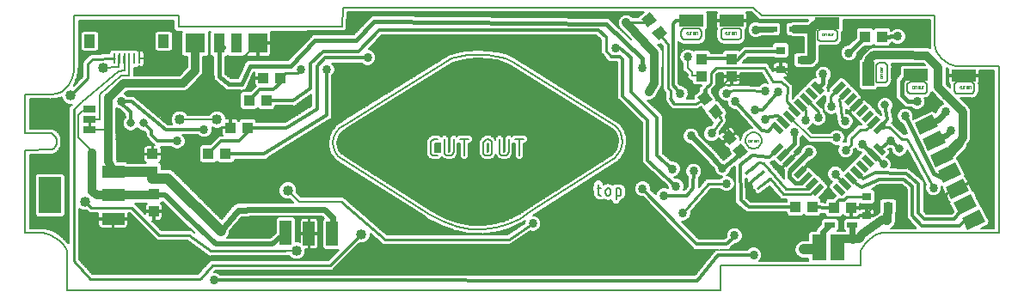
<source format=gtl>
G75*
%MOIN*%
%OFA0B0*%
%FSLAX25Y25*%
%IPPOS*%
%LPD*%
%AMOC8*
5,1,8,0,0,1.08239X$1,22.5*
%
%ADD10C,0.00600*%
%ADD11C,0.00500*%
%ADD12C,0.00800*%
%ADD13C,0.00000*%
%ADD14R,0.03937X0.04331*%
%ADD15R,0.04252X0.04134*%
%ADD16R,0.04331X0.03937*%
%ADD17R,0.08800X0.04800*%
%ADD18R,0.08661X0.14173*%
%ADD19R,0.03543X0.03150*%
%ADD20R,0.09500X0.04500*%
%ADD21R,0.05400X0.10000*%
%ADD22R,0.04500X0.09500*%
%ADD23R,0.05157X0.07598*%
%ADD24R,0.04134X0.07677*%
%ADD25R,0.07677X0.07677*%
%ADD26R,0.05000X0.02200*%
%ADD27R,0.02200X0.05000*%
%ADD28R,0.06299X0.01181*%
%ADD29R,0.03937X0.02362*%
%ADD30R,0.05000X0.02500*%
%ADD31C,0.01000*%
%ADD32C,0.03150*%
%ADD33R,0.00984X0.03937*%
%ADD34R,0.03937X0.05276*%
%ADD35C,0.01600*%
%ADD36C,0.03378*%
%ADD37C,0.01200*%
%ADD38C,0.04000*%
%ADD39C,0.03200*%
%ADD40C,0.02000*%
%ADD41C,0.02400*%
%ADD42C,0.04000*%
D10*
X0017703Y0038877D02*
X0017703Y0053068D01*
X0017473Y0054223D01*
X0016826Y0055511D01*
X0015826Y0056843D01*
X0014540Y0058131D01*
X0013031Y0059287D01*
X0011367Y0060221D01*
X0009609Y0060847D01*
X0007826Y0061075D01*
X0001300Y0061075D01*
X0001300Y0093285D01*
X0011489Y0093363D01*
X0012380Y0093845D01*
X0013016Y0094600D01*
X0013395Y0095536D01*
X0013520Y0096561D01*
X0013391Y0097585D01*
X0013008Y0098513D01*
X0012374Y0099256D01*
X0011489Y0099720D01*
X0001300Y0099735D01*
X0003050Y0101532D02*
X0003050Y0113003D01*
X0010879Y0113003D01*
X0010986Y0112920D01*
X0011608Y0113003D01*
X0012234Y0113003D01*
X0012330Y0113099D01*
X0013425Y0113244D01*
X0013684Y0113142D01*
X0014137Y0113339D01*
X0014627Y0113404D01*
X0014797Y0113625D01*
X0015447Y0113907D01*
X0015447Y0113637D01*
X0015980Y0112351D01*
X0016964Y0111366D01*
X0018251Y0110833D01*
X0019385Y0110833D01*
X0019385Y0110833D01*
X0019243Y0110833D01*
X0018072Y0109662D01*
X0018072Y0056995D01*
X0017927Y0057043D01*
X0017627Y0057443D01*
X0017627Y0057588D01*
X0017190Y0058025D01*
X0016819Y0058520D01*
X0016675Y0058540D01*
X0016244Y0058972D01*
X0016226Y0059107D01*
X0015729Y0059488D01*
X0015286Y0059931D01*
X0015150Y0059931D01*
X0014602Y0060351D01*
X0014563Y0060491D01*
X0014024Y0060794D01*
X0013534Y0061169D01*
X0013390Y0061150D01*
X0012747Y0061511D01*
X0012673Y0061667D01*
X0012114Y0061866D01*
X0011598Y0062156D01*
X0011431Y0062109D01*
X0010710Y0062366D01*
X0010577Y0062538D01*
X0010030Y0062608D01*
X0009511Y0062793D01*
X0009314Y0062699D01*
X0008664Y0062782D01*
X0008571Y0062875D01*
X0007940Y0062875D01*
X0007314Y0062955D01*
X0007211Y0062875D01*
X0003100Y0062875D01*
X0003100Y0091499D01*
X0011232Y0091561D01*
X0011688Y0091425D01*
X0011950Y0091567D01*
X0012248Y0091569D01*
X0012582Y0091908D01*
X0012907Y0092084D01*
X0013277Y0092115D01*
X0013537Y0092424D01*
X0013892Y0092615D01*
X0013998Y0092972D01*
X0014115Y0093110D01*
X0014404Y0093232D01*
X0014577Y0093659D01*
X0014873Y0094011D01*
X0014846Y0094323D01*
X0014883Y0094415D01*
X0015092Y0094579D01*
X0015153Y0095081D01*
X0015344Y0095551D01*
X0015240Y0095795D01*
X0015247Y0095851D01*
X0015399Y0096047D01*
X0015333Y0096566D01*
X0015396Y0097085D01*
X0015243Y0097280D01*
X0015236Y0097335D01*
X0015339Y0097580D01*
X0015146Y0098048D01*
X0015083Y0098550D01*
X0014873Y0098713D01*
X0014836Y0098801D01*
X0014861Y0099116D01*
X0014563Y0099464D01*
X0014389Y0099888D01*
X0014097Y0100010D01*
X0013982Y0100144D01*
X0013870Y0100504D01*
X0013517Y0100689D01*
X0013258Y0100992D01*
X0012883Y0101021D01*
X0012569Y0101186D01*
X0012237Y0101519D01*
X0011933Y0101519D01*
X0011664Y0101660D01*
X0011215Y0101520D01*
X0003050Y0101532D01*
X0003050Y0101545D02*
X0011294Y0101545D01*
X0011884Y0101545D02*
X0018072Y0101545D01*
X0018072Y0102143D02*
X0003050Y0102143D01*
X0003050Y0102742D02*
X0018072Y0102742D01*
X0018072Y0103340D02*
X0003050Y0103340D01*
X0003050Y0103939D02*
X0018072Y0103939D01*
X0018072Y0104537D02*
X0003050Y0104537D01*
X0003050Y0105136D02*
X0018072Y0105136D01*
X0018072Y0105734D02*
X0003050Y0105734D01*
X0003050Y0106333D02*
X0018072Y0106333D01*
X0018072Y0106931D02*
X0003050Y0106931D01*
X0003050Y0107530D02*
X0018072Y0107530D01*
X0018072Y0108128D02*
X0003050Y0108128D01*
X0003050Y0108727D02*
X0018072Y0108727D01*
X0018072Y0109325D02*
X0003050Y0109325D01*
X0003050Y0109924D02*
X0018334Y0109924D01*
X0018932Y0110522D02*
X0003050Y0110522D01*
X0003050Y0111121D02*
X0017557Y0111121D01*
X0016611Y0111719D02*
X0003050Y0111719D01*
X0003050Y0112318D02*
X0016013Y0112318D01*
X0015745Y0112916D02*
X0003050Y0112916D01*
X0001300Y0114803D02*
X0011489Y0114803D01*
X0013651Y0115090D01*
X0015486Y0115887D01*
X0017005Y0117096D01*
X0018220Y0118620D01*
X0019144Y0120362D01*
X0019789Y0122225D01*
X0020167Y0124111D01*
X0020291Y0125924D01*
X0020291Y0145461D01*
X0022091Y0143561D02*
X0058962Y0143561D01*
X0058962Y0141756D01*
X0058960Y0141754D01*
X0058962Y0141011D01*
X0058962Y0140267D01*
X0058964Y0140265D01*
X0058964Y0140263D01*
X0059490Y0139739D01*
X0060017Y0139213D01*
X0060019Y0139213D01*
X0060021Y0139211D01*
X0060764Y0139213D01*
X0061508Y0139213D01*
X0061510Y0139214D01*
X0062056Y0139216D01*
X0061958Y0139118D01*
X0061958Y0130198D01*
X0062837Y0129320D01*
X0064146Y0129320D01*
X0064109Y0125445D01*
X0061153Y0122285D01*
X0043597Y0122304D01*
X0043597Y0124439D01*
X0043609Y0124451D01*
X0043597Y0125223D01*
X0043597Y0125240D01*
X0044763Y0125240D01*
X0044963Y0125440D01*
X0045618Y0125440D01*
X0045618Y0126095D01*
X0045618Y0125440D01*
X0046281Y0125440D01*
X0046612Y0125528D01*
X0046908Y0125700D01*
X0047150Y0125942D01*
X0047322Y0126238D01*
X0047410Y0126569D01*
X0047410Y0128708D01*
X0045642Y0128708D01*
X0045642Y0128708D01*
X0047410Y0128708D01*
X0047410Y0130848D01*
X0047322Y0131179D01*
X0047150Y0131475D01*
X0046908Y0131717D01*
X0046612Y0131888D01*
X0046281Y0131977D01*
X0045618Y0131977D01*
X0044963Y0131977D01*
X0044763Y0132177D01*
X0034662Y0132177D01*
X0033783Y0131298D01*
X0033783Y0130678D01*
X0027714Y0130584D01*
X0026933Y0130609D01*
X0026893Y0130571D01*
X0026838Y0130570D01*
X0026294Y0130010D01*
X0024906Y0128708D01*
X0024868Y0128708D01*
X0024305Y0128145D01*
X0023725Y0127601D01*
X0023723Y0127563D01*
X0023697Y0127537D01*
X0023697Y0126741D01*
X0023671Y0125945D01*
X0023697Y0125917D01*
X0023697Y0121912D01*
X0020091Y0118306D01*
X0020459Y0118999D01*
X0020601Y0119069D01*
X0020799Y0119641D01*
X0021084Y0120177D01*
X0021037Y0120328D01*
X0021291Y0121063D01*
X0021407Y0121140D01*
X0021530Y0121751D01*
X0021734Y0122341D01*
X0021673Y0122466D01*
X0021812Y0123157D01*
X0021913Y0123245D01*
X0021955Y0123872D01*
X0022079Y0124488D01*
X0022005Y0124599D01*
X0022041Y0125128D01*
X0022091Y0125178D01*
X0022091Y0125863D01*
X0022137Y0126545D01*
X0022091Y0126599D01*
X0022091Y0143561D01*
X0022091Y0143440D02*
X0058962Y0143440D01*
X0058962Y0142842D02*
X0022091Y0142842D01*
X0022091Y0142243D02*
X0058962Y0142243D01*
X0058961Y0141645D02*
X0022091Y0141645D01*
X0022091Y0141046D02*
X0058962Y0141046D01*
X0058962Y0140448D02*
X0022091Y0140448D01*
X0022091Y0139849D02*
X0059379Y0139849D01*
X0059978Y0139251D02*
X0057994Y0139251D01*
X0057608Y0139637D02*
X0052428Y0139637D01*
X0051549Y0138759D01*
X0051549Y0132241D01*
X0052428Y0131362D01*
X0057608Y0131362D01*
X0058486Y0132241D01*
X0058486Y0138759D01*
X0057608Y0139637D01*
X0058486Y0138652D02*
X0061958Y0138652D01*
X0061958Y0138054D02*
X0058486Y0138054D01*
X0058486Y0137455D02*
X0061958Y0137455D01*
X0061958Y0136857D02*
X0058486Y0136857D01*
X0058486Y0136258D02*
X0061958Y0136258D01*
X0061958Y0135660D02*
X0058486Y0135660D01*
X0058486Y0135061D02*
X0061958Y0135061D01*
X0061958Y0134463D02*
X0058486Y0134463D01*
X0058486Y0133864D02*
X0061958Y0133864D01*
X0061958Y0133266D02*
X0058486Y0133266D01*
X0058486Y0132667D02*
X0061958Y0132667D01*
X0061958Y0132069D02*
X0058314Y0132069D01*
X0057716Y0131470D02*
X0061958Y0131470D01*
X0061958Y0130872D02*
X0047404Y0130872D01*
X0047410Y0130273D02*
X0061958Y0130273D01*
X0062482Y0129675D02*
X0047410Y0129675D01*
X0047410Y0129076D02*
X0064143Y0129076D01*
X0064138Y0128478D02*
X0047410Y0128478D01*
X0047410Y0127879D02*
X0064132Y0127879D01*
X0064126Y0127281D02*
X0047410Y0127281D01*
X0047410Y0126682D02*
X0064120Y0126682D01*
X0064115Y0126084D02*
X0047232Y0126084D01*
X0046450Y0125485D02*
X0064109Y0125485D01*
X0063587Y0124887D02*
X0043602Y0124887D01*
X0043597Y0124288D02*
X0063027Y0124288D01*
X0062467Y0123689D02*
X0043597Y0123689D01*
X0043597Y0123091D02*
X0061907Y0123091D01*
X0061347Y0122492D02*
X0043597Y0122492D01*
X0045618Y0125485D02*
X0045618Y0125485D01*
X0045618Y0126084D02*
X0045618Y0126084D01*
X0045618Y0126095D02*
X0045618Y0126095D01*
X0045618Y0131322D02*
X0045618Y0131322D01*
X0045618Y0131977D01*
X0045618Y0131322D01*
X0045618Y0131470D02*
X0045618Y0131470D01*
X0044871Y0132069D02*
X0051721Y0132069D01*
X0051549Y0132667D02*
X0029844Y0132667D01*
X0029844Y0132241D02*
X0029844Y0138759D01*
X0028966Y0139637D01*
X0023786Y0139637D01*
X0022907Y0138759D01*
X0022907Y0132241D01*
X0023786Y0131362D01*
X0028966Y0131362D01*
X0029844Y0132241D01*
X0029673Y0132069D02*
X0034554Y0132069D01*
X0033955Y0131470D02*
X0029074Y0131470D01*
X0029844Y0133266D02*
X0051549Y0133266D01*
X0051549Y0133864D02*
X0029844Y0133864D01*
X0029844Y0134463D02*
X0051549Y0134463D01*
X0051549Y0135061D02*
X0029844Y0135061D01*
X0029844Y0135660D02*
X0051549Y0135660D01*
X0051549Y0136258D02*
X0029844Y0136258D01*
X0029844Y0136857D02*
X0051549Y0136857D01*
X0051549Y0137455D02*
X0029844Y0137455D01*
X0029844Y0138054D02*
X0051549Y0138054D01*
X0051549Y0138652D02*
X0029844Y0138652D01*
X0029352Y0139251D02*
X0052041Y0139251D01*
X0060762Y0141013D02*
X0124178Y0141164D01*
X0124439Y0148568D01*
X0283611Y0148568D01*
X0286803Y0145461D01*
X0353849Y0145461D01*
X0353872Y0134183D01*
X0354104Y0132969D01*
X0354668Y0131631D01*
X0355516Y0130256D01*
X0356599Y0128933D01*
X0357869Y0127750D01*
X0359276Y0126796D01*
X0360773Y0126160D01*
X0362309Y0125929D01*
X0362585Y0125935D01*
X0378794Y0125924D01*
X0378794Y0061075D01*
X0333600Y0061075D01*
X0332610Y0060907D01*
X0331351Y0060421D01*
X0329946Y0059641D01*
X0328519Y0058595D01*
X0327194Y0057307D01*
X0326094Y0055804D01*
X0325344Y0054111D01*
X0325066Y0052254D01*
X0325066Y0048361D01*
X0270858Y0048361D01*
X0270858Y0038877D01*
X0017703Y0038877D01*
X0026701Y0045883D02*
X0068874Y0045883D01*
X0069425Y0046482D02*
X0026146Y0046482D01*
X0025590Y0047080D02*
X0069977Y0047080D01*
X0070529Y0047679D02*
X0025034Y0047679D01*
X0024478Y0048277D02*
X0071081Y0048277D01*
X0071632Y0048876D02*
X0023923Y0048876D01*
X0023367Y0049474D02*
X0072161Y0049474D01*
X0071920Y0049232D02*
X0071920Y0049188D01*
X0068159Y0045108D01*
X0027444Y0045084D01*
X0022072Y0050869D01*
X0022072Y0070634D01*
X0022464Y0070241D01*
X0023751Y0069708D01*
X0025143Y0069708D01*
X0025266Y0069759D01*
X0025566Y0069486D01*
X0026118Y0068933D01*
X0026173Y0068933D01*
X0026213Y0068897D01*
X0026994Y0068933D01*
X0028593Y0068933D01*
X0028618Y0068908D01*
X0029697Y0068908D01*
X0029697Y0066908D01*
X0035097Y0066908D01*
X0035097Y0066308D01*
X0035697Y0066308D01*
X0035697Y0062908D01*
X0039968Y0062908D01*
X0040299Y0062997D01*
X0040595Y0063168D01*
X0040837Y0063410D01*
X0041008Y0063707D01*
X0041097Y0064037D01*
X0041097Y0066308D01*
X0035697Y0066308D01*
X0035697Y0066908D01*
X0041097Y0066908D01*
X0041097Y0068908D01*
X0041768Y0068908D01*
X0051297Y0059380D01*
X0052468Y0058208D01*
X0064151Y0058208D01*
X0071997Y0052555D01*
X0072470Y0052083D01*
X0072652Y0052083D01*
X0072800Y0051976D01*
X0073459Y0052083D01*
X0103127Y0052109D01*
X0103237Y0052219D01*
X0103510Y0052223D01*
X0103530Y0052176D01*
X0104514Y0051191D01*
X0105801Y0050658D01*
X0107193Y0050658D01*
X0108479Y0051191D01*
X0109464Y0052176D01*
X0109997Y0053462D01*
X0109997Y0054698D01*
X0111054Y0054698D01*
X0111054Y0060448D01*
X0107804Y0060448D01*
X0107804Y0057405D01*
X0107193Y0057658D01*
X0106104Y0057658D01*
X0106104Y0066619D01*
X0105226Y0067498D01*
X0099483Y0067498D01*
X0098604Y0066619D01*
X0098604Y0061278D01*
X0096253Y0059208D01*
X0079647Y0059208D01*
X0080164Y0059726D01*
X0080697Y0061012D01*
X0080697Y0061722D01*
X0085265Y0067305D01*
X0090747Y0067508D01*
X0116198Y0067508D01*
X0117165Y0066680D01*
X0116604Y0066119D01*
X0116604Y0055376D01*
X0117483Y0054498D01*
X0122758Y0054498D01*
X0118767Y0050506D01*
X0074701Y0050410D01*
X0074668Y0050440D01*
X0073879Y0050408D01*
X0073089Y0050406D01*
X0073058Y0050375D01*
X0073013Y0050373D01*
X0072477Y0049792D01*
X0071920Y0049232D01*
X0072736Y0050073D02*
X0022811Y0050073D01*
X0022255Y0050671D02*
X0105770Y0050671D01*
X0107224Y0050671D02*
X0118931Y0050671D01*
X0119530Y0051270D02*
X0108558Y0051270D01*
X0109156Y0051868D02*
X0120128Y0051868D01*
X0120727Y0052467D02*
X0109584Y0052467D01*
X0109832Y0053065D02*
X0121325Y0053065D01*
X0121924Y0053664D02*
X0109997Y0053664D01*
X0109997Y0054262D02*
X0122522Y0054262D01*
X0125785Y0051868D02*
X0266771Y0051868D01*
X0266288Y0051270D02*
X0125187Y0051270D01*
X0124588Y0050671D02*
X0265804Y0050671D01*
X0265321Y0050073D02*
X0123990Y0050073D01*
X0123391Y0049474D02*
X0264838Y0049474D01*
X0264354Y0048876D02*
X0122793Y0048876D01*
X0122194Y0048277D02*
X0263871Y0048277D01*
X0263388Y0047679D02*
X0121595Y0047679D01*
X0121013Y0047096D02*
X0130925Y0057008D01*
X0132293Y0057008D01*
X0133579Y0057541D01*
X0134564Y0058526D01*
X0135097Y0059812D01*
X0135097Y0060727D01*
X0138988Y0057335D01*
X0139953Y0056379D01*
X0161104Y0056483D01*
X0188526Y0056508D01*
X0189279Y0056362D01*
X0197118Y0061652D01*
X0197438Y0061519D01*
X0198706Y0061519D01*
X0199878Y0062005D01*
X0200775Y0062902D01*
X0201261Y0064074D01*
X0201261Y0065343D01*
X0200775Y0066515D01*
X0199878Y0067412D01*
X0198706Y0067897D01*
X0198209Y0067897D01*
X0198271Y0067939D01*
X0230474Y0088395D01*
X0230762Y0088414D01*
X0231080Y0088780D01*
X0231489Y0089039D01*
X0231552Y0089321D01*
X0231977Y0089808D01*
X0232171Y0089861D01*
X0232453Y0090353D01*
X0232825Y0090781D01*
X0232811Y0090981D01*
X0233127Y0091534D01*
X0233292Y0091613D01*
X0233486Y0092163D01*
X0233776Y0092670D01*
X0233727Y0092846D01*
X0233952Y0093483D01*
X0234101Y0093591D01*
X0234193Y0094166D01*
X0234387Y0094716D01*
X0234308Y0094882D01*
X0234420Y0095582D01*
X0234557Y0095729D01*
X0234535Y0096296D01*
X0234624Y0096855D01*
X0234506Y0097018D01*
X0234477Y0097762D01*
X0234592Y0097965D01*
X0234449Y0098483D01*
X0234428Y0099019D01*
X0234257Y0099178D01*
X0234045Y0099944D01*
X0234111Y0100206D01*
X0233853Y0100637D01*
X0233719Y0101122D01*
X0233485Y0101255D01*
X0233034Y0102010D01*
X0233020Y0102304D01*
X0232666Y0102626D01*
X0232421Y0103038D01*
X0232135Y0103110D01*
X0231461Y0103723D01*
X0231420Y0103902D01*
X0230925Y0104211D01*
X0230494Y0104604D01*
X0230310Y0104595D01*
X0191590Y0128786D01*
X0191553Y0128892D01*
X0190970Y0129173D01*
X0190421Y0129516D01*
X0190312Y0129491D01*
X0188868Y0130187D01*
X0188768Y0130357D01*
X0188216Y0130501D01*
X0187702Y0130749D01*
X0187516Y0130684D01*
X0185424Y0131229D01*
X0185346Y0131331D01*
X0184718Y0131413D01*
X0184105Y0131573D01*
X0183994Y0131508D01*
X0181576Y0131826D01*
X0181509Y0131898D01*
X0180850Y0131922D01*
X0180195Y0132008D01*
X0180117Y0131948D01*
X0177555Y0132039D01*
X0177488Y0132100D01*
X0176821Y0132065D01*
X0176155Y0132089D01*
X0176089Y0132027D01*
X0173592Y0131898D01*
X0173512Y0131958D01*
X0172861Y0131860D01*
X0172203Y0131827D01*
X0172136Y0131752D01*
X0169912Y0131420D01*
X0169793Y0131485D01*
X0169191Y0131312D01*
X0168571Y0131219D01*
X0168490Y0131110D01*
X0166696Y0130593D01*
X0166475Y0130656D01*
X0166003Y0130394D01*
X0165483Y0130244D01*
X0165372Y0130044D01*
X0164404Y0129506D01*
X0164356Y0129517D01*
X0163759Y0129147D01*
X0163145Y0128806D01*
X0163131Y0128758D01*
X0125030Y0105122D01*
X0124961Y0105133D01*
X0124404Y0104734D01*
X0123822Y0104373D01*
X0123806Y0104305D01*
X0122668Y0103487D01*
X0122415Y0103465D01*
X0122083Y0103068D01*
X0121662Y0102766D01*
X0121621Y0102516D01*
X0120783Y0101514D01*
X0120532Y0101421D01*
X0120322Y0100962D01*
X0119998Y0100576D01*
X0120022Y0100309D01*
X0119550Y0099279D01*
X0119331Y0099120D01*
X0119251Y0098625D01*
X0119042Y0098169D01*
X0119136Y0097915D01*
X0118974Y0096908D01*
X0118805Y0096700D01*
X0118859Y0096198D01*
X0118779Y0095701D01*
X0118935Y0095484D01*
X0119037Y0094533D01*
X0118930Y0094289D01*
X0119113Y0093817D01*
X0119167Y0093314D01*
X0119374Y0093147D01*
X0119711Y0092279D01*
X0119672Y0092013D01*
X0119972Y0091608D01*
X0120154Y0091139D01*
X0120400Y0091031D01*
X0120965Y0090270D01*
X0121001Y0089995D01*
X0121393Y0089692D01*
X0121688Y0089295D01*
X0121962Y0089254D01*
X0122611Y0088755D01*
X0122631Y0088663D01*
X0123192Y0088307D01*
X0123717Y0087902D01*
X0123811Y0087914D01*
X0156745Y0067021D01*
X0156772Y0066937D01*
X0157365Y0066628D01*
X0157930Y0066270D01*
X0158016Y0066289D01*
X0162159Y0064130D01*
X0162222Y0063999D01*
X0162804Y0063794D01*
X0163352Y0063508D01*
X0163491Y0063552D01*
X0167599Y0062105D01*
X0167687Y0061977D01*
X0168285Y0061864D01*
X0168860Y0061662D01*
X0169000Y0061729D01*
X0173009Y0060969D01*
X0173120Y0060851D01*
X0173723Y0060833D01*
X0174316Y0060721D01*
X0174449Y0060812D01*
X0178339Y0060696D01*
X0178469Y0060596D01*
X0179065Y0060674D01*
X0179666Y0060656D01*
X0179785Y0060768D01*
X0183535Y0061259D01*
X0183677Y0061182D01*
X0184255Y0061353D01*
X0184853Y0061431D01*
X0184952Y0061560D01*
X0188544Y0062625D01*
X0188692Y0062572D01*
X0189240Y0062832D01*
X0189822Y0063005D01*
X0189897Y0063143D01*
X0193310Y0064758D01*
X0193457Y0064728D01*
X0193968Y0065069D01*
X0194523Y0065331D01*
X0194573Y0065472D01*
X0195075Y0065808D01*
X0194883Y0065343D01*
X0194883Y0064969D01*
X0188272Y0060508D01*
X0161919Y0060484D01*
X0161915Y0060487D01*
X0161093Y0060483D01*
X0160267Y0060483D01*
X0160263Y0060479D01*
X0141574Y0060387D01*
X0124512Y0075260D01*
X0122859Y0075147D01*
X0122825Y0075108D01*
X0108359Y0075108D01*
X0106663Y0076805D01*
X0106697Y0076887D01*
X0106697Y0078280D01*
X0106164Y0079566D01*
X0105179Y0080550D01*
X0103893Y0081083D01*
X0102501Y0081083D01*
X0101214Y0080550D01*
X0100230Y0079566D01*
X0099697Y0078280D01*
X0099697Y0076887D01*
X0100230Y0075601D01*
X0101214Y0074616D01*
X0102501Y0074083D01*
X0103893Y0074083D01*
X0103976Y0074118D01*
X0105185Y0072908D01*
X0091182Y0072908D01*
X0091134Y0072926D01*
X0090647Y0072908D01*
X0090160Y0072908D01*
X0090112Y0072888D01*
X0084296Y0072673D01*
X0084213Y0072698D01*
X0083763Y0072653D01*
X0083310Y0072637D01*
X0083231Y0072600D01*
X0083144Y0072591D01*
X0082745Y0072378D01*
X0082334Y0072189D01*
X0082274Y0072125D01*
X0082197Y0072084D01*
X0081911Y0071734D01*
X0081603Y0071402D01*
X0081572Y0071320D01*
X0077506Y0066349D01*
X0059183Y0084672D01*
X0058706Y0085157D01*
X0058691Y0085164D01*
X0058679Y0085175D01*
X0058051Y0085436D01*
X0057425Y0085702D01*
X0057408Y0085702D01*
X0057393Y0085708D01*
X0056713Y0085708D01*
X0054323Y0085730D01*
X0054323Y0087452D01*
X0053444Y0088330D01*
X0053158Y0088330D01*
X0053325Y0088375D01*
X0053621Y0088546D01*
X0053863Y0088788D01*
X0054034Y0089084D01*
X0054123Y0089415D01*
X0054123Y0091353D01*
X0050997Y0091353D01*
X0050997Y0091953D01*
X0054123Y0091953D01*
X0054123Y0093891D01*
X0054034Y0094222D01*
X0053863Y0094518D01*
X0053773Y0094608D01*
X0057787Y0094608D01*
X0058390Y0094005D01*
X0059563Y0093519D01*
X0060831Y0093519D01*
X0062003Y0094005D01*
X0062900Y0094902D01*
X0063386Y0096074D01*
X0063386Y0097343D01*
X0062900Y0098515D01*
X0062307Y0099108D01*
X0068287Y0099108D01*
X0068890Y0098505D01*
X0070063Y0098019D01*
X0071331Y0098019D01*
X0072503Y0098505D01*
X0073400Y0099402D01*
X0073886Y0100574D01*
X0073886Y0101843D01*
X0073785Y0102087D01*
X0075001Y0101583D01*
X0076393Y0101583D01*
X0077679Y0102116D01*
X0077822Y0102258D01*
X0080550Y0102258D01*
X0080550Y0101658D01*
X0077582Y0101658D01*
X0077582Y0099622D01*
X0077670Y0099291D01*
X0077842Y0098995D01*
X0078028Y0098808D01*
X0076481Y0098808D01*
X0075250Y0097578D01*
X0073046Y0095374D01*
X0069761Y0095374D01*
X0068882Y0094495D01*
X0068882Y0088922D01*
X0069761Y0088043D01*
X0074940Y0088043D01*
X0075697Y0088800D01*
X0076453Y0088043D01*
X0081633Y0088043D01*
X0082512Y0088922D01*
X0082512Y0089608D01*
X0093711Y0089608D01*
X0094328Y0089468D01*
X0094552Y0089608D01*
X0094817Y0089608D01*
X0095265Y0090056D01*
X0118802Y0104858D01*
X0119067Y0104858D01*
X0119515Y0105306D01*
X0120051Y0105644D01*
X0120110Y0105902D01*
X0120297Y0106088D01*
X0120297Y0106722D01*
X0120438Y0107340D01*
X0120297Y0107564D01*
X0120297Y0122048D01*
X0120900Y0122652D01*
X0121386Y0123824D01*
X0121386Y0125093D01*
X0120900Y0126265D01*
X0120207Y0126958D01*
X0131773Y0126958D01*
X0132265Y0126466D01*
X0133438Y0125980D01*
X0134706Y0125980D01*
X0135878Y0126466D01*
X0136775Y0127363D01*
X0137261Y0128535D01*
X0137261Y0129804D01*
X0136775Y0130976D01*
X0135878Y0131873D01*
X0134706Y0132358D01*
X0134426Y0132358D01*
X0139480Y0137733D01*
X0222706Y0137733D01*
X0224658Y0136162D01*
X0224658Y0131927D01*
X0224571Y0131228D01*
X0224658Y0131116D01*
X0224658Y0130975D01*
X0225156Y0130477D01*
X0226317Y0128986D01*
X0226317Y0128674D01*
X0227547Y0127444D01*
X0230847Y0127444D01*
X0230847Y0115062D01*
X0230836Y0115051D01*
X0230847Y0114195D01*
X0230847Y0113338D01*
X0230858Y0113327D01*
X0230858Y0113311D01*
X0231471Y0112714D01*
X0232077Y0112108D01*
X0232093Y0112108D01*
X0240594Y0103825D01*
X0240549Y0090126D01*
X0240510Y0090083D01*
X0240547Y0089265D01*
X0240544Y0088445D01*
X0240585Y0088404D01*
X0240588Y0088345D01*
X0241193Y0087792D01*
X0241770Y0087211D01*
X0241829Y0087211D01*
X0250508Y0079278D01*
X0250508Y0078574D01*
X0250601Y0078350D01*
X0249581Y0078772D01*
X0248313Y0078772D01*
X0247140Y0078287D01*
X0246243Y0077390D01*
X0245758Y0076218D01*
X0245758Y0075998D01*
X0243886Y0077933D01*
X0243886Y0078843D01*
X0243400Y0080015D01*
X0242503Y0080912D01*
X0241331Y0081397D01*
X0240063Y0081397D01*
X0238890Y0080912D01*
X0237993Y0080015D01*
X0237508Y0078843D01*
X0237508Y0077574D01*
X0237993Y0076402D01*
X0238890Y0075505D01*
X0240063Y0075019D01*
X0240861Y0075019D01*
X0253597Y0061859D01*
X0253597Y0061838D01*
X0254200Y0061235D01*
X0254793Y0060623D01*
X0254813Y0060623D01*
X0257932Y0057503D01*
X0259477Y0055831D01*
X0259477Y0055775D01*
X0260062Y0055198D01*
X0260620Y0054594D01*
X0260675Y0054592D01*
X0260715Y0054553D01*
X0261537Y0054558D01*
X0262358Y0054526D01*
X0262399Y0054563D01*
X0269579Y0054608D01*
X0270305Y0054608D01*
X0269832Y0054558D01*
X0269069Y0054555D01*
X0268982Y0054468D01*
X0268860Y0054454D01*
X0268381Y0053861D01*
X0267844Y0053321D01*
X0267844Y0053197D01*
X0260944Y0044653D01*
X0084709Y0044877D01*
X0084312Y0044881D01*
X0084303Y0044891D01*
X0083444Y0044891D01*
X0082586Y0044900D01*
X0082577Y0044891D01*
X0076857Y0044891D01*
X0076253Y0045494D01*
X0075081Y0045980D01*
X0074403Y0045980D01*
X0074800Y0046410D01*
X0119598Y0046508D01*
X0120425Y0046508D01*
X0120427Y0046510D01*
X0120430Y0046510D01*
X0121013Y0047096D01*
X0120997Y0047080D02*
X0262904Y0047080D01*
X0262421Y0046482D02*
X0107359Y0046482D01*
X0104436Y0051270D02*
X0022072Y0051270D01*
X0022072Y0051868D02*
X0103837Y0051868D01*
X0111054Y0054861D02*
X0111654Y0054861D01*
X0111654Y0054698D02*
X0113775Y0054698D01*
X0114106Y0054786D01*
X0114403Y0054957D01*
X0114645Y0055199D01*
X0114816Y0055496D01*
X0114904Y0055827D01*
X0114904Y0060448D01*
X0111654Y0060448D01*
X0111654Y0054698D01*
X0111654Y0055459D02*
X0111054Y0055459D01*
X0111054Y0056058D02*
X0111654Y0056058D01*
X0111654Y0056656D02*
X0111054Y0056656D01*
X0111054Y0057255D02*
X0111654Y0057255D01*
X0111654Y0057853D02*
X0111054Y0057853D01*
X0111054Y0058452D02*
X0111654Y0058452D01*
X0111654Y0059050D02*
X0111054Y0059050D01*
X0111054Y0059649D02*
X0111654Y0059649D01*
X0111654Y0060247D02*
X0111054Y0060247D01*
X0111054Y0060448D02*
X0111654Y0060448D01*
X0111654Y0061048D01*
X0111054Y0061048D01*
X0111054Y0060448D01*
X0111054Y0060846D02*
X0106104Y0060846D01*
X0106104Y0061444D02*
X0107804Y0061444D01*
X0107804Y0061048D02*
X0111054Y0061048D01*
X0111054Y0066798D01*
X0108933Y0066798D01*
X0108603Y0066709D01*
X0108306Y0066538D01*
X0108064Y0066296D01*
X0107893Y0065999D01*
X0107804Y0065669D01*
X0107804Y0061048D01*
X0107804Y0060247D02*
X0106104Y0060247D01*
X0106104Y0059649D02*
X0107804Y0059649D01*
X0107804Y0059050D02*
X0106104Y0059050D01*
X0106104Y0058452D02*
X0107804Y0058452D01*
X0107804Y0057853D02*
X0106104Y0057853D01*
X0106104Y0062043D02*
X0107804Y0062043D01*
X0107804Y0062641D02*
X0106104Y0062641D01*
X0106104Y0063240D02*
X0107804Y0063240D01*
X0107804Y0063838D02*
X0106104Y0063838D01*
X0106104Y0064437D02*
X0107804Y0064437D01*
X0107804Y0065035D02*
X0106104Y0065035D01*
X0106104Y0065634D02*
X0107804Y0065634D01*
X0108027Y0066232D02*
X0106104Y0066232D01*
X0105892Y0066831D02*
X0116988Y0066831D01*
X0116718Y0066232D02*
X0114681Y0066232D01*
X0114645Y0066296D02*
X0114403Y0066538D01*
X0114106Y0066709D01*
X0113775Y0066798D01*
X0111654Y0066798D01*
X0111654Y0061048D01*
X0114904Y0061048D01*
X0114904Y0065669D01*
X0114816Y0065999D01*
X0114645Y0066296D01*
X0114904Y0065634D02*
X0116604Y0065634D01*
X0116604Y0065035D02*
X0114904Y0065035D01*
X0114904Y0064437D02*
X0116604Y0064437D01*
X0116604Y0063838D02*
X0114904Y0063838D01*
X0114904Y0063240D02*
X0116604Y0063240D01*
X0116604Y0062641D02*
X0114904Y0062641D01*
X0114904Y0062043D02*
X0116604Y0062043D01*
X0116604Y0061444D02*
X0114904Y0061444D01*
X0114904Y0060247D02*
X0116604Y0060247D01*
X0116604Y0059649D02*
X0114904Y0059649D01*
X0114904Y0059050D02*
X0116604Y0059050D01*
X0116604Y0058452D02*
X0114904Y0058452D01*
X0114904Y0057853D02*
X0116604Y0057853D01*
X0116604Y0057255D02*
X0114904Y0057255D01*
X0114904Y0056656D02*
X0116604Y0056656D01*
X0116604Y0056058D02*
X0114904Y0056058D01*
X0114795Y0055459D02*
X0116604Y0055459D01*
X0117120Y0054861D02*
X0114235Y0054861D01*
X0126384Y0052467D02*
X0267254Y0052467D01*
X0267738Y0053065D02*
X0126982Y0053065D01*
X0127581Y0053664D02*
X0268184Y0053664D01*
X0268704Y0054262D02*
X0128179Y0054262D01*
X0128778Y0054861D02*
X0260374Y0054861D01*
X0259797Y0055459D02*
X0129376Y0055459D01*
X0129975Y0056058D02*
X0259268Y0056058D01*
X0258715Y0056656D02*
X0189715Y0056656D01*
X0190602Y0057255D02*
X0258162Y0057255D01*
X0257582Y0057853D02*
X0191489Y0057853D01*
X0192376Y0058452D02*
X0256984Y0058452D01*
X0256385Y0059050D02*
X0193263Y0059050D01*
X0194149Y0059649D02*
X0255787Y0059649D01*
X0255188Y0060247D02*
X0195036Y0060247D01*
X0195923Y0060846D02*
X0254577Y0060846D01*
X0253991Y0061444D02*
X0196810Y0061444D01*
X0199916Y0062043D02*
X0253419Y0062043D01*
X0252839Y0062641D02*
X0200515Y0062641D01*
X0200915Y0063240D02*
X0252260Y0063240D01*
X0251681Y0063838D02*
X0201163Y0063838D01*
X0201261Y0064437D02*
X0251102Y0064437D01*
X0250523Y0065035D02*
X0201261Y0065035D01*
X0201140Y0065634D02*
X0249943Y0065634D01*
X0249364Y0066232D02*
X0200892Y0066232D01*
X0200459Y0066831D02*
X0248785Y0066831D01*
X0248206Y0067429D02*
X0199836Y0067429D01*
X0199353Y0068626D02*
X0247047Y0068626D01*
X0247626Y0068028D02*
X0198411Y0068028D01*
X0197289Y0069447D02*
X0193079Y0066639D01*
X0188596Y0064518D01*
X0183880Y0063119D01*
X0178974Y0062478D01*
X0173919Y0062628D01*
X0168754Y0063607D01*
X0163523Y0065449D01*
X0158265Y0068189D01*
X0124225Y0089783D01*
X0122690Y0090966D01*
X0121562Y0092486D01*
X0120878Y0094247D01*
X0120674Y0096150D01*
X0120989Y0098097D01*
X0121857Y0099993D01*
X0123317Y0101738D01*
X0125405Y0103236D01*
X0164671Y0127595D01*
X0166698Y0128721D01*
X0169574Y0129549D01*
X0173041Y0130067D01*
X0176836Y0130263D01*
X0180700Y0130126D01*
X0184372Y0129643D01*
X0187592Y0128804D01*
X0190100Y0127595D01*
X0229833Y0102771D01*
X0231257Y0101475D01*
X0232183Y0099923D01*
X0232659Y0098204D01*
X0232729Y0096404D01*
X0232442Y0094612D01*
X0231843Y0092915D01*
X0230978Y0091402D01*
X0229895Y0090159D01*
X0197289Y0069447D01*
X0196415Y0070788D02*
X0196952Y0071146D01*
X0196973Y0071142D01*
X0228841Y0091385D01*
X0229668Y0092333D01*
X0230382Y0093583D01*
X0230885Y0095008D01*
X0231124Y0096500D01*
X0231067Y0097956D01*
X0230699Y0099289D01*
X0230005Y0100451D01*
X0228863Y0101490D01*
X0189326Y0126191D01*
X0187038Y0127295D01*
X0184065Y0128070D01*
X0180567Y0128530D01*
X0176849Y0128662D01*
X0173200Y0128474D01*
X0169915Y0127982D01*
X0167316Y0127234D01*
X0165482Y0126215D01*
X0126294Y0101905D01*
X0124415Y0100556D01*
X0123223Y0099131D01*
X0122534Y0097628D01*
X0122288Y0096106D01*
X0122446Y0094628D01*
X0122975Y0093267D01*
X0123842Y0092098D01*
X0125144Y0091095D01*
X0159065Y0069577D01*
X0164161Y0066920D01*
X0169171Y0065157D01*
X0174092Y0064224D01*
X0178894Y0064081D01*
X0183547Y0064689D01*
X0188023Y0066017D01*
X0192288Y0068036D01*
X0195867Y0070422D01*
X0195871Y0070443D01*
X0196415Y0070788D01*
X0196764Y0071020D02*
X0156788Y0071020D01*
X0155845Y0071619D02*
X0197723Y0071619D01*
X0198666Y0072218D02*
X0154901Y0072218D01*
X0153958Y0072816D02*
X0199608Y0072816D01*
X0200550Y0073415D02*
X0153015Y0073415D01*
X0152071Y0074013D02*
X0201492Y0074013D01*
X0202435Y0074612D02*
X0151128Y0074612D01*
X0150184Y0075210D02*
X0203377Y0075210D01*
X0204319Y0075809D02*
X0149241Y0075809D01*
X0148297Y0076407D02*
X0205261Y0076407D01*
X0206203Y0077006D02*
X0147354Y0077006D01*
X0146410Y0077604D02*
X0207146Y0077604D01*
X0208088Y0078203D02*
X0145467Y0078203D01*
X0144523Y0078801D02*
X0209030Y0078801D01*
X0209972Y0079400D02*
X0143580Y0079400D01*
X0142637Y0079998D02*
X0210915Y0079998D01*
X0211857Y0080597D02*
X0141693Y0080597D01*
X0140750Y0081195D02*
X0212799Y0081195D01*
X0213741Y0081794D02*
X0139806Y0081794D01*
X0138863Y0082392D02*
X0214684Y0082392D01*
X0215626Y0082991D02*
X0137919Y0082991D01*
X0136976Y0083589D02*
X0216568Y0083589D01*
X0217510Y0084188D02*
X0136032Y0084188D01*
X0135089Y0084786D02*
X0218452Y0084786D01*
X0219395Y0085385D02*
X0134145Y0085385D01*
X0133202Y0085983D02*
X0220337Y0085983D01*
X0221279Y0086582D02*
X0132258Y0086582D01*
X0131315Y0087180D02*
X0222221Y0087180D01*
X0223164Y0087779D02*
X0130372Y0087779D01*
X0129428Y0088377D02*
X0224106Y0088377D01*
X0225048Y0088976D02*
X0128485Y0088976D01*
X0127541Y0089574D02*
X0158822Y0089574D01*
X0159109Y0089408D02*
X0162004Y0089408D01*
X0162941Y0090346D01*
X0162941Y0090677D01*
X0163151Y0090313D01*
X0164719Y0089408D01*
X0166529Y0089408D01*
X0168096Y0090313D01*
X0168096Y0090313D01*
X0168096Y0090313D01*
X0169001Y0091881D01*
X0169001Y0092123D01*
X0169001Y0092123D01*
X0169001Y0095939D01*
X0169132Y0095808D01*
X0169973Y0095808D01*
X0169973Y0090346D01*
X0170910Y0089408D01*
X0172235Y0089408D01*
X0173173Y0090346D01*
X0173173Y0095808D01*
X0174013Y0095808D01*
X0174950Y0096746D01*
X0174950Y0098071D01*
X0174013Y0099008D01*
X0169132Y0099008D01*
X0168598Y0098474D01*
X0168064Y0099008D01*
X0166739Y0099008D01*
X0165801Y0098071D01*
X0165801Y0093449D01*
X0165801Y0092786D01*
X0165795Y0092740D01*
X0165749Y0092660D01*
X0165670Y0092614D01*
X0165578Y0092614D01*
X0165498Y0092660D01*
X0165452Y0092740D01*
X0165446Y0092786D01*
X0165446Y0098071D01*
X0164509Y0099008D01*
X0163183Y0099008D01*
X0162594Y0098419D01*
X0162004Y0099008D01*
X0159256Y0099008D01*
X0159109Y0099008D01*
X0157707Y0098199D01*
X0157707Y0098199D01*
X0157707Y0098198D01*
X0156897Y0096796D01*
X0156897Y0091621D01*
X0157707Y0090218D01*
X0159109Y0089408D01*
X0157785Y0090173D02*
X0126598Y0090173D01*
X0125654Y0090771D02*
X0157387Y0090771D01*
X0157707Y0090218D02*
X0157707Y0090218D01*
X0157707Y0090218D01*
X0157042Y0091370D02*
X0124787Y0091370D01*
X0124010Y0091968D02*
X0156897Y0091968D01*
X0156897Y0092567D02*
X0123494Y0092567D01*
X0123050Y0093165D02*
X0156897Y0093165D01*
X0156897Y0093764D02*
X0122782Y0093764D01*
X0122549Y0094362D02*
X0156897Y0094362D01*
X0156897Y0094961D02*
X0122410Y0094961D01*
X0122346Y0095559D02*
X0156897Y0095559D01*
X0156897Y0096158D02*
X0122296Y0096158D01*
X0122393Y0096756D02*
X0156897Y0096756D01*
X0157220Y0097355D02*
X0122490Y0097355D01*
X0122683Y0097954D02*
X0157565Y0097954D01*
X0158319Y0098552D02*
X0122957Y0098552D01*
X0123239Y0099151D02*
X0230737Y0099151D01*
X0230902Y0098552D02*
X0195803Y0098552D01*
X0195347Y0099008D02*
X0190466Y0099008D01*
X0189932Y0098474D01*
X0189398Y0099008D01*
X0188073Y0099008D01*
X0187135Y0098071D01*
X0187135Y0093449D01*
X0187135Y0092786D01*
X0187129Y0092740D01*
X0187083Y0092660D01*
X0187004Y0092614D01*
X0186912Y0092614D01*
X0186832Y0092660D01*
X0186786Y0092740D01*
X0186780Y0092786D01*
X0186780Y0098071D01*
X0185843Y0099008D01*
X0184517Y0099008D01*
X0183580Y0098071D01*
X0183580Y0097222D01*
X0183071Y0098103D01*
X0181504Y0099008D01*
X0179693Y0099008D01*
X0178126Y0098103D01*
X0177221Y0096536D01*
X0177221Y0093449D01*
X0177221Y0093449D01*
X0177221Y0091881D01*
X0178126Y0090313D01*
X0179693Y0089408D01*
X0181504Y0089408D01*
X0183071Y0090313D01*
X0183071Y0090313D01*
X0183071Y0090313D01*
X0183778Y0091538D01*
X0184485Y0090313D01*
X0186053Y0089408D01*
X0187863Y0089408D01*
X0189430Y0090313D01*
X0189430Y0090313D01*
X0190335Y0091881D01*
X0190335Y0092123D01*
X0190335Y0092123D01*
X0190335Y0095939D01*
X0190466Y0095808D01*
X0191307Y0095808D01*
X0191307Y0090346D01*
X0192244Y0089408D01*
X0193569Y0089408D01*
X0194507Y0090346D01*
X0194507Y0095808D01*
X0195347Y0095808D01*
X0196284Y0096746D01*
X0196284Y0098071D01*
X0195347Y0099008D01*
X0196284Y0097954D02*
X0231067Y0097954D01*
X0231091Y0097355D02*
X0196284Y0097355D01*
X0196284Y0096756D02*
X0231114Y0096756D01*
X0231069Y0096158D02*
X0195697Y0096158D01*
X0194507Y0095559D02*
X0230973Y0095559D01*
X0230868Y0094961D02*
X0194507Y0094961D01*
X0194507Y0094362D02*
X0230657Y0094362D01*
X0230446Y0093764D02*
X0194507Y0093764D01*
X0194507Y0093165D02*
X0230143Y0093165D01*
X0229801Y0092567D02*
X0194507Y0092567D01*
X0194507Y0091968D02*
X0229350Y0091968D01*
X0228817Y0091370D02*
X0194507Y0091370D01*
X0194507Y0090771D02*
X0227875Y0090771D01*
X0226932Y0090173D02*
X0194334Y0090173D01*
X0193735Y0089574D02*
X0225990Y0089574D01*
X0228562Y0087180D02*
X0241862Y0087180D01*
X0242517Y0086582D02*
X0227620Y0086582D01*
X0226678Y0085983D02*
X0243172Y0085983D01*
X0243827Y0085385D02*
X0225736Y0085385D01*
X0224794Y0084786D02*
X0244482Y0084786D01*
X0245136Y0084188D02*
X0223851Y0084188D01*
X0222909Y0083589D02*
X0245791Y0083589D01*
X0246446Y0082991D02*
X0221967Y0082991D01*
X0221025Y0082392D02*
X0247101Y0082392D01*
X0247756Y0081794D02*
X0220082Y0081794D01*
X0219140Y0081195D02*
X0222263Y0081195D01*
X0222777Y0081708D02*
X0221664Y0080595D01*
X0221664Y0079662D01*
X0221197Y0079195D01*
X0221197Y0077621D01*
X0221664Y0077155D01*
X0221664Y0075521D01*
X0221787Y0075398D01*
X0222360Y0074405D01*
X0222360Y0074405D01*
X0222360Y0074405D01*
X0223353Y0073832D01*
X0223477Y0073708D01*
X0225284Y0073708D01*
X0225669Y0074093D01*
X0227301Y0073563D01*
X0227301Y0073563D01*
X0228553Y0073969D01*
X0228553Y0073421D01*
X0229666Y0072308D01*
X0231240Y0072308D01*
X0232353Y0073421D01*
X0232353Y0073708D01*
X0232406Y0073708D01*
X0232530Y0073832D01*
X0233523Y0074405D01*
X0234096Y0075398D01*
X0234219Y0075521D01*
X0234219Y0078495D01*
X0234096Y0078619D01*
X0233523Y0079612D01*
X0232530Y0080185D01*
X0232406Y0080308D01*
X0229666Y0080308D01*
X0229133Y0079775D01*
X0229052Y0079885D01*
X0227301Y0080454D01*
X0225669Y0079924D01*
X0225463Y0080129D01*
X0225463Y0080595D01*
X0224351Y0081708D01*
X0222777Y0081708D01*
X0221665Y0080597D02*
X0218198Y0080597D01*
X0217256Y0079998D02*
X0221664Y0079998D01*
X0221401Y0079400D02*
X0216313Y0079400D01*
X0215371Y0078801D02*
X0221197Y0078801D01*
X0221197Y0078203D02*
X0214429Y0078203D01*
X0213487Y0077604D02*
X0221214Y0077604D01*
X0221664Y0077006D02*
X0212545Y0077006D01*
X0211602Y0076407D02*
X0221664Y0076407D01*
X0221664Y0075809D02*
X0210660Y0075809D01*
X0209718Y0075210D02*
X0221895Y0075210D01*
X0222241Y0074612D02*
X0208776Y0074612D01*
X0207833Y0074013D02*
X0223039Y0074013D01*
X0225589Y0074013D02*
X0225915Y0074013D01*
X0228560Y0073415D02*
X0206891Y0073415D01*
X0205949Y0072816D02*
X0229158Y0072816D01*
X0231748Y0072816D02*
X0242993Y0072816D01*
X0243572Y0072218D02*
X0205007Y0072218D01*
X0204065Y0071619D02*
X0244151Y0071619D01*
X0244730Y0071020D02*
X0203122Y0071020D01*
X0202180Y0070422D02*
X0245310Y0070422D01*
X0245889Y0069823D02*
X0201238Y0069823D01*
X0200296Y0069225D02*
X0246468Y0069225D01*
X0242414Y0073415D02*
X0232346Y0073415D01*
X0232844Y0074013D02*
X0241834Y0074013D01*
X0241255Y0074612D02*
X0233642Y0074612D01*
X0233523Y0074405D02*
X0233523Y0074405D01*
X0233523Y0074405D01*
X0233988Y0075210D02*
X0239602Y0075210D01*
X0238587Y0075809D02*
X0234219Y0075809D01*
X0234219Y0076407D02*
X0237991Y0076407D01*
X0237743Y0077006D02*
X0234219Y0077006D01*
X0234219Y0077604D02*
X0237508Y0077604D01*
X0237508Y0078203D02*
X0234219Y0078203D01*
X0233991Y0078801D02*
X0237508Y0078801D01*
X0237739Y0079400D02*
X0233645Y0079400D01*
X0233523Y0079612D02*
X0233523Y0079612D01*
X0233523Y0079612D01*
X0232853Y0079998D02*
X0237987Y0079998D01*
X0238575Y0080597D02*
X0225462Y0080597D01*
X0225594Y0079998D02*
X0225898Y0079998D01*
X0227301Y0080454D02*
X0227301Y0080454D01*
X0228705Y0079998D02*
X0229356Y0079998D01*
X0229052Y0079885D02*
X0229052Y0079885D01*
X0229052Y0079885D01*
X0224864Y0081195D02*
X0239575Y0081195D01*
X0241819Y0081195D02*
X0248410Y0081195D01*
X0249065Y0080597D02*
X0242818Y0080597D01*
X0243407Y0079998D02*
X0249720Y0079998D01*
X0250375Y0079400D02*
X0243655Y0079400D01*
X0243886Y0078801D02*
X0250508Y0078801D01*
X0247056Y0078203D02*
X0243886Y0078203D01*
X0244204Y0077604D02*
X0246458Y0077604D01*
X0246084Y0077006D02*
X0244783Y0077006D01*
X0245362Y0076407D02*
X0245836Y0076407D01*
X0256517Y0077683D02*
X0256886Y0078574D01*
X0256886Y0079843D01*
X0256400Y0081015D01*
X0255503Y0081912D01*
X0254331Y0082397D01*
X0253321Y0082397D01*
X0252987Y0082703D01*
X0254078Y0083155D01*
X0254975Y0084052D01*
X0255461Y0085224D01*
X0255461Y0086493D01*
X0254975Y0087665D01*
X0254078Y0088562D01*
X0252906Y0089047D01*
X0251822Y0089047D01*
X0248445Y0092011D01*
X0248423Y0105098D01*
X0248427Y0105102D01*
X0248422Y0105967D01*
X0248420Y0106832D01*
X0248416Y0106836D01*
X0248416Y0106841D01*
X0247800Y0107450D01*
X0247188Y0108060D01*
X0247183Y0108060D01*
X0242666Y0112519D01*
X0243831Y0112519D01*
X0245003Y0113005D01*
X0245900Y0113902D01*
X0246336Y0114953D01*
X0247672Y0117292D01*
X0247802Y0117419D01*
X0247976Y0117823D01*
X0248194Y0118206D01*
X0248217Y0118386D01*
X0248289Y0118552D01*
X0248294Y0118992D01*
X0248350Y0119429D01*
X0248302Y0119604D01*
X0248446Y0130864D01*
X0248465Y0131451D01*
X0248454Y0131480D01*
X0248454Y0131510D01*
X0248237Y0132056D01*
X0248030Y0132605D01*
X0248009Y0132627D01*
X0247997Y0132656D01*
X0247587Y0133076D01*
X0246529Y0134204D01*
X0247197Y0134122D01*
X0247704Y0134519D01*
X0248488Y0133427D01*
X0248488Y0116682D01*
X0249697Y0115473D01*
X0249697Y0113811D01*
X0249482Y0112532D01*
X0249697Y0112230D01*
X0249697Y0112213D01*
X0249738Y0112172D01*
X0250924Y0110506D01*
X0250924Y0110500D01*
X0250942Y0110482D01*
X0251727Y0109378D01*
X0252077Y0109319D01*
X0252082Y0109315D01*
X0252107Y0109314D01*
X0253443Y0109090D01*
X0253732Y0109295D01*
X0260919Y0109211D01*
X0261473Y0109061D01*
X0261719Y0109202D01*
X0262002Y0109199D01*
X0262412Y0109600D01*
X0263102Y0109995D01*
X0263869Y0109014D01*
X0264655Y0108918D01*
X0264558Y0108132D01*
X0267971Y0103764D01*
X0267296Y0102860D01*
X0266775Y0102860D01*
X0265603Y0102374D01*
X0264706Y0101477D01*
X0264220Y0100305D01*
X0264220Y0099037D01*
X0264706Y0097864D01*
X0265603Y0096967D01*
X0266775Y0096482D01*
X0268044Y0096482D01*
X0269216Y0096967D01*
X0270113Y0097864D01*
X0270254Y0098204D01*
X0270372Y0097924D01*
X0271626Y0096319D01*
X0273965Y0098147D01*
X0274335Y0097674D01*
X0271996Y0095847D01*
X0273249Y0094242D01*
X0273523Y0094036D01*
X0273840Y0093908D01*
X0274179Y0093866D01*
X0274058Y0092882D01*
X0274974Y0091710D01*
X0274707Y0091463D01*
X0272118Y0089450D01*
X0271040Y0090628D01*
X0271036Y0090638D01*
X0270704Y0090994D01*
X0270376Y0091353D01*
X0270365Y0091357D01*
X0269737Y0092032D01*
X0269718Y0092078D01*
X0269399Y0092394D01*
X0269092Y0092723D01*
X0269047Y0092744D01*
X0262636Y0099114D01*
X0262636Y0099393D01*
X0262150Y0100565D01*
X0261253Y0101462D01*
X0260081Y0101947D01*
X0258813Y0101947D01*
X0257640Y0101462D01*
X0256743Y0100565D01*
X0256258Y0099393D01*
X0256258Y0098124D01*
X0256743Y0096952D01*
X0257640Y0096055D01*
X0258813Y0095569D01*
X0259109Y0095569D01*
X0265807Y0088915D01*
X0267031Y0087601D01*
X0268508Y0085989D01*
X0268508Y0085574D01*
X0268993Y0084402D01*
X0269890Y0083505D01*
X0271063Y0083019D01*
X0271650Y0083019D01*
X0271390Y0082912D01*
X0270687Y0082208D01*
X0266945Y0082208D01*
X0266884Y0082261D01*
X0266127Y0082208D01*
X0265368Y0082208D01*
X0265312Y0082151D01*
X0265231Y0082146D01*
X0264733Y0081573D01*
X0264197Y0081037D01*
X0264197Y0080956D01*
X0262451Y0078948D01*
X0262509Y0082635D01*
X0263150Y0083277D01*
X0263636Y0084449D01*
X0263636Y0085718D01*
X0263150Y0086890D01*
X0262253Y0087787D01*
X0261081Y0088272D01*
X0259813Y0088272D01*
X0258640Y0087787D01*
X0257743Y0086890D01*
X0257258Y0085718D01*
X0257258Y0084449D01*
X0257743Y0083277D01*
X0258309Y0082711D01*
X0258260Y0079592D01*
X0258247Y0079578D01*
X0258247Y0079240D01*
X0256959Y0077683D01*
X0256517Y0077683D01*
X0256732Y0078203D02*
X0257389Y0078203D01*
X0257884Y0078801D02*
X0256886Y0078801D01*
X0256886Y0079400D02*
X0258247Y0079400D01*
X0258267Y0079998D02*
X0256821Y0079998D01*
X0256573Y0080597D02*
X0258276Y0080597D01*
X0258286Y0081195D02*
X0256220Y0081195D01*
X0255621Y0081794D02*
X0258295Y0081794D01*
X0258304Y0082392D02*
X0254343Y0082392D01*
X0253682Y0082991D02*
X0258030Y0082991D01*
X0257614Y0083589D02*
X0254513Y0083589D01*
X0255032Y0084188D02*
X0257366Y0084188D01*
X0257258Y0084786D02*
X0255279Y0084786D01*
X0255461Y0085385D02*
X0257258Y0085385D01*
X0257368Y0085983D02*
X0255461Y0085983D01*
X0255424Y0086582D02*
X0257616Y0086582D01*
X0258034Y0087180D02*
X0255176Y0087180D01*
X0254861Y0087779D02*
X0258632Y0087779D01*
X0262261Y0087779D02*
X0266866Y0087779D01*
X0267417Y0087180D02*
X0262860Y0087180D01*
X0263278Y0086582D02*
X0267965Y0086582D01*
X0268508Y0085983D02*
X0263526Y0085983D01*
X0263636Y0085385D02*
X0268586Y0085385D01*
X0268834Y0084786D02*
X0263636Y0084786D01*
X0263528Y0084188D02*
X0269208Y0084188D01*
X0269806Y0083589D02*
X0263280Y0083589D01*
X0262864Y0082991D02*
X0271581Y0082991D01*
X0270871Y0082392D02*
X0262505Y0082392D01*
X0262495Y0081794D02*
X0264925Y0081794D01*
X0264355Y0081195D02*
X0262486Y0081195D01*
X0262477Y0080597D02*
X0263884Y0080597D01*
X0263364Y0079998D02*
X0262467Y0079998D01*
X0262458Y0079400D02*
X0262843Y0079400D01*
X0266062Y0077006D02*
X0276581Y0077006D01*
X0276569Y0077604D02*
X0275103Y0077604D01*
X0275003Y0077505D02*
X0275900Y0078402D01*
X0276386Y0079574D01*
X0276386Y0080843D01*
X0275900Y0082015D01*
X0275003Y0082912D01*
X0273831Y0083397D01*
X0273244Y0083397D01*
X0273503Y0083505D01*
X0274400Y0084402D01*
X0274886Y0085574D01*
X0274886Y0085775D01*
X0276286Y0086864D01*
X0276386Y0086737D01*
X0276632Y0074462D01*
X0276569Y0074386D01*
X0276649Y0073606D01*
X0276665Y0072822D01*
X0276736Y0072753D01*
X0276746Y0072655D01*
X0277354Y0072160D01*
X0277919Y0071616D01*
X0278018Y0071618D01*
X0280486Y0069607D01*
X0281025Y0069067D01*
X0281148Y0069067D01*
X0281243Y0068990D01*
X0282002Y0069067D01*
X0296382Y0069067D01*
X0296382Y0068422D01*
X0297261Y0067543D01*
X0302440Y0067543D01*
X0303197Y0068300D01*
X0303953Y0067543D01*
X0309133Y0067543D01*
X0310012Y0068422D01*
X0310012Y0068608D01*
X0311382Y0068608D01*
X0311382Y0067922D01*
X0312261Y0067043D01*
X0317440Y0067043D01*
X0318319Y0067922D01*
X0318319Y0068207D01*
X0318363Y0068041D01*
X0318535Y0067745D01*
X0318777Y0067503D01*
X0319073Y0067332D01*
X0319404Y0067243D01*
X0321243Y0067243D01*
X0321243Y0070408D01*
X0321843Y0070408D01*
X0321843Y0067243D01*
X0323683Y0067243D01*
X0324014Y0067332D01*
X0324310Y0067503D01*
X0324552Y0067745D01*
X0324710Y0068018D01*
X0327210Y0068018D01*
X0327210Y0067418D01*
X0324438Y0067418D01*
X0324438Y0066889D01*
X0322633Y0066889D01*
X0322612Y0066899D01*
X0321538Y0066917D01*
X0321467Y0066889D01*
X0319438Y0066889D01*
X0318559Y0066011D01*
X0318559Y0062406D01*
X0319146Y0061819D01*
X0316247Y0061819D01*
X0316835Y0062406D01*
X0316835Y0066011D01*
X0315956Y0066889D01*
X0313949Y0066889D01*
X0313903Y0066908D01*
X0312829Y0066908D01*
X0312783Y0066889D01*
X0310776Y0066889D01*
X0309898Y0066011D01*
X0309898Y0064558D01*
X0309167Y0063828D01*
X0308408Y0063068D01*
X0307997Y0062076D01*
X0307997Y0061819D01*
X0305876Y0061819D01*
X0304997Y0060940D01*
X0304997Y0058171D01*
X0302460Y0058141D01*
X0301180Y0057593D01*
X0300207Y0056597D01*
X0299689Y0055305D01*
X0299705Y0053912D01*
X0300253Y0052632D01*
X0301249Y0051659D01*
X0302542Y0051142D01*
X0304997Y0051171D01*
X0304997Y0050161D01*
X0285934Y0050161D01*
X0286475Y0050702D01*
X0286961Y0051874D01*
X0286961Y0053143D01*
X0286475Y0054315D01*
X0285578Y0055212D01*
X0284406Y0055697D01*
X0283138Y0055697D01*
X0281965Y0055212D01*
X0281353Y0054600D01*
X0270686Y0054561D01*
X0270627Y0054608D01*
X0274067Y0054608D01*
X0275297Y0055838D01*
X0276012Y0056554D01*
X0276117Y0056563D01*
X0276392Y0056890D01*
X0276960Y0056890D01*
X0278132Y0057376D01*
X0279030Y0058273D01*
X0279515Y0059445D01*
X0279515Y0060713D01*
X0279030Y0061886D01*
X0278132Y0062783D01*
X0276960Y0063268D01*
X0275692Y0063268D01*
X0274520Y0062783D01*
X0273623Y0061886D01*
X0273137Y0060713D01*
X0273137Y0059618D01*
X0272327Y0058808D01*
X0270434Y0058808D01*
X0270429Y0058814D01*
X0269564Y0058808D01*
X0268702Y0058808D01*
X0268697Y0058803D01*
X0262485Y0058764D01*
X0261547Y0059780D01*
X0261547Y0059828D01*
X0260961Y0060414D01*
X0260399Y0061022D01*
X0260351Y0061024D01*
X0257194Y0064181D01*
X0255899Y0065519D01*
X0256831Y0065519D01*
X0258003Y0066005D01*
X0258900Y0066902D01*
X0259386Y0068074D01*
X0259386Y0069328D01*
X0267108Y0078208D01*
X0270687Y0078208D01*
X0271390Y0077505D01*
X0272563Y0077019D01*
X0273831Y0077019D01*
X0275003Y0077505D01*
X0275701Y0078203D02*
X0276557Y0078203D01*
X0276545Y0078801D02*
X0276066Y0078801D01*
X0276314Y0079400D02*
X0276533Y0079400D01*
X0276521Y0079998D02*
X0276386Y0079998D01*
X0276386Y0080597D02*
X0276509Y0080597D01*
X0276497Y0081195D02*
X0276240Y0081195D01*
X0276485Y0081794D02*
X0275992Y0081794D01*
X0275523Y0082392D02*
X0276473Y0082392D01*
X0276461Y0082991D02*
X0274813Y0082991D01*
X0274186Y0084188D02*
X0276437Y0084188D01*
X0276425Y0084786D02*
X0274560Y0084786D01*
X0274807Y0085385D02*
X0276413Y0085385D01*
X0276401Y0085983D02*
X0275154Y0085983D01*
X0275923Y0086582D02*
X0276389Y0086582D01*
X0276449Y0083589D02*
X0273588Y0083589D01*
X0280680Y0082081D02*
X0281273Y0082008D01*
X0281217Y0081870D01*
X0281175Y0081530D01*
X0281223Y0081191D01*
X0281356Y0080876D01*
X0281825Y0080276D01*
X0285331Y0083016D01*
X0285332Y0083015D01*
X0281825Y0080276D01*
X0282294Y0079676D01*
X0282568Y0079470D01*
X0282885Y0079342D01*
X0283225Y0079300D01*
X0283375Y0079321D01*
X0283231Y0078146D01*
X0284723Y0076236D01*
X0285956Y0076084D01*
X0290039Y0079274D01*
X0293197Y0075484D01*
X0293197Y0075380D01*
X0293718Y0074858D01*
X0294191Y0074292D01*
X0294295Y0074282D01*
X0294368Y0074208D01*
X0295106Y0074208D01*
X0295841Y0074142D01*
X0295921Y0074208D01*
X0296595Y0074208D01*
X0296382Y0073995D01*
X0296382Y0073267D01*
X0282643Y0073267D01*
X0280827Y0074747D01*
X0280680Y0082081D01*
X0280686Y0081794D02*
X0281207Y0081794D01*
X0281222Y0081195D02*
X0280698Y0081195D01*
X0280710Y0080597D02*
X0281575Y0080597D01*
X0282235Y0080597D02*
X0282236Y0080597D01*
X0282042Y0079998D02*
X0280722Y0079998D01*
X0280734Y0079400D02*
X0282741Y0079400D01*
X0283311Y0078801D02*
X0280746Y0078801D01*
X0280758Y0078203D02*
X0283238Y0078203D01*
X0283654Y0077604D02*
X0280770Y0077604D01*
X0280782Y0077006D02*
X0284122Y0077006D01*
X0284589Y0076407D02*
X0280794Y0076407D01*
X0280806Y0075809D02*
X0292927Y0075809D01*
X0293367Y0075210D02*
X0280818Y0075210D01*
X0280993Y0074612D02*
X0293924Y0074612D01*
X0292428Y0076407D02*
X0286369Y0076407D01*
X0287135Y0077006D02*
X0291929Y0077006D01*
X0291430Y0077604D02*
X0287902Y0077604D01*
X0288668Y0078203D02*
X0290932Y0078203D01*
X0290433Y0078801D02*
X0289434Y0078801D01*
X0283768Y0081794D02*
X0283768Y0081794D01*
X0284534Y0082392D02*
X0284534Y0082392D01*
X0285300Y0082991D02*
X0285300Y0082991D01*
X0283002Y0081195D02*
X0283002Y0081195D01*
X0271291Y0077604D02*
X0266583Y0077604D01*
X0267103Y0078203D02*
X0270693Y0078203D01*
X0265542Y0076407D02*
X0276593Y0076407D01*
X0276605Y0075809D02*
X0265021Y0075809D01*
X0264501Y0075210D02*
X0276617Y0075210D01*
X0276629Y0074612D02*
X0263980Y0074612D01*
X0263460Y0074013D02*
X0276607Y0074013D01*
X0276653Y0073415D02*
X0262940Y0073415D01*
X0262419Y0072816D02*
X0276671Y0072816D01*
X0277283Y0072218D02*
X0261899Y0072218D01*
X0261378Y0071619D02*
X0277916Y0071619D01*
X0278751Y0071020D02*
X0260858Y0071020D01*
X0260337Y0070422D02*
X0279486Y0070422D01*
X0280220Y0069823D02*
X0259817Y0069823D01*
X0259386Y0069225D02*
X0280868Y0069225D01*
X0282462Y0073415D02*
X0296382Y0073415D01*
X0296400Y0074013D02*
X0281728Y0074013D01*
X0296382Y0068626D02*
X0259386Y0068626D01*
X0259367Y0068028D02*
X0296776Y0068028D01*
X0302925Y0068028D02*
X0303469Y0068028D01*
X0309618Y0068028D02*
X0311382Y0068028D01*
X0311874Y0067429D02*
X0259119Y0067429D01*
X0258829Y0066831D02*
X0310718Y0066831D01*
X0310119Y0066232D02*
X0258231Y0066232D01*
X0257108Y0065634D02*
X0309898Y0065634D01*
X0309898Y0065035D02*
X0256367Y0065035D01*
X0256946Y0064437D02*
X0309776Y0064437D01*
X0309178Y0063838D02*
X0257537Y0063838D01*
X0258135Y0063240D02*
X0275624Y0063240D01*
X0274378Y0062641D02*
X0258734Y0062641D01*
X0259332Y0062043D02*
X0273780Y0062043D01*
X0273440Y0061444D02*
X0259931Y0061444D01*
X0260562Y0060846D02*
X0273192Y0060846D01*
X0273137Y0060247D02*
X0261128Y0060247D01*
X0261668Y0059649D02*
X0273137Y0059649D01*
X0272569Y0059050D02*
X0262221Y0059050D01*
X0274319Y0054861D02*
X0281614Y0054861D01*
X0282563Y0055459D02*
X0274918Y0055459D01*
X0275516Y0056058D02*
X0299991Y0056058D01*
X0299751Y0055459D02*
X0284981Y0055459D01*
X0285929Y0054861D02*
X0299694Y0054861D01*
X0299701Y0054262D02*
X0286497Y0054262D01*
X0286745Y0053664D02*
X0299812Y0053664D01*
X0300068Y0053065D02*
X0286961Y0053065D01*
X0286961Y0052467D02*
X0300423Y0052467D01*
X0301036Y0051868D02*
X0286958Y0051868D01*
X0286710Y0051270D02*
X0302222Y0051270D01*
X0304997Y0050671D02*
X0286445Y0050671D01*
X0276196Y0056656D02*
X0300264Y0056656D01*
X0300849Y0057255D02*
X0277841Y0057255D01*
X0278610Y0057853D02*
X0301787Y0057853D01*
X0304997Y0058452D02*
X0279104Y0058452D01*
X0279352Y0059050D02*
X0304997Y0059050D01*
X0304997Y0059649D02*
X0279515Y0059649D01*
X0279515Y0060247D02*
X0304997Y0060247D01*
X0304997Y0060846D02*
X0279460Y0060846D01*
X0279212Y0061444D02*
X0305501Y0061444D01*
X0307997Y0062043D02*
X0278872Y0062043D01*
X0278274Y0062641D02*
X0308231Y0062641D01*
X0308579Y0063240D02*
X0277029Y0063240D01*
X0309129Y0074874D02*
X0312587Y0078332D01*
X0312587Y0079575D01*
X0310153Y0082009D01*
X0307926Y0084236D01*
X0305699Y0086463D01*
X0305416Y0086463D01*
X0304724Y0087155D01*
X0302214Y0084645D01*
X0301860Y0084998D01*
X0304370Y0087508D01*
X0304088Y0087791D01*
X0305566Y0089269D01*
X0305831Y0089269D01*
X0307003Y0089755D01*
X0307900Y0090652D01*
X0308386Y0091824D01*
X0308386Y0093093D01*
X0307900Y0094265D01*
X0307003Y0095162D01*
X0305831Y0095647D01*
X0304563Y0095647D01*
X0303390Y0095162D01*
X0302493Y0094265D01*
X0302008Y0093093D01*
X0302008Y0092782D01*
X0300552Y0091327D01*
X0300270Y0091609D01*
X0297760Y0089099D01*
X0297406Y0089452D01*
X0299916Y0091963D01*
X0299492Y0092387D01*
X0300514Y0093408D01*
X0300560Y0093408D01*
X0300567Y0093416D01*
X0300578Y0093416D01*
X0301240Y0094089D01*
X0301907Y0094756D01*
X0301907Y0094766D01*
X0301915Y0094774D01*
X0301907Y0095718D01*
X0301907Y0096661D01*
X0301899Y0096669D01*
X0301890Y0097891D01*
X0302275Y0098277D01*
X0302461Y0098725D01*
X0304537Y0096682D01*
X0305094Y0096129D01*
X0305097Y0096129D01*
X0305100Y0096127D01*
X0305883Y0096133D01*
X0313350Y0096170D01*
X0314140Y0095380D01*
X0315313Y0094894D01*
X0316581Y0094894D01*
X0316717Y0094951D01*
X0316258Y0093843D01*
X0316258Y0092574D01*
X0316743Y0091402D01*
X0317640Y0090505D01*
X0318813Y0090019D01*
X0320081Y0090019D01*
X0321253Y0090505D01*
X0322150Y0091402D01*
X0322636Y0092574D01*
X0322636Y0093569D01*
X0323038Y0093971D01*
X0323118Y0093777D01*
X0324015Y0092880D01*
X0325188Y0092394D01*
X0325626Y0092394D01*
X0324149Y0090917D01*
X0321715Y0088483D01*
X0319488Y0086256D01*
X0318393Y0085162D01*
X0318139Y0085776D01*
X0317242Y0086673D01*
X0316070Y0087159D01*
X0314801Y0087159D01*
X0313629Y0086673D01*
X0312732Y0085776D01*
X0312246Y0084604D01*
X0312246Y0083335D01*
X0312732Y0082163D01*
X0313629Y0081266D01*
X0314244Y0081012D01*
X0312806Y0079575D01*
X0312806Y0078332D01*
X0315579Y0075560D01*
X0314847Y0074828D01*
X0314392Y0074374D01*
X0312261Y0074374D01*
X0311382Y0073495D01*
X0311382Y0072808D01*
X0311067Y0072808D01*
X0310567Y0073308D01*
X0310012Y0073308D01*
X0310012Y0073995D01*
X0309133Y0074874D01*
X0309129Y0074874D01*
X0309395Y0074612D02*
X0314630Y0074612D01*
X0315229Y0075210D02*
X0309465Y0075210D01*
X0310064Y0075809D02*
X0315330Y0075809D01*
X0314731Y0076407D02*
X0310662Y0076407D01*
X0311261Y0077006D02*
X0314133Y0077006D01*
X0313534Y0077604D02*
X0311859Y0077604D01*
X0312458Y0078203D02*
X0312936Y0078203D01*
X0312806Y0078801D02*
X0312587Y0078801D01*
X0312587Y0079400D02*
X0312806Y0079400D01*
X0313230Y0079998D02*
X0312164Y0079998D01*
X0311565Y0080597D02*
X0313829Y0080597D01*
X0313801Y0081195D02*
X0310967Y0081195D01*
X0310368Y0081794D02*
X0313102Y0081794D01*
X0312637Y0082392D02*
X0309770Y0082392D01*
X0309171Y0082991D02*
X0312389Y0082991D01*
X0312246Y0083589D02*
X0308573Y0083589D01*
X0307974Y0084188D02*
X0312246Y0084188D01*
X0312322Y0084786D02*
X0307376Y0084786D01*
X0306777Y0085385D02*
X0312570Y0085385D01*
X0312939Y0085983D02*
X0306179Y0085983D01*
X0305297Y0086582D02*
X0313538Y0086582D01*
X0317333Y0086582D02*
X0319814Y0086582D01*
X0320412Y0087180D02*
X0304042Y0087180D01*
X0304100Y0087779D02*
X0321011Y0087779D01*
X0321609Y0088377D02*
X0304674Y0088377D01*
X0305273Y0088976D02*
X0322208Y0088976D01*
X0322806Y0089574D02*
X0306567Y0089574D01*
X0307421Y0090173D02*
X0318442Y0090173D01*
X0317374Y0090771D02*
X0307950Y0090771D01*
X0308198Y0091370D02*
X0316775Y0091370D01*
X0316509Y0091968D02*
X0308386Y0091968D01*
X0308386Y0092567D02*
X0316261Y0092567D01*
X0316258Y0093165D02*
X0308356Y0093165D01*
X0308108Y0093764D02*
X0316258Y0093764D01*
X0316473Y0094362D02*
X0307803Y0094362D01*
X0307204Y0094961D02*
X0315152Y0094961D01*
X0313961Y0095559D02*
X0306043Y0095559D01*
X0305065Y0096158D02*
X0301907Y0096158D01*
X0301899Y0096756D02*
X0304461Y0096756D01*
X0303853Y0097355D02*
X0301894Y0097355D01*
X0301952Y0097954D02*
X0303245Y0097954D01*
X0302637Y0098552D02*
X0302389Y0098552D01*
X0305621Y0100946D02*
X0314525Y0100946D01*
X0314140Y0100787D02*
X0315313Y0101272D01*
X0316581Y0101272D01*
X0317753Y0100787D01*
X0318650Y0099890D01*
X0319136Y0098718D01*
X0319136Y0097449D01*
X0318677Y0096341D01*
X0318813Y0096397D01*
X0319697Y0096397D01*
X0319697Y0098537D01*
X0323197Y0102037D01*
X0324368Y0103208D01*
X0325440Y0103208D01*
X0324149Y0104499D01*
X0321715Y0106934D01*
X0321715Y0107216D01*
X0321023Y0107908D01*
X0323533Y0110418D01*
X0323180Y0110772D01*
X0320670Y0108262D01*
X0319978Y0108954D01*
X0319695Y0108954D01*
X0319547Y0109101D01*
X0319598Y0108697D01*
X0319576Y0108669D01*
X0319672Y0107647D01*
X0319956Y0107647D01*
X0321128Y0107162D01*
X0322025Y0106265D01*
X0322511Y0105093D01*
X0322511Y0103824D01*
X0322025Y0102652D01*
X0321128Y0101755D01*
X0319956Y0101269D01*
X0318688Y0101269D01*
X0317515Y0101755D01*
X0316618Y0102652D01*
X0316133Y0103824D01*
X0316133Y0104760D01*
X0315908Y0104947D01*
X0315898Y0105054D01*
X0315822Y0105130D01*
X0315822Y0105865D01*
X0315682Y0107350D01*
X0314581Y0106894D01*
X0313313Y0106894D01*
X0312140Y0107380D01*
X0311243Y0108277D01*
X0310758Y0109449D01*
X0310758Y0110718D01*
X0311243Y0111890D01*
X0311654Y0112300D01*
X0311547Y0113160D01*
X0311443Y0113265D01*
X0311446Y0113964D01*
X0311364Y0114619D01*
X0310360Y0113615D01*
X0308302Y0111557D01*
X0309650Y0110208D01*
X0310822Y0109037D01*
X0310822Y0108218D01*
X0311525Y0107515D01*
X0312011Y0106343D01*
X0312011Y0105074D01*
X0311525Y0103902D01*
X0310628Y0103005D01*
X0309456Y0102519D01*
X0308188Y0102519D01*
X0307015Y0103005D01*
X0306662Y0103358D01*
X0306525Y0103027D01*
X0305628Y0102130D01*
X0304777Y0101777D01*
X0306646Y0099937D01*
X0313324Y0099970D01*
X0314140Y0100787D01*
X0313701Y0100348D02*
X0306229Y0100348D01*
X0305013Y0101545D02*
X0318023Y0101545D01*
X0317369Y0100946D02*
X0322106Y0100946D01*
X0321508Y0100348D02*
X0318192Y0100348D01*
X0318709Y0099749D02*
X0320909Y0099749D01*
X0320311Y0099151D02*
X0318957Y0099151D01*
X0319136Y0098552D02*
X0319712Y0098552D01*
X0319697Y0097954D02*
X0319136Y0097954D01*
X0319097Y0097355D02*
X0319697Y0097355D01*
X0319697Y0096756D02*
X0318849Y0096756D01*
X0322831Y0093764D02*
X0323131Y0093764D01*
X0322636Y0093165D02*
X0323730Y0093165D01*
X0324771Y0092567D02*
X0322633Y0092567D01*
X0322385Y0091968D02*
X0325200Y0091968D01*
X0324602Y0091370D02*
X0322118Y0091370D01*
X0321520Y0090771D02*
X0324003Y0090771D01*
X0324149Y0090917D02*
X0324149Y0090917D01*
X0323405Y0090173D02*
X0320452Y0090173D01*
X0319215Y0085983D02*
X0317932Y0085983D01*
X0318301Y0085385D02*
X0318617Y0085385D01*
X0329659Y0078273D02*
X0332865Y0079805D01*
X0341078Y0079739D01*
X0343097Y0078124D01*
X0343097Y0067902D01*
X0343044Y0067103D01*
X0343097Y0067043D01*
X0343097Y0066963D01*
X0343663Y0066397D01*
X0346643Y0062998D01*
X0346643Y0062924D01*
X0346691Y0062875D01*
X0337045Y0062875D01*
X0337162Y0062955D01*
X0337416Y0063056D01*
X0337667Y0063300D01*
X0337955Y0063497D01*
X0338104Y0063725D01*
X0338300Y0063916D01*
X0338438Y0064237D01*
X0338630Y0064530D01*
X0338680Y0064798D01*
X0338788Y0065048D01*
X0338793Y0065398D01*
X0338857Y0065742D01*
X0338801Y0066009D01*
X0338844Y0069057D01*
X0339049Y0069262D01*
X0339049Y0073654D01*
X0338171Y0074533D01*
X0336475Y0074533D01*
X0336438Y0074549D01*
X0335204Y0074567D01*
X0335120Y0074533D01*
X0333385Y0074533D01*
X0332506Y0073654D01*
X0332506Y0069262D01*
X0332644Y0069124D01*
X0332643Y0069031D01*
X0332457Y0068991D01*
X0332450Y0068987D01*
X0332443Y0068985D01*
X0331941Y0068639D01*
X0331438Y0068296D01*
X0331434Y0068289D01*
X0330173Y0067418D01*
X0327810Y0067418D01*
X0327810Y0068018D01*
X0330581Y0068018D01*
X0330581Y0069464D01*
X0330493Y0069795D01*
X0330322Y0070091D01*
X0330080Y0070333D01*
X0329783Y0070504D01*
X0329453Y0070593D01*
X0327810Y0070593D01*
X0327810Y0068018D01*
X0327210Y0068018D01*
X0327210Y0070593D01*
X0325567Y0070593D01*
X0325236Y0070504D01*
X0324940Y0070333D01*
X0324812Y0070205D01*
X0324812Y0070408D01*
X0321843Y0070408D01*
X0321843Y0071008D01*
X0324812Y0071008D01*
X0324812Y0072429D01*
X0325117Y0072124D01*
X0329903Y0072124D01*
X0330781Y0073002D01*
X0330781Y0077395D01*
X0329903Y0078273D01*
X0329659Y0078273D01*
X0329973Y0078203D02*
X0342999Y0078203D01*
X0343097Y0077604D02*
X0330572Y0077604D01*
X0330781Y0077006D02*
X0343097Y0077006D01*
X0343097Y0076407D02*
X0330781Y0076407D01*
X0330781Y0075809D02*
X0343097Y0075809D01*
X0343097Y0075210D02*
X0330781Y0075210D01*
X0330781Y0074612D02*
X0343097Y0074612D01*
X0343097Y0074013D02*
X0338691Y0074013D01*
X0339049Y0073415D02*
X0343097Y0073415D01*
X0343097Y0072816D02*
X0339049Y0072816D01*
X0339049Y0072218D02*
X0343097Y0072218D01*
X0343097Y0071619D02*
X0339049Y0071619D01*
X0339049Y0071020D02*
X0343097Y0071020D01*
X0343097Y0070422D02*
X0339049Y0070422D01*
X0339049Y0069823D02*
X0343097Y0069823D01*
X0343097Y0069225D02*
X0339012Y0069225D01*
X0338838Y0068626D02*
X0343097Y0068626D01*
X0343097Y0068028D02*
X0338830Y0068028D01*
X0338821Y0067429D02*
X0343066Y0067429D01*
X0343229Y0066831D02*
X0338813Y0066831D01*
X0338804Y0066232D02*
X0343808Y0066232D01*
X0344332Y0065634D02*
X0338837Y0065634D01*
X0338782Y0065035D02*
X0344857Y0065035D01*
X0345381Y0064437D02*
X0338569Y0064437D01*
X0338221Y0063838D02*
X0345906Y0063838D01*
X0346431Y0063240D02*
X0337605Y0063240D01*
X0330190Y0067429D02*
X0327810Y0067429D01*
X0327810Y0068028D02*
X0327210Y0068028D01*
X0327210Y0068626D02*
X0327810Y0068626D01*
X0327810Y0069225D02*
X0327210Y0069225D01*
X0327210Y0069823D02*
X0327810Y0069823D01*
X0327810Y0070422D02*
X0327210Y0070422D01*
X0325094Y0070422D02*
X0321843Y0070422D01*
X0321843Y0069823D02*
X0321243Y0069823D01*
X0321243Y0069225D02*
X0321843Y0069225D01*
X0321843Y0068626D02*
X0321243Y0068626D01*
X0321243Y0068028D02*
X0321843Y0068028D01*
X0321843Y0067429D02*
X0321243Y0067429D01*
X0319379Y0066831D02*
X0316014Y0066831D01*
X0316613Y0066232D02*
X0318781Y0066232D01*
X0318559Y0065634D02*
X0316835Y0065634D01*
X0316835Y0065035D02*
X0318559Y0065035D01*
X0318559Y0064437D02*
X0316835Y0064437D01*
X0316835Y0063838D02*
X0318559Y0063838D01*
X0318559Y0063240D02*
X0316835Y0063240D01*
X0316835Y0062641D02*
X0318559Y0062641D01*
X0318922Y0062043D02*
X0316472Y0062043D01*
X0317827Y0067429D02*
X0318904Y0067429D01*
X0318371Y0068028D02*
X0318319Y0068028D01*
X0324183Y0067429D02*
X0327210Y0067429D01*
X0330581Y0068028D02*
X0331056Y0068028D01*
X0330581Y0068626D02*
X0331923Y0068626D01*
X0332543Y0069225D02*
X0330581Y0069225D01*
X0330476Y0069823D02*
X0332506Y0069823D01*
X0332506Y0070422D02*
X0329926Y0070422D01*
X0329997Y0072218D02*
X0332506Y0072218D01*
X0332506Y0072816D02*
X0330595Y0072816D01*
X0330781Y0073415D02*
X0332506Y0073415D01*
X0332865Y0074013D02*
X0330781Y0074013D01*
X0332506Y0071619D02*
X0324812Y0071619D01*
X0324812Y0071020D02*
X0332506Y0071020D01*
X0325023Y0072218D02*
X0324812Y0072218D01*
X0311900Y0074013D02*
X0309994Y0074013D01*
X0310012Y0073415D02*
X0311382Y0073415D01*
X0311382Y0072816D02*
X0311059Y0072816D01*
X0330764Y0078801D02*
X0342250Y0078801D01*
X0341502Y0079400D02*
X0332017Y0079400D01*
X0344639Y0085385D02*
X0347657Y0085385D01*
X0347938Y0084890D02*
X0350529Y0079873D01*
X0350258Y0079218D01*
X0350258Y0077949D01*
X0350743Y0076777D01*
X0351640Y0075880D01*
X0352813Y0075394D01*
X0354081Y0075394D01*
X0355253Y0075880D01*
X0356150Y0076777D01*
X0356636Y0077949D01*
X0356636Y0079039D01*
X0356761Y0078996D01*
X0356743Y0078731D01*
X0356808Y0078395D01*
X0357882Y0076193D01*
X0362196Y0078296D01*
X0362459Y0077757D01*
X0358145Y0075653D01*
X0359219Y0073451D01*
X0359444Y0073193D01*
X0359728Y0073002D01*
X0359732Y0073000D01*
X0359581Y0072561D01*
X0361162Y0069320D01*
X0360510Y0068433D01*
X0350761Y0068433D01*
X0349793Y0069515D01*
X0349750Y0079375D01*
X0349816Y0079454D01*
X0349746Y0080232D01*
X0349743Y0081012D01*
X0349670Y0081085D01*
X0349661Y0081187D01*
X0349062Y0081687D01*
X0348507Y0082237D01*
X0348405Y0082237D01*
X0344158Y0085787D01*
X0343555Y0086342D01*
X0343496Y0086340D01*
X0343451Y0086377D01*
X0342635Y0086304D01*
X0341531Y0086259D01*
X0336974Y0086377D01*
X0337272Y0087097D01*
X0337272Y0088320D01*
X0336804Y0089450D01*
X0335939Y0090315D01*
X0335176Y0090631D01*
X0336487Y0091942D01*
X0336487Y0093184D01*
X0336035Y0093637D01*
X0336247Y0093797D01*
X0336313Y0093769D01*
X0337122Y0093769D01*
X0337122Y0093097D01*
X0337590Y0091967D01*
X0338455Y0091102D01*
X0339585Y0090634D01*
X0340808Y0090634D01*
X0341939Y0091102D01*
X0342804Y0091967D01*
X0343272Y0093097D01*
X0343272Y0093276D01*
X0344430Y0091119D01*
X0344423Y0091093D01*
X0344821Y0090392D01*
X0345202Y0089682D01*
X0345227Y0089675D01*
X0347938Y0084890D01*
X0347991Y0084786D02*
X0345355Y0084786D01*
X0346071Y0084188D02*
X0348300Y0084188D01*
X0348610Y0083589D02*
X0346787Y0083589D01*
X0347503Y0082991D02*
X0348919Y0082991D01*
X0349228Y0082392D02*
X0348219Y0082392D01*
X0348955Y0081794D02*
X0349537Y0081794D01*
X0349651Y0081195D02*
X0349846Y0081195D01*
X0349745Y0080597D02*
X0350156Y0080597D01*
X0350465Y0079998D02*
X0349767Y0079998D01*
X0349771Y0079400D02*
X0350333Y0079400D01*
X0350258Y0078801D02*
X0349753Y0078801D01*
X0349755Y0078203D02*
X0350258Y0078203D01*
X0350401Y0077604D02*
X0349758Y0077604D01*
X0349761Y0077006D02*
X0350649Y0077006D01*
X0351113Y0076407D02*
X0349763Y0076407D01*
X0349766Y0075809D02*
X0351812Y0075809D01*
X0349768Y0075210D02*
X0358361Y0075210D01*
X0358463Y0075809D02*
X0355081Y0075809D01*
X0355780Y0076407D02*
X0357778Y0076407D01*
X0358322Y0076407D02*
X0359691Y0076407D01*
X0359549Y0077006D02*
X0360918Y0077006D01*
X0360776Y0077604D02*
X0362145Y0077604D01*
X0362241Y0078203D02*
X0362003Y0078203D01*
X0362735Y0078559D02*
X0362998Y0078020D01*
X0367311Y0080124D01*
X0368385Y0077922D01*
X0368451Y0077586D01*
X0368440Y0077437D01*
X0369107Y0077208D01*
X0371913Y0071455D01*
X0371878Y0071355D01*
X0372307Y0071208D01*
X0375113Y0065455D01*
X0374708Y0064280D01*
X0371827Y0062875D01*
X0376994Y0062875D01*
X0376994Y0124125D01*
X0371247Y0124129D01*
X0371247Y0122563D01*
X0365497Y0122563D01*
X0365497Y0121963D01*
X0371247Y0121963D01*
X0371247Y0119842D01*
X0371158Y0119512D01*
X0371012Y0119258D01*
X0371104Y0119090D01*
X0371069Y0118973D01*
X0371069Y0118826D01*
X0371183Y0118462D01*
X0371088Y0118282D01*
X0371136Y0117817D01*
X0371069Y0117735D01*
X0371069Y0117133D01*
X0371136Y0117051D01*
X0371088Y0116586D01*
X0371183Y0116405D01*
X0371069Y0116041D01*
X0371069Y0115894D01*
X0371104Y0115778D01*
X0370983Y0115557D01*
X0370958Y0115305D01*
X0370901Y0115259D01*
X0370908Y0115190D01*
X0370742Y0114989D01*
X0370663Y0114736D01*
X0370612Y0114710D01*
X0370607Y0114656D01*
X0370399Y0114484D01*
X0370270Y0114246D01*
X0370221Y0114232D01*
X0370207Y0114183D01*
X0369969Y0114053D01*
X0369798Y0113846D01*
X0369744Y0113841D01*
X0369716Y0113789D01*
X0369465Y0113711D01*
X0369264Y0113545D01*
X0369195Y0113552D01*
X0369148Y0113495D01*
X0368896Y0113469D01*
X0368675Y0113349D01*
X0368559Y0113383D01*
X0368412Y0113383D01*
X0368047Y0113270D01*
X0367867Y0113364D01*
X0367402Y0113317D01*
X0367321Y0113383D01*
X0363922Y0113383D01*
X0366484Y0110922D01*
X0366782Y0110718D01*
X0366925Y0110499D01*
X0367114Y0110317D01*
X0367258Y0109987D01*
X0367317Y0109897D01*
X0367525Y0109689D01*
X0367651Y0109386D01*
X0367830Y0109110D01*
X0367884Y0108821D01*
X0367997Y0108550D01*
X0367997Y0108221D01*
X0368057Y0107898D01*
X0367997Y0107611D01*
X0367997Y0098584D01*
X0368057Y0098258D01*
X0367997Y0097973D01*
X0367997Y0097682D01*
X0367870Y0097376D01*
X0367801Y0097052D01*
X0367636Y0096812D01*
X0367525Y0096542D01*
X0367291Y0096308D01*
X0366697Y0095444D01*
X0366697Y0095012D01*
X0366164Y0093726D01*
X0362674Y0090236D01*
X0362763Y0090055D01*
X0362635Y0089685D01*
X0363007Y0089558D01*
X0365813Y0083805D01*
X0365610Y0083218D01*
X0365750Y0083124D01*
X0365975Y0082865D01*
X0367048Y0080663D01*
X0362735Y0078559D01*
X0362909Y0078203D02*
X0363372Y0078203D01*
X0363231Y0078801D02*
X0364599Y0078801D01*
X0364458Y0079400D02*
X0365826Y0079400D01*
X0365685Y0079998D02*
X0367053Y0079998D01*
X0367373Y0079998D02*
X0376994Y0079998D01*
X0376994Y0079400D02*
X0367665Y0079400D01*
X0367957Y0078801D02*
X0376994Y0078801D01*
X0376994Y0078203D02*
X0368249Y0078203D01*
X0368447Y0077604D02*
X0376994Y0077604D01*
X0376994Y0077006D02*
X0369205Y0077006D01*
X0369497Y0076407D02*
X0376994Y0076407D01*
X0376994Y0075809D02*
X0369789Y0075809D01*
X0370081Y0075210D02*
X0376994Y0075210D01*
X0376994Y0074612D02*
X0370373Y0074612D01*
X0370665Y0074013D02*
X0376994Y0074013D01*
X0376994Y0073415D02*
X0370957Y0073415D01*
X0371249Y0072816D02*
X0376994Y0072816D01*
X0376994Y0072218D02*
X0371541Y0072218D01*
X0371833Y0071619D02*
X0376994Y0071619D01*
X0376994Y0071020D02*
X0372398Y0071020D01*
X0372690Y0070422D02*
X0376994Y0070422D01*
X0376994Y0069823D02*
X0372982Y0069823D01*
X0373274Y0069225D02*
X0376994Y0069225D01*
X0376994Y0068626D02*
X0373566Y0068626D01*
X0373858Y0068028D02*
X0376994Y0068028D01*
X0376994Y0067429D02*
X0374150Y0067429D01*
X0374442Y0066831D02*
X0376994Y0066831D01*
X0376994Y0066232D02*
X0374733Y0066232D01*
X0375025Y0065634D02*
X0376994Y0065634D01*
X0376994Y0065035D02*
X0374968Y0065035D01*
X0374762Y0064437D02*
X0376994Y0064437D01*
X0376994Y0063838D02*
X0373802Y0063838D01*
X0372575Y0063240D02*
X0376994Y0063240D01*
X0361092Y0069225D02*
X0350052Y0069225D01*
X0349792Y0069823D02*
X0360917Y0069823D01*
X0360625Y0070422D02*
X0349789Y0070422D01*
X0349787Y0071020D02*
X0360333Y0071020D01*
X0360041Y0071619D02*
X0349784Y0071619D01*
X0349782Y0072218D02*
X0359749Y0072218D01*
X0359669Y0072816D02*
X0349779Y0072816D01*
X0349776Y0073415D02*
X0359251Y0073415D01*
X0358945Y0074013D02*
X0349774Y0074013D01*
X0349771Y0074612D02*
X0358653Y0074612D01*
X0357486Y0077006D02*
X0356245Y0077006D01*
X0356493Y0077604D02*
X0357194Y0077604D01*
X0356902Y0078203D02*
X0356636Y0078203D01*
X0356636Y0078801D02*
X0356748Y0078801D01*
X0365865Y0082991D02*
X0376994Y0082991D01*
X0376994Y0083589D02*
X0365738Y0083589D01*
X0365626Y0084188D02*
X0376994Y0084188D01*
X0376994Y0084786D02*
X0365334Y0084786D01*
X0365042Y0085385D02*
X0376994Y0085385D01*
X0376994Y0085983D02*
X0364750Y0085983D01*
X0364458Y0086582D02*
X0376994Y0086582D01*
X0376994Y0087180D02*
X0364166Y0087180D01*
X0363874Y0087779D02*
X0376994Y0087779D01*
X0376994Y0088377D02*
X0363583Y0088377D01*
X0363291Y0088976D02*
X0376994Y0088976D01*
X0376994Y0089574D02*
X0362958Y0089574D01*
X0362705Y0090173D02*
X0376994Y0090173D01*
X0376994Y0090771D02*
X0363210Y0090771D01*
X0363808Y0091370D02*
X0376994Y0091370D01*
X0376994Y0091968D02*
X0364407Y0091968D01*
X0365005Y0092567D02*
X0376994Y0092567D01*
X0376994Y0093165D02*
X0365604Y0093165D01*
X0366180Y0093764D02*
X0376994Y0093764D01*
X0376994Y0094362D02*
X0366428Y0094362D01*
X0366676Y0094961D02*
X0376994Y0094961D01*
X0376994Y0095559D02*
X0366776Y0095559D01*
X0367187Y0096158D02*
X0376994Y0096158D01*
X0376994Y0096756D02*
X0367614Y0096756D01*
X0367866Y0097355D02*
X0376994Y0097355D01*
X0376994Y0097954D02*
X0367997Y0097954D01*
X0368003Y0098552D02*
X0376994Y0098552D01*
X0376994Y0099151D02*
X0367997Y0099151D01*
X0367997Y0099749D02*
X0376994Y0099749D01*
X0376994Y0100348D02*
X0367997Y0100348D01*
X0367997Y0100946D02*
X0376994Y0100946D01*
X0376994Y0101545D02*
X0367997Y0101545D01*
X0367997Y0102143D02*
X0376994Y0102143D01*
X0376994Y0102742D02*
X0367997Y0102742D01*
X0367997Y0103340D02*
X0376994Y0103340D01*
X0376994Y0103939D02*
X0367997Y0103939D01*
X0367997Y0104537D02*
X0376994Y0104537D01*
X0376994Y0105136D02*
X0367997Y0105136D01*
X0367997Y0105734D02*
X0376994Y0105734D01*
X0376994Y0106333D02*
X0367997Y0106333D01*
X0367997Y0106931D02*
X0376994Y0106931D01*
X0376994Y0107530D02*
X0367997Y0107530D01*
X0368014Y0108128D02*
X0376994Y0108128D01*
X0376994Y0108727D02*
X0367924Y0108727D01*
X0367690Y0109325D02*
X0376994Y0109325D01*
X0376994Y0109924D02*
X0367300Y0109924D01*
X0366909Y0110522D02*
X0376994Y0110522D01*
X0376994Y0111121D02*
X0366277Y0111121D01*
X0365654Y0111719D02*
X0376994Y0111719D01*
X0376994Y0112318D02*
X0365031Y0112318D01*
X0364408Y0112916D02*
X0376994Y0112916D01*
X0376994Y0113515D02*
X0369165Y0113515D01*
X0370079Y0114113D02*
X0376994Y0114113D01*
X0376994Y0114712D02*
X0370616Y0114712D01*
X0370958Y0115310D02*
X0376994Y0115310D01*
X0376994Y0115909D02*
X0371069Y0115909D01*
X0371129Y0116507D02*
X0376994Y0116507D01*
X0376994Y0117106D02*
X0371091Y0117106D01*
X0371069Y0117704D02*
X0376994Y0117704D01*
X0376994Y0118303D02*
X0371099Y0118303D01*
X0371069Y0118901D02*
X0376994Y0118901D01*
X0376994Y0119500D02*
X0371151Y0119500D01*
X0371247Y0120098D02*
X0376994Y0120098D01*
X0376994Y0120697D02*
X0371247Y0120697D01*
X0371247Y0121295D02*
X0376994Y0121295D01*
X0376994Y0121894D02*
X0371247Y0121894D01*
X0371247Y0123091D02*
X0376994Y0123091D01*
X0376994Y0123689D02*
X0371247Y0123689D01*
X0376994Y0122492D02*
X0365497Y0122492D01*
X0364897Y0122492D02*
X0358447Y0122492D01*
X0358447Y0121894D02*
X0359147Y0121894D01*
X0359147Y0121963D02*
X0359147Y0119842D01*
X0359235Y0119512D01*
X0359407Y0119215D01*
X0359649Y0118973D01*
X0359776Y0118899D01*
X0359776Y0118826D01*
X0359663Y0118462D01*
X0359757Y0118282D01*
X0359710Y0117817D01*
X0359776Y0117735D01*
X0359776Y0117439D01*
X0358447Y0118874D01*
X0358447Y0125184D01*
X0358884Y0124888D01*
X0359077Y0124925D01*
X0359197Y0124874D01*
X0359147Y0124685D01*
X0359147Y0122563D01*
X0364897Y0122563D01*
X0364897Y0121963D01*
X0359147Y0121963D01*
X0359147Y0121295D02*
X0358447Y0121295D01*
X0358447Y0120697D02*
X0359147Y0120697D01*
X0359147Y0120098D02*
X0358447Y0120098D01*
X0358447Y0119500D02*
X0359242Y0119500D01*
X0359773Y0118901D02*
X0358447Y0118901D01*
X0358976Y0118303D02*
X0359746Y0118303D01*
X0359776Y0117704D02*
X0359531Y0117704D01*
X0361576Y0118376D02*
X0361603Y0118639D01*
X0361680Y0118884D01*
X0361800Y0119106D01*
X0361961Y0119300D01*
X0362154Y0119460D01*
X0362377Y0119581D01*
X0362622Y0119658D01*
X0362885Y0119684D01*
X0367961Y0119684D01*
X0368224Y0119658D01*
X0368469Y0119581D01*
X0368691Y0119460D01*
X0368885Y0119300D01*
X0369045Y0119106D01*
X0369166Y0118884D01*
X0369243Y0118639D01*
X0369269Y0118376D01*
X0369269Y0116492D01*
X0369243Y0116229D01*
X0369166Y0115984D01*
X0369045Y0115761D01*
X0368885Y0115567D01*
X0368691Y0115407D01*
X0368469Y0115286D01*
X0368224Y0115210D01*
X0367961Y0115183D01*
X0362885Y0115183D01*
X0362622Y0115210D01*
X0362377Y0115286D01*
X0362154Y0115407D01*
X0361961Y0115567D01*
X0361800Y0115761D01*
X0361680Y0115984D01*
X0361603Y0116229D01*
X0361576Y0116492D01*
X0361576Y0118376D01*
X0355567Y0112860D02*
X0353113Y0115508D01*
X0352753Y0115868D01*
X0352780Y0115778D01*
X0352660Y0115557D01*
X0352634Y0115305D01*
X0352578Y0115259D01*
X0352584Y0115190D01*
X0352418Y0114989D01*
X0352339Y0114736D01*
X0352288Y0114710D01*
X0352283Y0114656D01*
X0352076Y0114484D01*
X0351946Y0114246D01*
X0351897Y0114232D01*
X0351882Y0114182D01*
X0351645Y0114053D01*
X0351475Y0113846D01*
X0351420Y0113841D01*
X0351393Y0113790D01*
X0351142Y0113712D01*
X0350941Y0113545D01*
X0350871Y0113552D01*
X0350824Y0113495D01*
X0350571Y0113469D01*
X0350350Y0113349D01*
X0350233Y0113383D01*
X0350089Y0113383D01*
X0349997Y0113355D01*
X0350261Y0112718D01*
X0350261Y0111449D01*
X0349775Y0110277D01*
X0348878Y0109380D01*
X0347706Y0108894D01*
X0346438Y0108894D01*
X0345265Y0109380D01*
X0344784Y0109861D01*
X0343438Y0109907D01*
X0342557Y0109883D01*
X0342497Y0109940D01*
X0342415Y0109943D01*
X0341814Y0110587D01*
X0340155Y0112158D01*
X0340119Y0112158D01*
X0339468Y0112810D01*
X0338798Y0113444D01*
X0338797Y0113480D01*
X0338772Y0113506D01*
X0338772Y0114427D01*
X0338747Y0115349D01*
X0338772Y0115375D01*
X0338772Y0119713D01*
X0338685Y0120540D01*
X0338772Y0120648D01*
X0338772Y0120786D01*
X0339360Y0121374D01*
X0340447Y0122717D01*
X0340447Y0125320D01*
X0341326Y0126198D01*
X0350080Y0126198D01*
X0349401Y0126897D01*
X0340931Y0126983D01*
X0337200Y0126983D01*
X0337197Y0126948D01*
X0337253Y0126902D01*
X0337279Y0126648D01*
X0337399Y0126427D01*
X0337365Y0126310D01*
X0337365Y0126166D01*
X0337479Y0125802D01*
X0337384Y0125621D01*
X0337431Y0125155D01*
X0337365Y0125074D01*
X0337365Y0121278D01*
X0337431Y0121197D01*
X0337384Y0120732D01*
X0337478Y0120552D01*
X0337365Y0120187D01*
X0337365Y0120040D01*
X0337399Y0119924D01*
X0337279Y0119703D01*
X0337253Y0119451D01*
X0337197Y0119405D01*
X0337203Y0119335D01*
X0337037Y0119134D01*
X0336959Y0118883D01*
X0336907Y0118856D01*
X0336902Y0118801D01*
X0336695Y0118630D01*
X0336565Y0118393D01*
X0336516Y0118378D01*
X0336502Y0118329D01*
X0336264Y0118200D01*
X0336092Y0117992D01*
X0336038Y0117987D01*
X0336012Y0117936D01*
X0335759Y0117858D01*
X0335558Y0117691D01*
X0335489Y0117698D01*
X0335443Y0117642D01*
X0335191Y0117616D01*
X0334970Y0117496D01*
X0334854Y0117530D01*
X0334707Y0117530D01*
X0334343Y0117416D01*
X0334162Y0117511D01*
X0333697Y0117464D01*
X0333616Y0117530D01*
X0333013Y0117530D01*
X0332932Y0117464D01*
X0332466Y0117511D01*
X0332285Y0117416D01*
X0332022Y0117499D01*
X0332022Y0117337D01*
X0331143Y0116458D01*
X0325400Y0116458D01*
X0324522Y0117337D01*
X0324522Y0128080D01*
X0325400Y0128958D01*
X0325421Y0128958D01*
X0326089Y0130571D01*
X0326089Y0130571D01*
X0327784Y0132266D01*
X0327784Y0132266D01*
X0329998Y0133183D01*
X0340347Y0133183D01*
X0340362Y0133189D01*
X0340963Y0133183D01*
X0341563Y0133183D01*
X0341579Y0133177D01*
X0350142Y0133089D01*
X0350147Y0133091D01*
X0350758Y0133083D01*
X0351370Y0133077D01*
X0351375Y0133075D01*
X0351380Y0133075D01*
X0351941Y0132833D01*
X0352266Y0132695D01*
X0352156Y0132957D01*
X0352236Y0133155D01*
X0352208Y0133299D01*
X0352074Y0133433D01*
X0352073Y0134011D01*
X0351965Y0134578D01*
X0352071Y0134735D01*
X0352053Y0143661D01*
X0318447Y0143661D01*
X0318447Y0139447D01*
X0318035Y0139036D01*
X0318090Y0138861D01*
X0317995Y0138681D01*
X0318043Y0138215D01*
X0317976Y0138133D01*
X0317976Y0137531D01*
X0318043Y0137449D01*
X0317995Y0136983D01*
X0318090Y0136803D01*
X0317976Y0136438D01*
X0317976Y0136294D01*
X0318011Y0136178D01*
X0317891Y0135957D01*
X0317865Y0135703D01*
X0317808Y0135656D01*
X0317815Y0135587D01*
X0317648Y0135385D01*
X0317570Y0135134D01*
X0317519Y0135108D01*
X0317514Y0135054D01*
X0317307Y0134883D01*
X0317178Y0134645D01*
X0317128Y0134630D01*
X0317113Y0134580D01*
X0316875Y0134450D01*
X0316704Y0134244D01*
X0316650Y0134239D01*
X0316624Y0134188D01*
X0316373Y0134110D01*
X0316171Y0133943D01*
X0316102Y0133950D01*
X0316055Y0133893D01*
X0315801Y0133867D01*
X0315580Y0133747D01*
X0315464Y0133782D01*
X0315319Y0133782D01*
X0314955Y0133668D01*
X0314775Y0133763D01*
X0314309Y0133715D01*
X0314227Y0133782D01*
X0310432Y0133782D01*
X0310351Y0133715D01*
X0309886Y0133763D01*
X0309705Y0133668D01*
X0309341Y0133782D01*
X0309297Y0133782D01*
X0309297Y0128092D01*
X0308825Y0126952D01*
X0308325Y0126452D01*
X0307453Y0125580D01*
X0306313Y0125108D01*
X0301911Y0125108D01*
X0301850Y0125134D01*
X0300135Y0125134D01*
X0299256Y0126012D01*
X0299256Y0130404D01*
X0300135Y0131283D01*
X0301850Y0131283D01*
X0301911Y0131308D01*
X0303097Y0131308D01*
X0303097Y0137108D01*
X0298911Y0137108D01*
X0297900Y0137527D01*
X0296938Y0137527D01*
X0296059Y0138406D01*
X0296059Y0142011D01*
X0296938Y0142889D01*
X0297900Y0142889D01*
X0298911Y0143308D01*
X0304624Y0143308D01*
X0304977Y0143661D01*
X0286815Y0143661D01*
X0286082Y0143651D01*
X0286072Y0143661D01*
X0286058Y0143661D01*
X0285539Y0144180D01*
X0282880Y0146768D01*
X0280846Y0146768D01*
X0280987Y0146627D01*
X0281158Y0146330D01*
X0281247Y0146000D01*
X0281247Y0143878D01*
X0275497Y0143878D01*
X0275497Y0143278D01*
X0281247Y0143278D01*
X0281247Y0141157D01*
X0281158Y0140827D01*
X0280987Y0140530D01*
X0280745Y0140288D01*
X0280564Y0140184D01*
X0280663Y0140002D01*
X0280628Y0139885D01*
X0280628Y0139741D01*
X0280742Y0139377D01*
X0280647Y0139196D01*
X0280695Y0138730D01*
X0280628Y0138649D01*
X0280628Y0138046D01*
X0280695Y0137965D01*
X0280647Y0137499D01*
X0280742Y0137319D01*
X0280628Y0136954D01*
X0280628Y0136807D01*
X0280663Y0136691D01*
X0280542Y0136471D01*
X0280517Y0136218D01*
X0280461Y0136172D01*
X0280467Y0136104D01*
X0280301Y0135902D01*
X0280222Y0135650D01*
X0280171Y0135623D01*
X0280166Y0135569D01*
X0279958Y0135397D01*
X0279829Y0135159D01*
X0279780Y0135145D01*
X0279765Y0135095D01*
X0279528Y0134966D01*
X0279358Y0134760D01*
X0279303Y0134755D01*
X0279276Y0134703D01*
X0279025Y0134625D01*
X0278823Y0134458D01*
X0278753Y0134465D01*
X0278707Y0134408D01*
X0278453Y0134382D01*
X0278232Y0134262D01*
X0278116Y0134297D01*
X0277971Y0134297D01*
X0277607Y0134183D01*
X0277427Y0134278D01*
X0276961Y0134230D01*
X0276879Y0134297D01*
X0273084Y0134297D01*
X0273002Y0134230D01*
X0272538Y0134278D01*
X0272357Y0134183D01*
X0271993Y0134297D01*
X0271846Y0134297D01*
X0271730Y0134262D01*
X0271509Y0134382D01*
X0271256Y0134408D01*
X0271210Y0134465D01*
X0271141Y0134458D01*
X0270940Y0134624D01*
X0270688Y0134703D01*
X0270661Y0134755D01*
X0270606Y0134760D01*
X0270435Y0134967D01*
X0270198Y0135096D01*
X0270183Y0135145D01*
X0270135Y0135159D01*
X0270005Y0135397D01*
X0269798Y0135569D01*
X0269793Y0135623D01*
X0269742Y0135650D01*
X0269663Y0135902D01*
X0269497Y0136104D01*
X0269503Y0136172D01*
X0269447Y0136218D01*
X0269421Y0136471D01*
X0269301Y0136691D01*
X0269335Y0136807D01*
X0269335Y0136954D01*
X0269222Y0137319D01*
X0269317Y0137499D01*
X0269269Y0137965D01*
X0269335Y0138046D01*
X0269335Y0138649D01*
X0269269Y0138730D01*
X0269317Y0139196D01*
X0269222Y0139377D01*
X0269335Y0139741D01*
X0269335Y0139885D01*
X0269301Y0140002D01*
X0269421Y0140223D01*
X0269447Y0140476D01*
X0269454Y0140482D01*
X0269407Y0140530D01*
X0269235Y0140827D01*
X0269147Y0141157D01*
X0269147Y0143278D01*
X0274897Y0143278D01*
X0274897Y0143878D01*
X0269147Y0143878D01*
X0269147Y0146000D01*
X0269235Y0146330D01*
X0269407Y0146627D01*
X0269548Y0146768D01*
X0265444Y0146768D01*
X0265947Y0146265D01*
X0265947Y0140522D01*
X0265200Y0139776D01*
X0265200Y0139741D01*
X0265314Y0139377D01*
X0265219Y0139196D01*
X0265267Y0138730D01*
X0265200Y0138649D01*
X0265200Y0138046D01*
X0265267Y0137965D01*
X0265219Y0137499D01*
X0265314Y0137319D01*
X0265200Y0136954D01*
X0265200Y0136807D01*
X0265235Y0136691D01*
X0265115Y0136471D01*
X0265089Y0136218D01*
X0265033Y0136172D01*
X0265039Y0136104D01*
X0264873Y0135902D01*
X0264794Y0135650D01*
X0264743Y0135623D01*
X0264738Y0135569D01*
X0264530Y0135397D01*
X0264401Y0135159D01*
X0264352Y0135145D01*
X0264337Y0135095D01*
X0264100Y0134966D01*
X0263930Y0134760D01*
X0263875Y0134755D01*
X0263848Y0134703D01*
X0263597Y0134625D01*
X0263395Y0134458D01*
X0263326Y0134465D01*
X0263279Y0134408D01*
X0263025Y0134382D01*
X0262804Y0134262D01*
X0262688Y0134297D01*
X0262543Y0134297D01*
X0262179Y0134183D01*
X0261999Y0134278D01*
X0261533Y0134230D01*
X0261451Y0134297D01*
X0257656Y0134297D01*
X0257575Y0134230D01*
X0257109Y0134278D01*
X0256929Y0134183D01*
X0256564Y0134297D01*
X0256420Y0134297D01*
X0256304Y0134262D01*
X0256083Y0134382D01*
X0255829Y0134408D01*
X0255782Y0134465D01*
X0255713Y0134458D01*
X0255511Y0134625D01*
X0255260Y0134703D01*
X0255233Y0134755D01*
X0255178Y0134760D01*
X0255008Y0134966D01*
X0254771Y0135095D01*
X0254756Y0135145D01*
X0254707Y0135159D01*
X0254578Y0135397D01*
X0254547Y0135423D01*
X0254547Y0119228D01*
X0255249Y0118397D01*
X0255831Y0118397D01*
X0257003Y0117912D01*
X0257900Y0117015D01*
X0258386Y0115843D01*
X0258386Y0114574D01*
X0257900Y0113402D01*
X0257747Y0113249D01*
X0260586Y0113216D01*
X0260438Y0113406D01*
X0260589Y0114639D01*
X0262697Y0116286D01*
X0262697Y0116679D01*
X0262674Y0117479D01*
X0262697Y0117503D01*
X0262697Y0117537D01*
X0263262Y0118102D01*
X0263537Y0118393D01*
X0260660Y0118393D01*
X0259781Y0119272D01*
X0259781Y0120183D01*
X0259160Y0120183D01*
X0259130Y0120213D01*
X0259087Y0120215D01*
X0258578Y0120766D01*
X0258047Y0121296D01*
X0258047Y0121339D01*
X0258018Y0121370D01*
X0258047Y0122120D01*
X0258047Y0122546D01*
X0257410Y0123183D01*
X0256297Y0124296D01*
X0256297Y0126848D01*
X0255493Y0127652D01*
X0255008Y0128824D01*
X0255008Y0130093D01*
X0255493Y0131265D01*
X0256390Y0132162D01*
X0257563Y0132647D01*
X0258831Y0132647D01*
X0260003Y0132162D01*
X0260401Y0131764D01*
X0260660Y0132023D01*
X0266234Y0132023D01*
X0267112Y0131145D01*
X0267112Y0130933D01*
X0271531Y0130933D01*
X0271531Y0131145D01*
X0272410Y0132023D01*
X0277984Y0132023D01*
X0278200Y0131807D01*
X0279827Y0133433D01*
X0290988Y0133433D01*
X0290988Y0134145D01*
X0291867Y0135023D01*
X0296653Y0135023D01*
X0297531Y0134145D01*
X0297531Y0129752D01*
X0296653Y0128874D01*
X0291867Y0128874D01*
X0291507Y0129233D01*
X0281567Y0129233D01*
X0279672Y0127338D01*
X0279542Y0127208D01*
X0287228Y0127208D01*
X0287425Y0127336D01*
X0288031Y0127208D01*
X0288650Y0127208D01*
X0288816Y0127042D01*
X0289046Y0126994D01*
X0289384Y0126475D01*
X0289822Y0126037D01*
X0289822Y0125802D01*
X0291188Y0123704D01*
X0291188Y0124168D01*
X0293960Y0124168D01*
X0293960Y0124768D01*
X0291188Y0124768D01*
X0291188Y0126214D01*
X0291277Y0126545D01*
X0291448Y0126841D01*
X0291690Y0127083D01*
X0291986Y0127254D01*
X0292317Y0127343D01*
X0293960Y0127343D01*
X0293960Y0124768D01*
X0294560Y0124768D01*
X0297331Y0124768D01*
X0297331Y0126214D01*
X0297243Y0126545D01*
X0297072Y0126841D01*
X0296830Y0127083D01*
X0296533Y0127254D01*
X0296203Y0127343D01*
X0294560Y0127343D01*
X0294560Y0124768D01*
X0294560Y0124168D01*
X0297331Y0124168D01*
X0297331Y0122722D01*
X0297243Y0122392D01*
X0297072Y0122095D01*
X0296830Y0121853D01*
X0296533Y0121682D01*
X0296203Y0121593D01*
X0295440Y0121593D01*
X0295751Y0121282D01*
X0297555Y0119648D01*
X0297627Y0119647D01*
X0298161Y0119098D01*
X0298729Y0118584D01*
X0298732Y0118512D01*
X0298783Y0118460D01*
X0298773Y0117694D01*
X0298810Y0116929D01*
X0298761Y0116875D01*
X0298713Y0113281D01*
X0300249Y0114818D01*
X0302476Y0117045D01*
X0304703Y0119272D01*
X0306930Y0121499D01*
X0307746Y0121499D01*
X0307508Y0122074D01*
X0307508Y0123343D01*
X0307993Y0124515D01*
X0308890Y0125412D01*
X0310063Y0125897D01*
X0311331Y0125897D01*
X0312503Y0125412D01*
X0313400Y0124515D01*
X0313886Y0123343D01*
X0313886Y0122074D01*
X0313400Y0120902D01*
X0312841Y0120342D01*
X0312743Y0119073D01*
X0312706Y0118162D01*
X0312671Y0118130D01*
X0312667Y0118082D01*
X0312087Y0117585D01*
X0312587Y0117085D01*
X0312587Y0116046D01*
X0312806Y0116263D01*
X0312806Y0117085D01*
X0317221Y0121499D01*
X0318463Y0121499D01*
X0320898Y0119065D01*
X0323125Y0116837D01*
X0325352Y0114610D01*
X0325352Y0114327D01*
X0326044Y0113636D01*
X0323533Y0111126D01*
X0323887Y0110772D01*
X0326397Y0113282D01*
X0327089Y0112590D01*
X0327372Y0112590D01*
X0329806Y0110156D01*
X0332033Y0107929D01*
X0333285Y0106678D01*
X0333036Y0108068D01*
X0332955Y0108102D01*
X0332090Y0108967D01*
X0331622Y0110097D01*
X0331622Y0111320D01*
X0332090Y0112450D01*
X0332955Y0113315D01*
X0334085Y0113783D01*
X0335308Y0113783D01*
X0336439Y0113315D01*
X0337304Y0112450D01*
X0337772Y0111320D01*
X0337772Y0110097D01*
X0337304Y0108967D01*
X0337166Y0108829D01*
X0337648Y0106137D01*
X0337797Y0105988D01*
X0337797Y0105305D01*
X0337917Y0104632D01*
X0337797Y0104459D01*
X0337797Y0104249D01*
X0337342Y0103794D01*
X0337406Y0103732D01*
X0337976Y0103268D01*
X0337987Y0103161D01*
X0341782Y0099439D01*
X0342598Y0099542D01*
X0343001Y0099758D01*
X0343304Y0099667D01*
X0341394Y0103443D01*
X0340640Y0103755D01*
X0339743Y0104652D01*
X0339258Y0105824D01*
X0339258Y0107093D01*
X0339743Y0108265D01*
X0340640Y0109162D01*
X0341813Y0109647D01*
X0343081Y0109647D01*
X0344253Y0109162D01*
X0345150Y0108265D01*
X0345636Y0107093D01*
X0345636Y0105824D01*
X0345505Y0105508D01*
X0345685Y0105151D01*
X0352782Y0108612D01*
X0353957Y0108208D01*
X0354145Y0107821D01*
X0355008Y0108807D01*
X0355008Y0108843D01*
X0355493Y0110015D01*
X0356390Y0110912D01*
X0357197Y0111246D01*
X0356427Y0111985D01*
X0356342Y0112024D01*
X0355985Y0112410D01*
X0355605Y0112775D01*
X0355567Y0112860D01*
X0355515Y0112916D02*
X0350179Y0112916D01*
X0350261Y0112318D02*
X0356070Y0112318D01*
X0356704Y0111719D02*
X0350261Y0111719D01*
X0350125Y0111121D02*
X0356895Y0111121D01*
X0356001Y0110522D02*
X0349877Y0110522D01*
X0349422Y0109924D02*
X0355456Y0109924D01*
X0355208Y0109325D02*
X0348746Y0109325D01*
X0349336Y0106931D02*
X0345636Y0106931D01*
X0345636Y0106333D02*
X0348108Y0106333D01*
X0346881Y0105734D02*
X0345599Y0105734D01*
X0345455Y0107530D02*
X0350563Y0107530D01*
X0351790Y0108128D02*
X0345207Y0108128D01*
X0344688Y0108727D02*
X0354938Y0108727D01*
X0354414Y0108128D02*
X0353996Y0108128D01*
X0354960Y0113515D02*
X0350841Y0113515D01*
X0351757Y0114113D02*
X0354406Y0114113D01*
X0353851Y0114712D02*
X0352292Y0114712D01*
X0352635Y0115310D02*
X0353296Y0115310D01*
X0350843Y0115984D02*
X0350722Y0115761D01*
X0350561Y0115567D01*
X0350368Y0115407D01*
X0350145Y0115286D01*
X0349900Y0115210D01*
X0349637Y0115183D01*
X0344561Y0115183D01*
X0344298Y0115210D01*
X0344053Y0115286D01*
X0343831Y0115407D01*
X0343637Y0115567D01*
X0343477Y0115761D01*
X0343356Y0115984D01*
X0343280Y0116229D01*
X0343253Y0116492D01*
X0343253Y0118376D01*
X0343280Y0118639D01*
X0343356Y0118884D01*
X0343477Y0119106D01*
X0343637Y0119300D01*
X0343831Y0119460D01*
X0344053Y0119581D01*
X0344298Y0119658D01*
X0344561Y0119684D01*
X0349637Y0119684D01*
X0349900Y0119658D01*
X0350145Y0119581D01*
X0350368Y0119460D01*
X0350561Y0119300D01*
X0350722Y0119106D01*
X0350843Y0118884D01*
X0350919Y0118639D01*
X0350946Y0118376D01*
X0350946Y0116492D01*
X0350919Y0116229D01*
X0350843Y0115984D01*
X0341874Y0110522D02*
X0337772Y0110522D01*
X0337772Y0111121D02*
X0341251Y0111121D01*
X0340619Y0111719D02*
X0337606Y0111719D01*
X0337358Y0112318D02*
X0339960Y0112318D01*
X0339355Y0112916D02*
X0336837Y0112916D01*
X0335956Y0113515D02*
X0338772Y0113515D01*
X0338772Y0114113D02*
X0325566Y0114113D01*
X0325250Y0114712D02*
X0338764Y0114712D01*
X0338748Y0115310D02*
X0324652Y0115310D01*
X0324053Y0115909D02*
X0338772Y0115909D01*
X0338772Y0116507D02*
X0331192Y0116507D01*
X0331791Y0117106D02*
X0338772Y0117106D01*
X0338772Y0117704D02*
X0335573Y0117704D01*
X0336453Y0118303D02*
X0338772Y0118303D01*
X0338772Y0118901D02*
X0336964Y0118901D01*
X0337258Y0119500D02*
X0338772Y0119500D01*
X0338731Y0120098D02*
X0337365Y0120098D01*
X0337402Y0120697D02*
X0338772Y0120697D01*
X0339281Y0121295D02*
X0337365Y0121295D01*
X0337365Y0121894D02*
X0339781Y0121894D01*
X0340265Y0122492D02*
X0337365Y0122492D01*
X0337365Y0123091D02*
X0340447Y0123091D01*
X0340447Y0123689D02*
X0337365Y0123689D01*
X0337365Y0124288D02*
X0340447Y0124288D01*
X0340447Y0124887D02*
X0337365Y0124887D01*
X0337398Y0125485D02*
X0340612Y0125485D01*
X0341211Y0126084D02*
X0337391Y0126084D01*
X0337276Y0126682D02*
X0349609Y0126682D01*
X0352215Y0133266D02*
X0326220Y0133266D01*
X0326491Y0133543D02*
X0323886Y0130869D01*
X0323886Y0130324D01*
X0323400Y0129152D01*
X0322503Y0128255D01*
X0321331Y0127769D01*
X0320063Y0127769D01*
X0318890Y0128255D01*
X0317993Y0129152D01*
X0317508Y0130324D01*
X0317508Y0131593D01*
X0317993Y0132765D01*
X0318890Y0133662D01*
X0320063Y0134147D01*
X0320657Y0134147D01*
X0323382Y0136944D01*
X0323382Y0139995D01*
X0324261Y0140874D01*
X0329440Y0140874D01*
X0330197Y0140117D01*
X0330953Y0140874D01*
X0336133Y0140874D01*
X0337012Y0139995D01*
X0337012Y0139581D01*
X0337316Y0139587D01*
X0337765Y0140037D01*
X0338938Y0140522D01*
X0340206Y0140522D01*
X0341378Y0140037D01*
X0342275Y0139140D01*
X0342761Y0137968D01*
X0342761Y0136699D01*
X0342275Y0135527D01*
X0341378Y0134630D01*
X0340206Y0134144D01*
X0338938Y0134144D01*
X0337765Y0134630D01*
X0337407Y0134988D01*
X0337012Y0134980D01*
X0337012Y0134422D01*
X0336133Y0133543D01*
X0330953Y0133543D01*
X0330197Y0134300D01*
X0329440Y0133543D01*
X0326491Y0133543D01*
X0325637Y0132667D02*
X0328752Y0132667D01*
X0327586Y0132069D02*
X0325054Y0132069D01*
X0324471Y0131470D02*
X0326988Y0131470D01*
X0326389Y0130872D02*
X0323888Y0130872D01*
X0323865Y0130273D02*
X0325966Y0130273D01*
X0325718Y0129675D02*
X0323617Y0129675D01*
X0323324Y0129076D02*
X0325470Y0129076D01*
X0324920Y0128478D02*
X0322726Y0128478D01*
X0321596Y0127879D02*
X0324522Y0127879D01*
X0324522Y0127281D02*
X0308961Y0127281D01*
X0309209Y0127879D02*
X0319798Y0127879D01*
X0318668Y0128478D02*
X0309297Y0128478D01*
X0309297Y0129076D02*
X0318069Y0129076D01*
X0317777Y0129675D02*
X0309297Y0129675D01*
X0309297Y0130273D02*
X0317529Y0130273D01*
X0317508Y0130872D02*
X0309297Y0130872D01*
X0309297Y0131470D02*
X0317508Y0131470D01*
X0317705Y0132069D02*
X0309297Y0132069D01*
X0309297Y0132667D02*
X0317953Y0132667D01*
X0318494Y0133266D02*
X0309297Y0133266D01*
X0303097Y0133266D02*
X0297531Y0133266D01*
X0297531Y0133864D02*
X0303097Y0133864D01*
X0303097Y0134463D02*
X0297213Y0134463D01*
X0297531Y0132667D02*
X0303097Y0132667D01*
X0303097Y0132069D02*
X0297531Y0132069D01*
X0297531Y0131470D02*
X0303097Y0131470D01*
X0299723Y0130872D02*
X0297531Y0130872D01*
X0297531Y0130273D02*
X0299256Y0130273D01*
X0299256Y0129675D02*
X0297454Y0129675D01*
X0296855Y0129076D02*
X0299256Y0129076D01*
X0299256Y0128478D02*
X0280811Y0128478D01*
X0281409Y0129076D02*
X0291664Y0129076D01*
X0292084Y0127281D02*
X0287689Y0127281D01*
X0287339Y0127281D02*
X0279614Y0127281D01*
X0280212Y0127879D02*
X0299256Y0127879D01*
X0299256Y0127281D02*
X0296436Y0127281D01*
X0297164Y0126682D02*
X0299256Y0126682D01*
X0299256Y0126084D02*
X0297331Y0126084D01*
X0297331Y0125485D02*
X0299783Y0125485D01*
X0297331Y0124887D02*
X0308365Y0124887D01*
X0307899Y0124288D02*
X0294560Y0124288D01*
X0294560Y0124887D02*
X0293960Y0124887D01*
X0293960Y0125485D02*
X0294560Y0125485D01*
X0294560Y0126084D02*
X0293960Y0126084D01*
X0293960Y0126682D02*
X0294560Y0126682D01*
X0294560Y0127281D02*
X0293960Y0127281D01*
X0291356Y0126682D02*
X0289249Y0126682D01*
X0289775Y0126084D02*
X0291188Y0126084D01*
X0291188Y0125485D02*
X0290028Y0125485D01*
X0290418Y0124887D02*
X0291188Y0124887D01*
X0290808Y0124288D02*
X0293960Y0124288D01*
X0297331Y0123689D02*
X0307652Y0123689D01*
X0307508Y0123091D02*
X0297331Y0123091D01*
X0297270Y0122492D02*
X0307508Y0122492D01*
X0307582Y0121894D02*
X0296871Y0121894D01*
X0295738Y0121295D02*
X0306727Y0121295D01*
X0306128Y0120697D02*
X0296397Y0120697D01*
X0297058Y0120098D02*
X0305530Y0120098D01*
X0304931Y0119500D02*
X0297770Y0119500D01*
X0298378Y0118901D02*
X0304333Y0118901D01*
X0303734Y0118303D02*
X0298781Y0118303D01*
X0298773Y0117704D02*
X0303136Y0117704D01*
X0302537Y0117106D02*
X0298801Y0117106D01*
X0298756Y0116507D02*
X0301939Y0116507D01*
X0301340Y0115909D02*
X0298748Y0115909D01*
X0298740Y0115310D02*
X0300742Y0115310D01*
X0300143Y0114712D02*
X0298732Y0114712D01*
X0298724Y0114113D02*
X0299545Y0114113D01*
X0298946Y0113515D02*
X0298716Y0113515D01*
X0308464Y0111719D02*
X0311173Y0111719D01*
X0310925Y0111121D02*
X0308738Y0111121D01*
X0309336Y0110522D02*
X0310758Y0110522D01*
X0310758Y0109924D02*
X0309935Y0109924D01*
X0310533Y0109325D02*
X0310809Y0109325D01*
X0310822Y0108727D02*
X0311057Y0108727D01*
X0310912Y0108128D02*
X0311392Y0108128D01*
X0311510Y0107530D02*
X0311991Y0107530D01*
X0311767Y0106931D02*
X0313224Y0106931D01*
X0312011Y0106333D02*
X0315778Y0106333D01*
X0315822Y0105734D02*
X0312011Y0105734D01*
X0312011Y0105136D02*
X0315822Y0105136D01*
X0316133Y0104537D02*
X0311788Y0104537D01*
X0311541Y0103939D02*
X0316133Y0103939D01*
X0316333Y0103340D02*
X0310964Y0103340D01*
X0309993Y0102742D02*
X0316581Y0102742D01*
X0317127Y0102143D02*
X0305641Y0102143D01*
X0306240Y0102742D02*
X0307651Y0102742D01*
X0306680Y0103340D02*
X0306655Y0103340D01*
X0314670Y0106931D02*
X0315722Y0106931D01*
X0319627Y0108128D02*
X0321243Y0108128D01*
X0321135Y0108727D02*
X0321842Y0108727D01*
X0321733Y0109325D02*
X0322440Y0109325D01*
X0322332Y0109924D02*
X0323039Y0109924D01*
X0322930Y0110522D02*
X0323429Y0110522D01*
X0323538Y0111121D02*
X0324236Y0111121D01*
X0324127Y0111719D02*
X0324834Y0111719D01*
X0324726Y0112318D02*
X0325433Y0112318D01*
X0325324Y0112916D02*
X0326031Y0112916D01*
X0325923Y0113515D02*
X0333437Y0113515D01*
X0332556Y0112916D02*
X0326763Y0112916D01*
X0327644Y0112318D02*
X0332035Y0112318D01*
X0331787Y0111719D02*
X0328243Y0111719D01*
X0328841Y0111121D02*
X0331622Y0111121D01*
X0331622Y0110522D02*
X0329440Y0110522D01*
X0330038Y0109924D02*
X0331694Y0109924D01*
X0331942Y0109325D02*
X0330637Y0109325D01*
X0331236Y0108727D02*
X0332330Y0108727D01*
X0331834Y0108128D02*
X0332929Y0108128D01*
X0333132Y0107530D02*
X0332433Y0107530D01*
X0333031Y0106931D02*
X0333239Y0106931D01*
X0337399Y0107530D02*
X0339439Y0107530D01*
X0339258Y0106931D02*
X0337506Y0106931D01*
X0337613Y0106333D02*
X0339258Y0106333D01*
X0339295Y0105734D02*
X0337797Y0105734D01*
X0337827Y0105136D02*
X0339543Y0105136D01*
X0339858Y0104537D02*
X0337851Y0104537D01*
X0337487Y0103939D02*
X0340457Y0103939D01*
X0341446Y0103340D02*
X0337888Y0103340D01*
X0338415Y0102742D02*
X0341749Y0102742D01*
X0342051Y0102143D02*
X0339025Y0102143D01*
X0339635Y0101545D02*
X0342354Y0101545D01*
X0342657Y0100946D02*
X0340245Y0100946D01*
X0340855Y0100348D02*
X0342959Y0100348D01*
X0342985Y0099749D02*
X0341465Y0099749D01*
X0343030Y0099749D02*
X0343262Y0099749D01*
X0343272Y0093165D02*
X0343331Y0093165D01*
X0343052Y0092567D02*
X0343653Y0092567D01*
X0343974Y0091968D02*
X0342804Y0091968D01*
X0342207Y0091370D02*
X0344295Y0091370D01*
X0344606Y0090771D02*
X0341141Y0090771D01*
X0339252Y0090771D02*
X0335317Y0090771D01*
X0335915Y0091370D02*
X0338187Y0091370D01*
X0337589Y0091968D02*
X0336487Y0091968D01*
X0336487Y0092567D02*
X0337341Y0092567D01*
X0337122Y0093165D02*
X0336487Y0093165D01*
X0336203Y0093764D02*
X0337122Y0093764D01*
X0336081Y0090173D02*
X0344938Y0090173D01*
X0345284Y0089574D02*
X0336679Y0089574D01*
X0337000Y0088976D02*
X0345623Y0088976D01*
X0345962Y0088377D02*
X0337248Y0088377D01*
X0337272Y0087779D02*
X0346301Y0087779D01*
X0346640Y0087180D02*
X0337272Y0087180D01*
X0337058Y0086582D02*
X0346979Y0086582D01*
X0347318Y0085983D02*
X0343945Y0085983D01*
X0366205Y0082392D02*
X0376994Y0082392D01*
X0376994Y0081794D02*
X0366497Y0081794D01*
X0366789Y0081195D02*
X0376994Y0081195D01*
X0376994Y0080597D02*
X0366912Y0080597D01*
X0360652Y0068626D02*
X0350588Y0068626D01*
X0304151Y0086582D02*
X0303444Y0086582D01*
X0303552Y0085983D02*
X0302845Y0085983D01*
X0302954Y0085385D02*
X0302247Y0085385D01*
X0302355Y0084786D02*
X0302072Y0084786D01*
X0297406Y0088745D02*
X0294896Y0086235D01*
X0295433Y0085698D01*
X0295397Y0085661D01*
X0295397Y0085587D01*
X0295348Y0085532D01*
X0295397Y0084645D01*
X0295397Y0082238D01*
X0290209Y0088341D01*
X0290337Y0088327D01*
X0291058Y0088908D01*
X0291277Y0088908D01*
X0291608Y0089240D01*
X0293568Y0087280D01*
X0293851Y0087280D01*
X0294542Y0086589D01*
X0297052Y0089099D01*
X0297406Y0088745D01*
X0297175Y0088976D02*
X0296929Y0088976D01*
X0297038Y0088377D02*
X0296331Y0088377D01*
X0296440Y0087779D02*
X0295732Y0087779D01*
X0295841Y0087180D02*
X0295134Y0087180D01*
X0295243Y0086582D02*
X0291704Y0086582D01*
X0291196Y0087180D02*
X0293951Y0087180D01*
X0293069Y0087779D02*
X0290687Y0087779D01*
X0290399Y0088377D02*
X0292471Y0088377D01*
X0291872Y0088976D02*
X0291344Y0088976D01*
X0297528Y0089574D02*
X0298235Y0089574D01*
X0298126Y0090173D02*
X0298834Y0090173D01*
X0298725Y0090771D02*
X0299432Y0090771D01*
X0299323Y0091370D02*
X0300031Y0091370D01*
X0300509Y0091370D02*
X0300596Y0091370D01*
X0301194Y0091968D02*
X0299911Y0091968D01*
X0299673Y0092567D02*
X0301793Y0092567D01*
X0302038Y0093165D02*
X0300271Y0093165D01*
X0300921Y0093764D02*
X0302286Y0093764D01*
X0302591Y0094362D02*
X0301514Y0094362D01*
X0301913Y0094961D02*
X0303190Y0094961D01*
X0304350Y0095559D02*
X0301908Y0095559D01*
X0310844Y0096158D02*
X0313362Y0096158D01*
X0320621Y0101545D02*
X0322705Y0101545D01*
X0323303Y0102143D02*
X0321516Y0102143D01*
X0322062Y0102742D02*
X0323902Y0102742D01*
X0324710Y0103939D02*
X0322511Y0103939D01*
X0322511Y0104537D02*
X0324111Y0104537D01*
X0323513Y0105136D02*
X0322493Y0105136D01*
X0322245Y0105734D02*
X0322914Y0105734D01*
X0322316Y0106333D02*
X0321957Y0106333D01*
X0321717Y0106931D02*
X0321359Y0106931D01*
X0321402Y0107530D02*
X0320240Y0107530D01*
X0320205Y0108727D02*
X0319594Y0108727D01*
X0311652Y0112318D02*
X0309063Y0112318D01*
X0309661Y0112916D02*
X0311577Y0112916D01*
X0311444Y0113515D02*
X0310260Y0113515D01*
X0310858Y0114113D02*
X0311428Y0114113D01*
X0312587Y0116507D02*
X0312806Y0116507D01*
X0312828Y0117106D02*
X0312566Y0117106D01*
X0312226Y0117704D02*
X0313426Y0117704D01*
X0314025Y0118303D02*
X0312712Y0118303D01*
X0312736Y0118901D02*
X0314623Y0118901D01*
X0315222Y0119500D02*
X0312776Y0119500D01*
X0312822Y0120098D02*
X0315820Y0120098D01*
X0316419Y0120697D02*
X0313195Y0120697D01*
X0313563Y0121295D02*
X0317017Y0121295D01*
X0318667Y0121295D02*
X0324522Y0121295D01*
X0324522Y0120697D02*
X0319265Y0120697D01*
X0319864Y0120098D02*
X0324522Y0120098D01*
X0324522Y0119500D02*
X0320462Y0119500D01*
X0321061Y0118901D02*
X0324522Y0118901D01*
X0324522Y0118303D02*
X0321659Y0118303D01*
X0322258Y0117704D02*
X0324522Y0117704D01*
X0324753Y0117106D02*
X0322856Y0117106D01*
X0323455Y0116507D02*
X0325351Y0116507D01*
X0331288Y0119908D02*
X0331167Y0120130D01*
X0331091Y0120375D01*
X0331064Y0120638D01*
X0331064Y0125715D01*
X0331091Y0125978D01*
X0331167Y0126223D01*
X0331288Y0126445D01*
X0331448Y0126639D01*
X0331642Y0126799D01*
X0331865Y0126920D01*
X0332109Y0126996D01*
X0332372Y0127023D01*
X0334256Y0127023D01*
X0334519Y0126996D01*
X0334765Y0126920D01*
X0334987Y0126799D01*
X0335181Y0126639D01*
X0335341Y0126445D01*
X0335462Y0126223D01*
X0335538Y0125978D01*
X0335565Y0125715D01*
X0335565Y0120638D01*
X0335538Y0120375D01*
X0335462Y0120130D01*
X0335341Y0119908D01*
X0335181Y0119714D01*
X0334987Y0119554D01*
X0334765Y0119433D01*
X0334519Y0119357D01*
X0334256Y0119330D01*
X0332372Y0119330D01*
X0332109Y0119357D01*
X0331865Y0119433D01*
X0331642Y0119554D01*
X0331448Y0119714D01*
X0331288Y0119908D01*
X0324522Y0121894D02*
X0313811Y0121894D01*
X0313886Y0122492D02*
X0324522Y0122492D01*
X0324522Y0123091D02*
X0313886Y0123091D01*
X0313742Y0123689D02*
X0324522Y0123689D01*
X0324522Y0124288D02*
X0313494Y0124288D01*
X0313029Y0124887D02*
X0324522Y0124887D01*
X0324522Y0125485D02*
X0312326Y0125485D01*
X0309067Y0125485D02*
X0307223Y0125485D01*
X0307956Y0126084D02*
X0324522Y0126084D01*
X0324522Y0126682D02*
X0308555Y0126682D01*
X0303097Y0135061D02*
X0279703Y0135061D01*
X0280225Y0135660D02*
X0303097Y0135660D01*
X0303097Y0136258D02*
X0280521Y0136258D01*
X0280628Y0136857D02*
X0283727Y0136857D01*
X0283938Y0136769D02*
X0285206Y0136769D01*
X0286378Y0137255D01*
X0286632Y0137508D01*
X0291403Y0137508D01*
X0291449Y0137527D01*
X0293456Y0137527D01*
X0294335Y0138406D01*
X0294335Y0142011D01*
X0293456Y0142889D01*
X0291449Y0142889D01*
X0291403Y0142908D01*
X0285783Y0142908D01*
X0285206Y0143147D01*
X0283938Y0143147D01*
X0282765Y0142662D01*
X0281868Y0141765D01*
X0281383Y0140593D01*
X0281383Y0139324D01*
X0281868Y0138152D01*
X0282765Y0137255D01*
X0283938Y0136769D01*
X0285417Y0136857D02*
X0303097Y0136857D01*
X0308483Y0136890D02*
X0308483Y0138774D01*
X0308510Y0139037D01*
X0308587Y0139282D01*
X0308707Y0139504D01*
X0308868Y0139698D01*
X0309061Y0139858D01*
X0309283Y0139979D01*
X0309529Y0140056D01*
X0309791Y0140082D01*
X0314868Y0140082D01*
X0315131Y0140056D01*
X0315376Y0139979D01*
X0315598Y0139858D01*
X0315792Y0139698D01*
X0315952Y0139504D01*
X0316073Y0139282D01*
X0316150Y0139037D01*
X0316176Y0138774D01*
X0316176Y0136890D01*
X0316150Y0136627D01*
X0316073Y0136382D01*
X0315952Y0136160D01*
X0315792Y0135966D01*
X0315598Y0135806D01*
X0315376Y0135685D01*
X0315131Y0135608D01*
X0314868Y0135582D01*
X0309791Y0135582D01*
X0309529Y0135608D01*
X0309283Y0135685D01*
X0309061Y0135806D01*
X0308868Y0135966D01*
X0308707Y0136160D01*
X0308587Y0136382D01*
X0308510Y0136627D01*
X0308483Y0136890D01*
X0315796Y0133864D02*
X0319379Y0133864D01*
X0320965Y0134463D02*
X0316897Y0134463D01*
X0317515Y0135061D02*
X0321548Y0135061D01*
X0322131Y0135660D02*
X0317812Y0135660D01*
X0317987Y0136258D02*
X0322714Y0136258D01*
X0323297Y0136857D02*
X0318062Y0136857D01*
X0318038Y0137455D02*
X0323382Y0137455D01*
X0323382Y0138054D02*
X0317976Y0138054D01*
X0317998Y0138652D02*
X0323382Y0138652D01*
X0323382Y0139251D02*
X0318250Y0139251D01*
X0318447Y0139849D02*
X0323382Y0139849D01*
X0323835Y0140448D02*
X0318447Y0140448D01*
X0318447Y0141046D02*
X0352058Y0141046D01*
X0352059Y0140448D02*
X0340386Y0140448D01*
X0341566Y0139849D02*
X0352061Y0139849D01*
X0352062Y0139251D02*
X0342164Y0139251D01*
X0342477Y0138652D02*
X0352063Y0138652D01*
X0352064Y0138054D02*
X0342725Y0138054D01*
X0342761Y0137455D02*
X0352066Y0137455D01*
X0352067Y0136857D02*
X0342761Y0136857D01*
X0342578Y0136258D02*
X0352068Y0136258D01*
X0352069Y0135660D02*
X0342330Y0135660D01*
X0341810Y0135061D02*
X0352071Y0135061D01*
X0351987Y0134463D02*
X0340975Y0134463D01*
X0338169Y0134463D02*
X0337012Y0134463D01*
X0336454Y0133864D02*
X0352073Y0133864D01*
X0338758Y0140448D02*
X0336559Y0140448D01*
X0337012Y0139849D02*
X0337578Y0139849D01*
X0330528Y0140448D02*
X0329866Y0140448D01*
X0318447Y0141645D02*
X0352057Y0141645D01*
X0352056Y0142243D02*
X0318447Y0142243D01*
X0318447Y0142842D02*
X0352054Y0142842D01*
X0352053Y0143440D02*
X0318447Y0143440D01*
X0304757Y0143440D02*
X0275497Y0143440D01*
X0274897Y0143440D02*
X0265947Y0143440D01*
X0265947Y0142842D02*
X0269147Y0142842D01*
X0269147Y0142243D02*
X0265947Y0142243D01*
X0265947Y0141645D02*
X0269147Y0141645D01*
X0269177Y0141046D02*
X0265947Y0141046D01*
X0265873Y0140448D02*
X0269444Y0140448D01*
X0269335Y0139849D02*
X0265274Y0139849D01*
X0265248Y0139251D02*
X0269288Y0139251D01*
X0269333Y0138652D02*
X0265203Y0138652D01*
X0265200Y0138054D02*
X0269335Y0138054D01*
X0269294Y0137455D02*
X0265242Y0137455D01*
X0265200Y0136857D02*
X0269335Y0136857D01*
X0269443Y0136258D02*
X0265093Y0136258D01*
X0264797Y0135660D02*
X0269739Y0135660D01*
X0270262Y0135061D02*
X0264275Y0135061D01*
X0263401Y0134463D02*
X0271135Y0134463D01*
X0271187Y0134463D02*
X0271212Y0134463D01*
X0271935Y0136200D02*
X0271713Y0136321D01*
X0271520Y0136481D01*
X0271359Y0136675D01*
X0271239Y0136897D01*
X0271162Y0137142D01*
X0271135Y0137405D01*
X0271135Y0139289D01*
X0271162Y0139552D01*
X0271239Y0139797D01*
X0271359Y0140020D01*
X0271520Y0140213D01*
X0271713Y0140374D01*
X0271935Y0140495D01*
X0272181Y0140571D01*
X0272443Y0140598D01*
X0277520Y0140598D01*
X0277783Y0140571D01*
X0278028Y0140495D01*
X0278250Y0140374D01*
X0278444Y0140213D01*
X0278604Y0140020D01*
X0278725Y0139797D01*
X0278802Y0139552D01*
X0278828Y0139289D01*
X0278828Y0137405D01*
X0278802Y0137142D01*
X0278725Y0136897D01*
X0278604Y0136675D01*
X0278444Y0136481D01*
X0278250Y0136321D01*
X0278028Y0136200D01*
X0277783Y0136123D01*
X0277520Y0136097D01*
X0272443Y0136097D01*
X0272181Y0136123D01*
X0271935Y0136200D01*
X0278752Y0134463D02*
X0278777Y0134463D01*
X0278828Y0134463D02*
X0291306Y0134463D01*
X0290988Y0133864D02*
X0254547Y0133864D01*
X0254547Y0133266D02*
X0279659Y0133266D01*
X0279061Y0132667D02*
X0254547Y0132667D01*
X0254547Y0132069D02*
X0256297Y0132069D01*
X0255699Y0131470D02*
X0254547Y0131470D01*
X0254547Y0130872D02*
X0255331Y0130872D01*
X0255083Y0130273D02*
X0254547Y0130273D01*
X0254547Y0129675D02*
X0255008Y0129675D01*
X0255008Y0129076D02*
X0254547Y0129076D01*
X0254547Y0128478D02*
X0255151Y0128478D01*
X0255399Y0127879D02*
X0254547Y0127879D01*
X0254547Y0127281D02*
X0255865Y0127281D01*
X0256297Y0126682D02*
X0254547Y0126682D01*
X0254547Y0126084D02*
X0256297Y0126084D01*
X0256297Y0125485D02*
X0254547Y0125485D01*
X0254547Y0124887D02*
X0256297Y0124887D01*
X0256305Y0124288D02*
X0254547Y0124288D01*
X0254547Y0123689D02*
X0256904Y0123689D01*
X0257502Y0123091D02*
X0254547Y0123091D01*
X0254547Y0122492D02*
X0258047Y0122492D01*
X0258038Y0121894D02*
X0254547Y0121894D01*
X0254547Y0121295D02*
X0258048Y0121295D01*
X0258641Y0120697D02*
X0254547Y0120697D01*
X0254547Y0120098D02*
X0259781Y0120098D01*
X0259781Y0119500D02*
X0254547Y0119500D01*
X0254823Y0118901D02*
X0260152Y0118901D01*
X0257809Y0117106D02*
X0262685Y0117106D01*
X0262697Y0116507D02*
X0258110Y0116507D01*
X0258358Y0115909D02*
X0262214Y0115909D01*
X0261448Y0115310D02*
X0258386Y0115310D01*
X0258386Y0114712D02*
X0260682Y0114712D01*
X0260525Y0114113D02*
X0258195Y0114113D01*
X0257947Y0113515D02*
X0260451Y0113515D01*
X0262977Y0109924D02*
X0263158Y0109924D01*
X0263626Y0109325D02*
X0262131Y0109325D01*
X0264631Y0108727D02*
X0246507Y0108727D01*
X0245901Y0109325D02*
X0252042Y0109325D01*
X0251339Y0109924D02*
X0245295Y0109924D01*
X0244689Y0110522D02*
X0250913Y0110522D01*
X0250487Y0111121D02*
X0244083Y0111121D01*
X0243477Y0111719D02*
X0250060Y0111719D01*
X0249634Y0112318D02*
X0242871Y0112318D01*
X0244789Y0112916D02*
X0249546Y0112916D01*
X0249647Y0113515D02*
X0245513Y0113515D01*
X0245988Y0114113D02*
X0249697Y0114113D01*
X0249697Y0114712D02*
X0246236Y0114712D01*
X0246540Y0115310D02*
X0249697Y0115310D01*
X0249261Y0115909D02*
X0246882Y0115909D01*
X0247224Y0116507D02*
X0248663Y0116507D01*
X0248488Y0117106D02*
X0247566Y0117106D01*
X0247925Y0117704D02*
X0248488Y0117704D01*
X0248488Y0118303D02*
X0248207Y0118303D01*
X0248293Y0118901D02*
X0248488Y0118901D01*
X0248488Y0119500D02*
X0248331Y0119500D01*
X0248308Y0120098D02*
X0248488Y0120098D01*
X0248488Y0120697D02*
X0248316Y0120697D01*
X0248324Y0121295D02*
X0248488Y0121295D01*
X0248488Y0121894D02*
X0248331Y0121894D01*
X0248339Y0122492D02*
X0248488Y0122492D01*
X0248488Y0123091D02*
X0248347Y0123091D01*
X0248354Y0123689D02*
X0248488Y0123689D01*
X0248488Y0124288D02*
X0248362Y0124288D01*
X0248370Y0124887D02*
X0248488Y0124887D01*
X0248488Y0125485D02*
X0248377Y0125485D01*
X0248385Y0126084D02*
X0248488Y0126084D01*
X0248488Y0126682D02*
X0248393Y0126682D01*
X0248400Y0127281D02*
X0248488Y0127281D01*
X0248488Y0127879D02*
X0248408Y0127879D01*
X0248416Y0128478D02*
X0248488Y0128478D01*
X0248488Y0129076D02*
X0248423Y0129076D01*
X0248431Y0129675D02*
X0248488Y0129675D01*
X0248488Y0130273D02*
X0248439Y0130273D01*
X0248446Y0130872D02*
X0248488Y0130872D01*
X0248458Y0131470D02*
X0248488Y0131470D01*
X0248488Y0132069D02*
X0248232Y0132069D01*
X0247986Y0132667D02*
X0248488Y0132667D01*
X0248488Y0133266D02*
X0247409Y0133266D01*
X0246848Y0133864D02*
X0248174Y0133864D01*
X0247745Y0134463D02*
X0247632Y0134463D01*
X0254547Y0134463D02*
X0255707Y0134463D01*
X0255759Y0134463D02*
X0255784Y0134463D01*
X0254833Y0135061D02*
X0254547Y0135061D01*
X0256092Y0136481D02*
X0255931Y0136675D01*
X0255811Y0136897D01*
X0255734Y0137142D01*
X0255707Y0137405D01*
X0255707Y0139289D01*
X0255734Y0139552D01*
X0255811Y0139797D01*
X0255931Y0140020D01*
X0256092Y0140213D01*
X0256285Y0140374D01*
X0256508Y0140495D01*
X0256753Y0140571D01*
X0257016Y0140598D01*
X0262092Y0140598D01*
X0262355Y0140571D01*
X0262600Y0140495D01*
X0262822Y0140374D01*
X0263016Y0140213D01*
X0263176Y0140020D01*
X0263297Y0139797D01*
X0263374Y0139552D01*
X0263400Y0139289D01*
X0263400Y0137405D01*
X0263374Y0137142D01*
X0263297Y0136897D01*
X0263176Y0136675D01*
X0263016Y0136481D01*
X0262822Y0136321D01*
X0262600Y0136200D01*
X0262355Y0136123D01*
X0262092Y0136097D01*
X0257016Y0136097D01*
X0256753Y0136123D01*
X0256508Y0136200D01*
X0256285Y0136321D01*
X0256092Y0136481D01*
X0263324Y0134463D02*
X0263349Y0134463D01*
X0260096Y0132069D02*
X0278462Y0132069D01*
X0271857Y0131470D02*
X0266787Y0131470D01*
X0270025Y0123208D02*
X0271731Y0123208D01*
X0271731Y0122162D01*
X0274897Y0122162D01*
X0274897Y0121562D01*
X0275497Y0121562D01*
X0275497Y0122162D01*
X0278662Y0122162D01*
X0278662Y0123208D01*
X0286738Y0123208D01*
X0289275Y0119311D01*
X0288989Y0119430D01*
X0287720Y0119430D01*
X0286548Y0118945D01*
X0285874Y0118270D01*
X0282423Y0118310D01*
X0282400Y0118333D01*
X0280459Y0118333D01*
X0279642Y0118343D01*
X0279632Y0118333D01*
X0277262Y0118333D01*
X0277252Y0118343D01*
X0276435Y0118333D01*
X0275618Y0118333D01*
X0275609Y0118324D01*
X0274321Y0118308D01*
X0274038Y0118312D01*
X0273831Y0118397D01*
X0272563Y0118397D01*
X0271390Y0117912D01*
X0270493Y0117015D01*
X0270008Y0115843D01*
X0270008Y0114574D01*
X0270493Y0113402D01*
X0271390Y0112505D01*
X0272563Y0112019D01*
X0273508Y0112019D01*
X0273508Y0111449D01*
X0273993Y0110277D01*
X0274890Y0109380D01*
X0276063Y0108894D01*
X0276761Y0108894D01*
X0283104Y0101933D01*
X0283065Y0101902D01*
X0282690Y0101785D01*
X0282348Y0101752D01*
X0282279Y0101773D01*
X0282256Y0101761D01*
X0282246Y0101764D01*
X0282196Y0101737D01*
X0282142Y0101731D01*
X0282139Y0101728D01*
X0282117Y0101725D01*
X0282071Y0101669D01*
X0281758Y0101499D01*
X0281432Y0101400D01*
X0281359Y0101407D01*
X0281348Y0101398D01*
X0281343Y0101399D01*
X0281294Y0101358D01*
X0281233Y0101340D01*
X0281229Y0101332D01*
X0281203Y0101324D01*
X0281165Y0101252D01*
X0280910Y0101042D01*
X0280606Y0100879D01*
X0280534Y0100872D01*
X0280532Y0100870D01*
X0280529Y0100869D01*
X0280483Y0100813D01*
X0280419Y0100779D01*
X0280417Y0100772D01*
X0280400Y0100763D01*
X0280377Y0100684D01*
X0280169Y0100430D01*
X0279915Y0100222D01*
X0279836Y0100199D01*
X0279827Y0100182D01*
X0279820Y0100180D01*
X0279786Y0100116D01*
X0279729Y0100070D01*
X0279729Y0100067D01*
X0279727Y0100065D01*
X0279720Y0099993D01*
X0279557Y0099688D01*
X0279347Y0099434D01*
X0279275Y0099396D01*
X0279267Y0099369D01*
X0279259Y0099365D01*
X0279240Y0099305D01*
X0279200Y0099256D01*
X0279201Y0099250D01*
X0279192Y0099239D01*
X0279199Y0099167D01*
X0279100Y0098841D01*
X0278930Y0098528D01*
X0278874Y0098482D01*
X0278871Y0098460D01*
X0278867Y0098457D01*
X0278862Y0098402D01*
X0278835Y0098353D01*
X0278838Y0098343D01*
X0278826Y0098320D01*
X0278847Y0098251D01*
X0278814Y0097909D01*
X0278697Y0097534D01*
X0278661Y0097490D01*
X0278661Y0097487D01*
X0278659Y0097485D01*
X0278665Y0097430D01*
X0278649Y0097380D01*
X0278654Y0097371D01*
X0278647Y0097348D01*
X0278679Y0097287D01*
X0278682Y0097256D01*
X0278540Y0097273D01*
X0278582Y0097612D01*
X0278534Y0097951D01*
X0278401Y0098266D01*
X0277147Y0099871D01*
X0274808Y0098044D01*
X0274438Y0098516D01*
X0273965Y0098147D01*
X0272017Y0100641D01*
X0270598Y0099533D01*
X0270598Y0100305D01*
X0270520Y0100493D01*
X0272451Y0103076D01*
X0272699Y0103176D01*
X0272930Y0103717D01*
X0273282Y0104189D01*
X0273243Y0104454D01*
X0273348Y0104701D01*
X0273129Y0105246D01*
X0273045Y0105828D01*
X0272830Y0105989D01*
X0272820Y0106014D01*
X0272873Y0106440D01*
X0273305Y0106777D01*
X0273456Y0108011D01*
X0270025Y0112403D01*
X0269239Y0112499D01*
X0269335Y0113285D01*
X0267597Y0115510D01*
X0267597Y0116780D01*
X0269197Y0118380D01*
X0269197Y0122380D01*
X0270025Y0123208D01*
X0269908Y0123091D02*
X0271731Y0123091D01*
X0271731Y0122492D02*
X0269309Y0122492D01*
X0269197Y0121894D02*
X0274897Y0121894D01*
X0274897Y0121562D02*
X0271731Y0121562D01*
X0271731Y0119722D01*
X0271820Y0119392D01*
X0271991Y0119095D01*
X0272233Y0118853D01*
X0272530Y0118682D01*
X0272860Y0118593D01*
X0274897Y0118593D01*
X0274897Y0121562D01*
X0274897Y0121295D02*
X0275497Y0121295D01*
X0275497Y0121562D02*
X0275497Y0118593D01*
X0277533Y0118593D01*
X0277864Y0118682D01*
X0278160Y0118853D01*
X0278402Y0119095D01*
X0278574Y0119392D01*
X0278662Y0119722D01*
X0278662Y0121562D01*
X0275497Y0121562D01*
X0275497Y0121894D02*
X0287593Y0121894D01*
X0287204Y0122492D02*
X0278662Y0122492D01*
X0278662Y0123091D02*
X0286814Y0123091D01*
X0287983Y0121295D02*
X0278662Y0121295D01*
X0278662Y0120697D02*
X0288373Y0120697D01*
X0288763Y0120098D02*
X0278662Y0120098D01*
X0278603Y0119500D02*
X0289152Y0119500D01*
X0286505Y0118901D02*
X0278209Y0118901D01*
X0275497Y0118901D02*
X0274897Y0118901D01*
X0274897Y0119500D02*
X0275497Y0119500D01*
X0275497Y0120098D02*
X0274897Y0120098D01*
X0274897Y0120697D02*
X0275497Y0120697D01*
X0271731Y0120697D02*
X0269197Y0120697D01*
X0269197Y0121295D02*
X0271731Y0121295D01*
X0271731Y0120098D02*
X0269197Y0120098D01*
X0269197Y0119500D02*
X0271791Y0119500D01*
X0272185Y0118901D02*
X0269197Y0118901D01*
X0269120Y0118303D02*
X0272335Y0118303D01*
X0271183Y0117704D02*
X0268521Y0117704D01*
X0267923Y0117106D02*
X0270585Y0117106D01*
X0270283Y0116507D02*
X0267597Y0116507D01*
X0267597Y0115909D02*
X0270035Y0115909D01*
X0270008Y0115310D02*
X0267753Y0115310D01*
X0268221Y0114712D02*
X0270008Y0114712D01*
X0270199Y0114113D02*
X0268688Y0114113D01*
X0269156Y0113515D02*
X0270447Y0113515D01*
X0270979Y0112916D02*
X0269290Y0112916D01*
X0270091Y0112318D02*
X0271842Y0112318D01*
X0270559Y0111719D02*
X0273508Y0111719D01*
X0273644Y0111121D02*
X0271026Y0111121D01*
X0271494Y0110522D02*
X0273892Y0110522D01*
X0274347Y0109924D02*
X0271961Y0109924D01*
X0272429Y0109325D02*
X0275022Y0109325D01*
X0276914Y0108727D02*
X0272897Y0108727D01*
X0273364Y0108128D02*
X0277459Y0108128D01*
X0278005Y0107530D02*
X0273397Y0107530D01*
X0273323Y0106931D02*
X0278550Y0106931D01*
X0279095Y0106333D02*
X0272859Y0106333D01*
X0273058Y0105734D02*
X0279641Y0105734D01*
X0280186Y0105136D02*
X0273173Y0105136D01*
X0273279Y0104537D02*
X0280731Y0104537D01*
X0281277Y0103939D02*
X0273095Y0103939D01*
X0272769Y0103340D02*
X0281822Y0103340D01*
X0282367Y0102742D02*
X0272201Y0102742D01*
X0271753Y0102143D02*
X0273939Y0102143D01*
X0272489Y0101011D01*
X0274438Y0098516D01*
X0276777Y0100344D01*
X0275524Y0101949D01*
X0275250Y0102155D01*
X0274933Y0102283D01*
X0274593Y0102325D01*
X0274254Y0102277D01*
X0273939Y0102143D01*
X0273173Y0101545D02*
X0271306Y0101545D01*
X0270859Y0100946D02*
X0272540Y0100946D01*
X0272246Y0100348D02*
X0273008Y0100348D01*
X0272714Y0099749D02*
X0273475Y0099749D01*
X0273181Y0099151D02*
X0273943Y0099151D01*
X0273649Y0098552D02*
X0274410Y0098552D01*
X0274484Y0098552D02*
X0275458Y0098552D01*
X0275250Y0099151D02*
X0276224Y0099151D01*
X0276016Y0099749D02*
X0276990Y0099749D01*
X0277242Y0099749D02*
X0279590Y0099749D01*
X0279194Y0099151D02*
X0277710Y0099151D01*
X0278178Y0098552D02*
X0278943Y0098552D01*
X0278818Y0097954D02*
X0278534Y0097954D01*
X0278550Y0097355D02*
X0278649Y0097355D01*
X0280525Y0096924D02*
X0280586Y0096310D01*
X0280765Y0095719D01*
X0281056Y0095174D01*
X0281448Y0094697D01*
X0281925Y0094305D01*
X0282469Y0094014D01*
X0283060Y0093835D01*
X0283675Y0093774D01*
X0284289Y0093835D01*
X0284880Y0094014D01*
X0285425Y0094305D01*
X0285902Y0094697D01*
X0286294Y0095174D01*
X0286585Y0095719D01*
X0286764Y0096310D01*
X0286824Y0096924D01*
X0286764Y0097539D01*
X0286585Y0098129D01*
X0286294Y0098674D01*
X0285902Y0099151D01*
X0285425Y0099543D01*
X0284880Y0099834D01*
X0284289Y0100013D01*
X0283675Y0100074D01*
X0283060Y0100013D01*
X0282469Y0099834D01*
X0281925Y0099543D01*
X0281448Y0099151D01*
X0281056Y0098674D01*
X0280765Y0098129D01*
X0280586Y0097539D01*
X0280525Y0096924D01*
X0280589Y0097559D01*
X0280773Y0098150D01*
X0281063Y0098685D01*
X0281448Y0099151D01*
X0281914Y0099536D01*
X0282449Y0099826D01*
X0283040Y0100010D01*
X0283675Y0100074D01*
X0284309Y0100010D01*
X0284901Y0099826D01*
X0285436Y0099536D01*
X0285902Y0099151D01*
X0286287Y0098685D01*
X0286577Y0098150D01*
X0286760Y0097559D01*
X0286824Y0096924D01*
X0286760Y0096289D01*
X0286577Y0095698D01*
X0286287Y0095163D01*
X0285902Y0094697D01*
X0285436Y0094312D01*
X0284901Y0094022D01*
X0284309Y0093839D01*
X0283675Y0093774D01*
X0283040Y0093839D01*
X0282449Y0094022D01*
X0281914Y0094312D01*
X0281448Y0094697D01*
X0281063Y0095163D01*
X0280773Y0095698D01*
X0280589Y0096289D01*
X0280525Y0096924D01*
X0280068Y0100348D02*
X0276775Y0100348D01*
X0276307Y0100946D02*
X0280732Y0100946D01*
X0281842Y0101545D02*
X0275840Y0101545D01*
X0275266Y0102143D02*
X0282913Y0102143D01*
X0274117Y0097954D02*
X0273718Y0097954D01*
X0273926Y0097355D02*
X0272952Y0097355D01*
X0273160Y0096756D02*
X0272186Y0096756D01*
X0272394Y0096158D02*
X0265611Y0096158D01*
X0266112Y0096756D02*
X0265009Y0096756D01*
X0265215Y0097355D02*
X0264406Y0097355D01*
X0264669Y0097954D02*
X0263804Y0097954D01*
X0263201Y0098552D02*
X0264421Y0098552D01*
X0264220Y0099151D02*
X0262636Y0099151D01*
X0262488Y0099749D02*
X0264220Y0099749D01*
X0264238Y0100348D02*
X0262240Y0100348D01*
X0261769Y0100946D02*
X0264486Y0100946D01*
X0264773Y0101545D02*
X0261053Y0101545D01*
X0257840Y0101545D02*
X0248429Y0101545D01*
X0248428Y0102143D02*
X0265372Y0102143D01*
X0266490Y0102742D02*
X0248427Y0102742D01*
X0248426Y0103340D02*
X0267654Y0103340D01*
X0267834Y0103939D02*
X0248425Y0103939D01*
X0248424Y0104537D02*
X0267367Y0104537D01*
X0266899Y0105136D02*
X0248427Y0105136D01*
X0248423Y0105734D02*
X0266431Y0105734D01*
X0265964Y0106333D02*
X0248421Y0106333D01*
X0248325Y0106931D02*
X0265496Y0106931D01*
X0265029Y0107530D02*
X0247720Y0107530D01*
X0247113Y0108128D02*
X0264561Y0108128D01*
X0270581Y0100348D02*
X0271641Y0100348D01*
X0270875Y0099749D02*
X0270598Y0099749D01*
X0270360Y0097954D02*
X0270150Y0097954D01*
X0269603Y0097355D02*
X0270817Y0097355D01*
X0271285Y0096756D02*
X0268707Y0096756D01*
X0266816Y0094961D02*
X0272688Y0094961D01*
X0273155Y0094362D02*
X0267418Y0094362D01*
X0268020Y0093764D02*
X0274167Y0093764D01*
X0274093Y0093165D02*
X0268623Y0093165D01*
X0269238Y0092567D02*
X0274304Y0092567D01*
X0274772Y0091968D02*
X0269796Y0091968D01*
X0270354Y0091370D02*
X0274587Y0091370D01*
X0273817Y0090771D02*
X0270912Y0090771D01*
X0271456Y0090173D02*
X0273048Y0090173D01*
X0272278Y0089574D02*
X0272004Y0089574D01*
X0266308Y0088377D02*
X0254263Y0088377D01*
X0253079Y0088976D02*
X0265746Y0088976D01*
X0265143Y0089574D02*
X0251221Y0089574D01*
X0250539Y0090173D02*
X0264541Y0090173D01*
X0263938Y0090771D02*
X0249857Y0090771D01*
X0249175Y0091370D02*
X0263336Y0091370D01*
X0262734Y0091968D02*
X0248493Y0091968D01*
X0248444Y0092567D02*
X0262131Y0092567D01*
X0261529Y0093165D02*
X0248443Y0093165D01*
X0248442Y0093764D02*
X0260927Y0093764D01*
X0260324Y0094362D02*
X0248441Y0094362D01*
X0248440Y0094961D02*
X0259722Y0094961D01*
X0259119Y0095559D02*
X0248439Y0095559D01*
X0248438Y0096158D02*
X0257537Y0096158D01*
X0256939Y0096756D02*
X0248437Y0096756D01*
X0248436Y0097355D02*
X0256576Y0097355D01*
X0256328Y0097954D02*
X0248435Y0097954D01*
X0248434Y0098552D02*
X0256258Y0098552D01*
X0256258Y0099151D02*
X0248433Y0099151D01*
X0248432Y0099749D02*
X0256405Y0099749D01*
X0256653Y0100348D02*
X0248431Y0100348D01*
X0248430Y0100946D02*
X0257125Y0100946D01*
X0266213Y0095559D02*
X0272220Y0095559D01*
X0292213Y0085983D02*
X0295148Y0085983D01*
X0295356Y0085385D02*
X0292722Y0085385D01*
X0293230Y0084786D02*
X0295389Y0084786D01*
X0295397Y0084188D02*
X0293739Y0084188D01*
X0294248Y0083589D02*
X0295397Y0083589D01*
X0295397Y0082991D02*
X0294757Y0082991D01*
X0295265Y0082392D02*
X0295397Y0082392D01*
X0322310Y0103340D02*
X0325308Y0103340D01*
X0337292Y0108128D02*
X0339687Y0108128D01*
X0340205Y0108727D02*
X0337185Y0108727D01*
X0337452Y0109325D02*
X0341035Y0109325D01*
X0342514Y0109924D02*
X0337700Y0109924D01*
X0343859Y0109325D02*
X0345397Y0109325D01*
X0358447Y0123091D02*
X0359147Y0123091D01*
X0359147Y0123689D02*
X0358447Y0123689D01*
X0358447Y0124288D02*
X0359147Y0124288D01*
X0359167Y0124887D02*
X0358447Y0124887D01*
X0330632Y0133864D02*
X0329761Y0133864D01*
X0298073Y0137455D02*
X0286579Y0137455D01*
X0282565Y0137455D02*
X0280670Y0137455D01*
X0280628Y0138054D02*
X0281967Y0138054D01*
X0281661Y0138652D02*
X0280631Y0138652D01*
X0280676Y0139251D02*
X0281413Y0139251D01*
X0281383Y0139849D02*
X0280628Y0139849D01*
X0280905Y0140448D02*
X0281383Y0140448D01*
X0281217Y0141046D02*
X0281571Y0141046D01*
X0281819Y0141645D02*
X0281247Y0141645D01*
X0281247Y0142243D02*
X0282347Y0142243D01*
X0283200Y0142842D02*
X0281247Y0142842D01*
X0281247Y0144039D02*
X0285680Y0144039D01*
X0285069Y0144637D02*
X0281247Y0144637D01*
X0281247Y0145236D02*
X0284454Y0145236D01*
X0283839Y0145834D02*
X0281247Y0145834D01*
X0281099Y0146433D02*
X0283224Y0146433D01*
X0293504Y0142842D02*
X0296890Y0142842D01*
X0296292Y0142243D02*
X0294102Y0142243D01*
X0294335Y0141645D02*
X0296059Y0141645D01*
X0296059Y0141046D02*
X0294335Y0141046D01*
X0294335Y0140448D02*
X0296059Y0140448D01*
X0296059Y0139849D02*
X0294335Y0139849D01*
X0294335Y0139251D02*
X0296059Y0139251D01*
X0296059Y0138652D02*
X0294335Y0138652D01*
X0293983Y0138054D02*
X0296411Y0138054D01*
X0269147Y0144039D02*
X0265947Y0144039D01*
X0265947Y0144637D02*
X0269147Y0144637D01*
X0269147Y0145236D02*
X0265947Y0145236D01*
X0265947Y0145834D02*
X0269147Y0145834D01*
X0269295Y0146433D02*
X0265779Y0146433D01*
X0241243Y0146768D02*
X0238805Y0144863D01*
X0238780Y0144658D01*
X0236857Y0144658D01*
X0236153Y0145362D01*
X0234981Y0145847D01*
X0233713Y0145847D01*
X0232540Y0145362D01*
X0231643Y0144465D01*
X0231158Y0143293D01*
X0231158Y0142024D01*
X0231643Y0140852D01*
X0232540Y0139955D01*
X0232691Y0139892D01*
X0236330Y0136013D01*
X0228061Y0143848D01*
X0227425Y0144498D01*
X0227374Y0144498D01*
X0227337Y0144533D01*
X0226429Y0144509D01*
X0137614Y0145498D01*
X0137570Y0145540D01*
X0136670Y0145509D01*
X0135770Y0145519D01*
X0135726Y0145476D01*
X0135665Y0145474D01*
X0135051Y0144816D01*
X0134408Y0144187D01*
X0134407Y0144126D01*
X0128697Y0138008D01*
X0114615Y0138008D01*
X0114590Y0138032D01*
X0113667Y0138008D01*
X0112744Y0138008D01*
X0112720Y0137984D01*
X0112686Y0137983D01*
X0112049Y0137314D01*
X0111397Y0136661D01*
X0111397Y0136627D01*
X0103209Y0128008D01*
X0088955Y0128008D01*
X0088551Y0128196D01*
X0088039Y0128008D01*
X0087494Y0128008D01*
X0087180Y0127694D01*
X0086762Y0127541D01*
X0086532Y0127046D01*
X0086147Y0126661D01*
X0086147Y0126216D01*
X0083729Y0121008D01*
X0081048Y0121008D01*
X0078966Y0122793D01*
X0078897Y0125142D01*
X0078897Y0129370D01*
X0079285Y0129370D01*
X0079897Y0129981D01*
X0080409Y0129470D01*
X0085785Y0129470D01*
X0086533Y0130218D01*
X0086618Y0130072D01*
X0086860Y0129829D01*
X0087156Y0129658D01*
X0087487Y0129570D01*
X0091197Y0129570D01*
X0091197Y0134408D01*
X0091797Y0134408D01*
X0091797Y0129570D01*
X0095507Y0129570D01*
X0095837Y0129658D01*
X0096134Y0129829D01*
X0096376Y0130072D01*
X0096547Y0130368D01*
X0096635Y0130699D01*
X0096635Y0134408D01*
X0091797Y0134408D01*
X0091797Y0135008D01*
X0096635Y0135008D01*
X0096635Y0138718D01*
X0096547Y0139049D01*
X0096403Y0139298D01*
X0124148Y0139364D01*
X0124860Y0139339D01*
X0124888Y0139366D01*
X0124928Y0139366D01*
X0125430Y0139870D01*
X0125951Y0140355D01*
X0125952Y0140395D01*
X0125980Y0140423D01*
X0125978Y0141134D01*
X0126177Y0146768D01*
X0241243Y0146768D01*
X0240815Y0146433D02*
X0126165Y0146433D01*
X0126144Y0145834D02*
X0233681Y0145834D01*
X0235012Y0145834D02*
X0240049Y0145834D01*
X0239283Y0145236D02*
X0236279Y0145236D01*
X0232415Y0145236D02*
X0161158Y0145236D01*
X0139218Y0137455D02*
X0223052Y0137455D01*
X0223795Y0136857D02*
X0138656Y0136857D01*
X0138093Y0136258D02*
X0224538Y0136258D01*
X0224658Y0135660D02*
X0137530Y0135660D01*
X0136967Y0135061D02*
X0224658Y0135061D01*
X0224658Y0134463D02*
X0136404Y0134463D01*
X0135842Y0133864D02*
X0224658Y0133864D01*
X0224658Y0133266D02*
X0135279Y0133266D01*
X0134716Y0132667D02*
X0224658Y0132667D01*
X0224658Y0132069D02*
X0177522Y0132069D01*
X0176890Y0132069D02*
X0176721Y0132069D01*
X0176133Y0132069D02*
X0135405Y0132069D01*
X0136281Y0131470D02*
X0169740Y0131470D01*
X0169820Y0131470D02*
X0170249Y0131470D01*
X0167662Y0130872D02*
X0136818Y0130872D01*
X0137066Y0130273D02*
X0165583Y0130273D01*
X0164708Y0129675D02*
X0137261Y0129675D01*
X0137261Y0129076D02*
X0163631Y0129076D01*
X0162680Y0128478D02*
X0137237Y0128478D01*
X0136989Y0127879D02*
X0161715Y0127879D01*
X0160750Y0127281D02*
X0136693Y0127281D01*
X0136094Y0126682D02*
X0159785Y0126682D01*
X0158820Y0126084D02*
X0134955Y0126084D01*
X0133188Y0126084D02*
X0120975Y0126084D01*
X0121223Y0125485D02*
X0157856Y0125485D01*
X0156891Y0124887D02*
X0121386Y0124887D01*
X0121386Y0124288D02*
X0155926Y0124288D01*
X0154961Y0123689D02*
X0121330Y0123689D01*
X0121082Y0123091D02*
X0153996Y0123091D01*
X0153032Y0122492D02*
X0120741Y0122492D01*
X0120297Y0121894D02*
X0152067Y0121894D01*
X0151102Y0121295D02*
X0120297Y0121295D01*
X0120297Y0120697D02*
X0150137Y0120697D01*
X0149172Y0120098D02*
X0120297Y0120098D01*
X0120297Y0119500D02*
X0148208Y0119500D01*
X0147243Y0118901D02*
X0120297Y0118901D01*
X0120297Y0118303D02*
X0146278Y0118303D01*
X0145313Y0117704D02*
X0120297Y0117704D01*
X0120297Y0117106D02*
X0144348Y0117106D01*
X0143383Y0116507D02*
X0120297Y0116507D01*
X0120297Y0115909D02*
X0142419Y0115909D01*
X0141454Y0115310D02*
X0120297Y0115310D01*
X0120297Y0114712D02*
X0140489Y0114712D01*
X0139524Y0114113D02*
X0120297Y0114113D01*
X0120297Y0113515D02*
X0138559Y0113515D01*
X0137595Y0112916D02*
X0120297Y0112916D01*
X0120297Y0112318D02*
X0136630Y0112318D01*
X0135665Y0111719D02*
X0120297Y0111719D01*
X0120297Y0111121D02*
X0134700Y0111121D01*
X0133735Y0110522D02*
X0120297Y0110522D01*
X0120297Y0109924D02*
X0132770Y0109924D01*
X0131806Y0109325D02*
X0120297Y0109325D01*
X0120297Y0108727D02*
X0130841Y0108727D01*
X0129876Y0108128D02*
X0120297Y0108128D01*
X0120318Y0107530D02*
X0128911Y0107530D01*
X0127946Y0106931D02*
X0120344Y0106931D01*
X0120297Y0106333D02*
X0126982Y0106333D01*
X0126017Y0105734D02*
X0120072Y0105734D01*
X0119344Y0105136D02*
X0125052Y0105136D01*
X0124087Y0104537D02*
X0118291Y0104537D01*
X0117340Y0103939D02*
X0123296Y0103939D01*
X0122311Y0103340D02*
X0116388Y0103340D01*
X0115436Y0102742D02*
X0121658Y0102742D01*
X0121309Y0102143D02*
X0114485Y0102143D01*
X0113533Y0101545D02*
X0120809Y0101545D01*
X0120308Y0100946D02*
X0112581Y0100946D01*
X0111629Y0100348D02*
X0120019Y0100348D01*
X0119766Y0099749D02*
X0110678Y0099749D01*
X0109726Y0099151D02*
X0119373Y0099151D01*
X0119217Y0098552D02*
X0108774Y0098552D01*
X0107822Y0097954D02*
X0119122Y0097954D01*
X0119046Y0097355D02*
X0106871Y0097355D01*
X0105919Y0096756D02*
X0118851Y0096756D01*
X0118852Y0096158D02*
X0104967Y0096158D01*
X0104016Y0095559D02*
X0118880Y0095559D01*
X0118991Y0094961D02*
X0103064Y0094961D01*
X0102112Y0094362D02*
X0118962Y0094362D01*
X0119119Y0093764D02*
X0101160Y0093764D01*
X0100209Y0093165D02*
X0119351Y0093165D01*
X0119599Y0092567D02*
X0099257Y0092567D01*
X0098305Y0091968D02*
X0119705Y0091968D01*
X0120065Y0091370D02*
X0097353Y0091370D01*
X0096402Y0090771D02*
X0120593Y0090771D01*
X0120978Y0090173D02*
X0095450Y0090173D01*
X0094498Y0089574D02*
X0121481Y0089574D01*
X0122324Y0088976D02*
X0082512Y0088976D01*
X0082512Y0089574D02*
X0093860Y0089574D01*
X0081967Y0088377D02*
X0123081Y0088377D01*
X0124025Y0087779D02*
X0053996Y0087779D01*
X0054323Y0087180D02*
X0124968Y0087180D01*
X0125911Y0086582D02*
X0054323Y0086582D01*
X0054323Y0085983D02*
X0126855Y0085983D01*
X0127798Y0085385D02*
X0058174Y0085385D01*
X0059071Y0084786D02*
X0128742Y0084786D01*
X0129685Y0084188D02*
X0059667Y0084188D01*
X0060266Y0083589D02*
X0130629Y0083589D01*
X0131572Y0082991D02*
X0060864Y0082991D01*
X0061463Y0082392D02*
X0132516Y0082392D01*
X0133459Y0081794D02*
X0062061Y0081794D01*
X0062660Y0081195D02*
X0134403Y0081195D01*
X0135346Y0080597D02*
X0105068Y0080597D01*
X0105732Y0079998D02*
X0136289Y0079998D01*
X0137233Y0079400D02*
X0106233Y0079400D01*
X0106481Y0078801D02*
X0138176Y0078801D01*
X0139120Y0078203D02*
X0106697Y0078203D01*
X0106697Y0077604D02*
X0140063Y0077604D01*
X0141007Y0077006D02*
X0106697Y0077006D01*
X0107060Y0076407D02*
X0141950Y0076407D01*
X0142894Y0075809D02*
X0107659Y0075809D01*
X0108257Y0075210D02*
X0123779Y0075210D01*
X0124569Y0075210D02*
X0143837Y0075210D01*
X0144781Y0074612D02*
X0125256Y0074612D01*
X0125942Y0074013D02*
X0145724Y0074013D01*
X0146668Y0073415D02*
X0126629Y0073415D01*
X0127316Y0072816D02*
X0147611Y0072816D01*
X0148554Y0072218D02*
X0128002Y0072218D01*
X0128689Y0071619D02*
X0149498Y0071619D01*
X0150441Y0071020D02*
X0129375Y0071020D01*
X0130062Y0070422D02*
X0151385Y0070422D01*
X0152328Y0069823D02*
X0130749Y0069823D01*
X0131435Y0069225D02*
X0153272Y0069225D01*
X0154215Y0068626D02*
X0132122Y0068626D01*
X0132809Y0068028D02*
X0155159Y0068028D01*
X0156102Y0067429D02*
X0133495Y0067429D01*
X0134182Y0066831D02*
X0156976Y0066831D01*
X0158125Y0066232D02*
X0134868Y0066232D01*
X0135555Y0065634D02*
X0159273Y0065634D01*
X0160421Y0065035D02*
X0136242Y0065035D01*
X0136928Y0064437D02*
X0161570Y0064437D01*
X0162677Y0063838D02*
X0137615Y0063838D01*
X0138302Y0063240D02*
X0164377Y0063240D01*
X0166077Y0062641D02*
X0138988Y0062641D01*
X0139675Y0062043D02*
X0167642Y0062043D01*
X0170500Y0061444D02*
X0140361Y0061444D01*
X0141048Y0060846D02*
X0173309Y0060846D01*
X0180377Y0060846D02*
X0188772Y0060846D01*
X0189659Y0061444D02*
X0184863Y0061444D01*
X0186580Y0062043D02*
X0190546Y0062043D01*
X0191433Y0062641D02*
X0188838Y0062641D01*
X0190103Y0063240D02*
X0192320Y0063240D01*
X0193207Y0063838D02*
X0191367Y0063838D01*
X0192632Y0064437D02*
X0194094Y0064437D01*
X0193918Y0065035D02*
X0194883Y0065035D01*
X0194815Y0065634D02*
X0195004Y0065634D01*
X0191007Y0067429D02*
X0163185Y0067429D01*
X0162036Y0068028D02*
X0192272Y0068028D01*
X0193174Y0068626D02*
X0160888Y0068626D01*
X0159739Y0069225D02*
X0194072Y0069225D01*
X0194969Y0069823D02*
X0158675Y0069823D01*
X0157732Y0070422D02*
X0195866Y0070422D01*
X0189743Y0066831D02*
X0164415Y0066831D01*
X0166115Y0066232D02*
X0188478Y0066232D01*
X0186731Y0065634D02*
X0167816Y0065634D01*
X0169811Y0065035D02*
X0184713Y0065035D01*
X0181617Y0064437D02*
X0172969Y0064437D01*
X0139674Y0056656D02*
X0130573Y0056656D01*
X0132888Y0057255D02*
X0139069Y0057255D01*
X0138394Y0057853D02*
X0133892Y0057853D01*
X0134490Y0058452D02*
X0137707Y0058452D01*
X0137020Y0059050D02*
X0134781Y0059050D01*
X0135029Y0059649D02*
X0136334Y0059649D01*
X0135647Y0060247D02*
X0135097Y0060247D01*
X0116604Y0060846D02*
X0111654Y0060846D01*
X0111654Y0061444D02*
X0111054Y0061444D01*
X0111054Y0062043D02*
X0111654Y0062043D01*
X0111654Y0062641D02*
X0111054Y0062641D01*
X0111054Y0063240D02*
X0111654Y0063240D01*
X0111654Y0063838D02*
X0111054Y0063838D01*
X0111054Y0064437D02*
X0111654Y0064437D01*
X0111654Y0065035D02*
X0111054Y0065035D01*
X0111054Y0065634D02*
X0111654Y0065634D01*
X0111654Y0066232D02*
X0111054Y0066232D01*
X0116290Y0067429D02*
X0105294Y0067429D01*
X0099415Y0067429D02*
X0088616Y0067429D01*
X0084877Y0066831D02*
X0098816Y0066831D01*
X0098604Y0066232D02*
X0084387Y0066232D01*
X0083897Y0065634D02*
X0098604Y0065634D01*
X0098604Y0065035D02*
X0083408Y0065035D01*
X0082918Y0064437D02*
X0098604Y0064437D01*
X0098604Y0063838D02*
X0082428Y0063838D01*
X0081938Y0063240D02*
X0098604Y0063240D01*
X0098604Y0062641D02*
X0081449Y0062641D01*
X0080959Y0062043D02*
X0098604Y0062043D01*
X0098604Y0061444D02*
X0080697Y0061444D01*
X0080628Y0060846D02*
X0098114Y0060846D01*
X0097434Y0060247D02*
X0080380Y0060247D01*
X0080087Y0059649D02*
X0096754Y0059649D01*
X0079858Y0069225D02*
X0074630Y0069225D01*
X0075228Y0068626D02*
X0079369Y0068626D01*
X0078879Y0068028D02*
X0075827Y0068028D01*
X0076425Y0067429D02*
X0078389Y0067429D01*
X0077900Y0066831D02*
X0077024Y0066831D01*
X0074031Y0069823D02*
X0080348Y0069823D01*
X0080838Y0070422D02*
X0073433Y0070422D01*
X0072834Y0071020D02*
X0081327Y0071020D01*
X0081804Y0071619D02*
X0072236Y0071619D01*
X0071637Y0072218D02*
X0082396Y0072218D01*
X0088155Y0072816D02*
X0071039Y0072816D01*
X0070440Y0073415D02*
X0104679Y0073415D01*
X0104080Y0074013D02*
X0069842Y0074013D01*
X0069243Y0074612D02*
X0101225Y0074612D01*
X0100620Y0075210D02*
X0068645Y0075210D01*
X0068046Y0075809D02*
X0100144Y0075809D01*
X0099896Y0076407D02*
X0067448Y0076407D01*
X0066849Y0077006D02*
X0099697Y0077006D01*
X0099697Y0077604D02*
X0066251Y0077604D01*
X0065652Y0078203D02*
X0099697Y0078203D01*
X0099913Y0078801D02*
X0065054Y0078801D01*
X0064455Y0079400D02*
X0100161Y0079400D01*
X0100662Y0079998D02*
X0063857Y0079998D01*
X0063258Y0080597D02*
X0101326Y0080597D01*
X0076119Y0088377D02*
X0075275Y0088377D01*
X0069426Y0088377D02*
X0053329Y0088377D01*
X0053971Y0088976D02*
X0068882Y0088976D01*
X0068882Y0089574D02*
X0054123Y0089574D01*
X0054123Y0090173D02*
X0068882Y0090173D01*
X0068882Y0090771D02*
X0054123Y0090771D01*
X0054123Y0091968D02*
X0068882Y0091968D01*
X0068882Y0091370D02*
X0050997Y0091370D01*
X0050997Y0091953D02*
X0050397Y0091953D01*
X0050397Y0091353D01*
X0047271Y0091353D01*
X0047271Y0089415D01*
X0047359Y0089084D01*
X0047531Y0088788D01*
X0047773Y0088546D01*
X0048069Y0088375D01*
X0048235Y0088330D01*
X0047950Y0088330D01*
X0047883Y0088263D01*
X0040863Y0088263D01*
X0040418Y0088708D01*
X0037104Y0088708D01*
X0036791Y0089441D01*
X0036587Y0109559D01*
X0036640Y0109505D01*
X0037813Y0109019D01*
X0038041Y0109019D01*
X0040037Y0107175D01*
X0040059Y0105919D01*
X0039590Y0105450D01*
X0039122Y0104320D01*
X0039122Y0103097D01*
X0039590Y0101967D01*
X0040455Y0101102D01*
X0041585Y0100634D01*
X0042808Y0100634D01*
X0043939Y0101102D01*
X0044697Y0101860D01*
X0045455Y0101102D01*
X0046585Y0100634D01*
X0047302Y0100634D01*
X0048097Y0099838D01*
X0048097Y0098338D01*
X0050597Y0095838D01*
X0051415Y0095020D01*
X0050997Y0095020D01*
X0050997Y0091953D01*
X0050997Y0091968D02*
X0050397Y0091968D01*
X0050397Y0091953D02*
X0050397Y0095020D01*
X0048400Y0095020D01*
X0048069Y0094932D01*
X0047773Y0094760D01*
X0047531Y0094518D01*
X0047359Y0094222D01*
X0047271Y0093891D01*
X0047271Y0091953D01*
X0050397Y0091953D01*
X0050397Y0091370D02*
X0036772Y0091370D01*
X0036765Y0091968D02*
X0047271Y0091968D01*
X0047271Y0092567D02*
X0036759Y0092567D01*
X0036753Y0093165D02*
X0047271Y0093165D01*
X0047271Y0093764D02*
X0036747Y0093764D01*
X0036741Y0094362D02*
X0047441Y0094362D01*
X0048179Y0094961D02*
X0036735Y0094961D01*
X0036729Y0095559D02*
X0050876Y0095559D01*
X0050997Y0094961D02*
X0050397Y0094961D01*
X0050397Y0094362D02*
X0050997Y0094362D01*
X0050997Y0093764D02*
X0050397Y0093764D01*
X0050397Y0093165D02*
X0050997Y0093165D01*
X0050997Y0092567D02*
X0050397Y0092567D01*
X0047271Y0090771D02*
X0036778Y0090771D01*
X0036784Y0090173D02*
X0047271Y0090173D01*
X0047271Y0089574D02*
X0036790Y0089574D01*
X0036989Y0088976D02*
X0047422Y0088976D01*
X0048065Y0088377D02*
X0040749Y0088377D01*
X0054123Y0092567D02*
X0068882Y0092567D01*
X0068882Y0093165D02*
X0054123Y0093165D01*
X0054123Y0093764D02*
X0058972Y0093764D01*
X0058033Y0094362D02*
X0053953Y0094362D01*
X0050277Y0096158D02*
X0036723Y0096158D01*
X0036717Y0096756D02*
X0049679Y0096756D01*
X0049080Y0097355D02*
X0036711Y0097355D01*
X0036705Y0097954D02*
X0048482Y0097954D01*
X0048097Y0098552D02*
X0036699Y0098552D01*
X0036692Y0099151D02*
X0048097Y0099151D01*
X0048097Y0099749D02*
X0036686Y0099749D01*
X0036680Y0100348D02*
X0047588Y0100348D01*
X0045831Y0100946D02*
X0043563Y0100946D01*
X0044382Y0101545D02*
X0045012Y0101545D01*
X0040831Y0100946D02*
X0036674Y0100946D01*
X0036668Y0101545D02*
X0040012Y0101545D01*
X0039517Y0102143D02*
X0036662Y0102143D01*
X0036656Y0102742D02*
X0039269Y0102742D01*
X0039122Y0103340D02*
X0036650Y0103340D01*
X0036644Y0103939D02*
X0039122Y0103939D01*
X0039212Y0104537D02*
X0036638Y0104537D01*
X0036632Y0105136D02*
X0039460Y0105136D01*
X0039874Y0105734D02*
X0036626Y0105734D01*
X0036619Y0106333D02*
X0040052Y0106333D01*
X0040042Y0106931D02*
X0036613Y0106931D01*
X0036607Y0107530D02*
X0039654Y0107530D01*
X0039006Y0108128D02*
X0036601Y0108128D01*
X0036595Y0108727D02*
X0038358Y0108727D01*
X0037074Y0109325D02*
X0036589Y0109325D01*
X0043332Y0114314D02*
X0043874Y0113774D01*
X0056695Y0103308D01*
X0058269Y0103308D01*
X0057822Y0104387D01*
X0057822Y0105780D01*
X0058355Y0107066D01*
X0059339Y0108050D01*
X0060626Y0108583D01*
X0062018Y0108583D01*
X0063304Y0108050D01*
X0064289Y0107066D01*
X0064323Y0106983D01*
X0072695Y0106983D01*
X0072730Y0107066D01*
X0073714Y0108050D01*
X0075001Y0108583D01*
X0076393Y0108583D01*
X0077679Y0108050D01*
X0078664Y0107066D01*
X0079197Y0105780D01*
X0079197Y0105424D01*
X0080550Y0105424D01*
X0080550Y0102258D01*
X0081150Y0102258D01*
X0081150Y0105424D01*
X0082990Y0105424D01*
X0083321Y0105335D01*
X0083617Y0105164D01*
X0083859Y0104922D01*
X0084030Y0104625D01*
X0084075Y0104459D01*
X0084075Y0104745D01*
X0084953Y0105624D01*
X0090133Y0105624D01*
X0091012Y0104745D01*
X0091012Y0104073D01*
X0102102Y0104059D01*
X0112347Y0110380D01*
X0112347Y0114922D01*
X0106554Y0110845D01*
X0106067Y0110358D01*
X0105862Y0110358D01*
X0105694Y0110240D01*
X0105016Y0110358D01*
X0098262Y0110358D01*
X0098262Y0109672D01*
X0097383Y0108793D01*
X0092203Y0108793D01*
X0091447Y0109550D01*
X0090690Y0108793D01*
X0085511Y0108793D01*
X0084632Y0109672D01*
X0084632Y0115245D01*
X0085511Y0116124D01*
X0088796Y0116124D01*
X0090250Y0117578D01*
X0090754Y0118082D01*
X0090592Y0118245D01*
X0090420Y0118541D01*
X0090332Y0118872D01*
X0090332Y0120908D01*
X0093300Y0120908D01*
X0093300Y0121508D01*
X0090332Y0121508D01*
X0090332Y0123408D01*
X0089915Y0123408D01*
X0087497Y0118200D01*
X0087497Y0117756D01*
X0087111Y0117370D01*
X0086882Y0116876D01*
X0086464Y0116723D01*
X0086150Y0116408D01*
X0085604Y0116408D01*
X0085092Y0116221D01*
X0084689Y0116408D01*
X0080285Y0116408D01*
X0079423Y0116342D01*
X0079346Y0116408D01*
X0079244Y0116408D01*
X0078633Y0117020D01*
X0075875Y0119383D01*
X0075812Y0119381D01*
X0075159Y0119998D01*
X0074477Y0120582D01*
X0074472Y0120645D01*
X0074426Y0120688D01*
X0074399Y0121586D01*
X0074331Y0122482D01*
X0074372Y0122530D01*
X0074325Y0124128D01*
X0074297Y0124156D01*
X0074297Y0125074D01*
X0074270Y0125993D01*
X0074297Y0126022D01*
X0074297Y0129370D01*
X0073909Y0129370D01*
X0073030Y0130248D01*
X0073030Y0139168D01*
X0073104Y0139242D01*
X0072513Y0139241D01*
X0072635Y0139118D01*
X0072635Y0130198D01*
X0071757Y0129320D01*
X0070346Y0129320D01*
X0070297Y0124245D01*
X0070316Y0123696D01*
X0070291Y0123631D01*
X0070291Y0123562D01*
X0070075Y0123056D01*
X0069882Y0122541D01*
X0069835Y0122491D01*
X0069808Y0122427D01*
X0069415Y0122042D01*
X0065144Y0117476D01*
X0065123Y0117424D01*
X0064724Y0117027D01*
X0064340Y0116615D01*
X0064289Y0116592D01*
X0064250Y0116553D01*
X0063729Y0116338D01*
X0063217Y0116106D01*
X0063161Y0116104D01*
X0063110Y0116083D01*
X0062547Y0116083D01*
X0061984Y0116064D01*
X0061932Y0116084D01*
X0040904Y0116107D01*
X0039806Y0115097D01*
X0040253Y0114912D01*
X0040854Y0114311D01*
X0042358Y0114313D01*
X0043119Y0114390D01*
X0043157Y0114360D01*
X0043205Y0114363D01*
X0043259Y0114314D01*
X0043332Y0114314D01*
X0043534Y0114113D02*
X0084632Y0114113D01*
X0084632Y0113515D02*
X0044191Y0113515D01*
X0044925Y0112916D02*
X0084632Y0112916D01*
X0084632Y0112318D02*
X0045658Y0112318D01*
X0046391Y0111719D02*
X0084632Y0111719D01*
X0084632Y0111121D02*
X0047124Y0111121D01*
X0047858Y0110522D02*
X0084632Y0110522D01*
X0084632Y0109924D02*
X0048591Y0109924D01*
X0049324Y0109325D02*
X0084978Y0109325D01*
X0078720Y0106931D02*
X0106757Y0106931D01*
X0105787Y0106333D02*
X0078968Y0106333D01*
X0079197Y0105734D02*
X0104817Y0105734D01*
X0103847Y0105136D02*
X0090621Y0105136D01*
X0091012Y0104537D02*
X0102877Y0104537D01*
X0107727Y0107530D02*
X0078200Y0107530D01*
X0077492Y0108128D02*
X0108697Y0108128D01*
X0109667Y0108727D02*
X0050057Y0108727D01*
X0050790Y0108128D02*
X0059527Y0108128D01*
X0058818Y0107530D02*
X0051524Y0107530D01*
X0052257Y0106931D02*
X0058299Y0106931D01*
X0058051Y0106333D02*
X0052990Y0106333D01*
X0053723Y0105734D02*
X0057822Y0105734D01*
X0057822Y0105136D02*
X0054457Y0105136D01*
X0055190Y0104537D02*
X0057822Y0104537D01*
X0058008Y0103939D02*
X0055923Y0103939D01*
X0056656Y0103340D02*
X0058256Y0103340D01*
X0063117Y0108128D02*
X0073902Y0108128D01*
X0073193Y0107530D02*
X0063825Y0107530D01*
X0073886Y0101545D02*
X0077582Y0101545D01*
X0077582Y0100946D02*
X0073886Y0100946D01*
X0073792Y0100348D02*
X0077582Y0100348D01*
X0077582Y0099749D02*
X0073544Y0099749D01*
X0073149Y0099151D02*
X0077752Y0099151D01*
X0076224Y0098552D02*
X0072550Y0098552D01*
X0074429Y0096756D02*
X0063386Y0096756D01*
X0063386Y0096158D02*
X0073830Y0096158D01*
X0073232Y0095559D02*
X0063173Y0095559D01*
X0062925Y0094961D02*
X0069348Y0094961D01*
X0068882Y0094362D02*
X0062361Y0094362D01*
X0061422Y0093764D02*
X0068882Y0093764D01*
X0063381Y0097355D02*
X0075027Y0097355D01*
X0075626Y0097954D02*
X0063133Y0097954D01*
X0062863Y0098552D02*
X0068843Y0098552D01*
X0077706Y0102143D02*
X0080550Y0102143D01*
X0080550Y0102742D02*
X0081150Y0102742D01*
X0081150Y0103340D02*
X0080550Y0103340D01*
X0080550Y0103939D02*
X0081150Y0103939D01*
X0081150Y0104537D02*
X0080550Y0104537D01*
X0080550Y0105136D02*
X0081150Y0105136D01*
X0083645Y0105136D02*
X0084465Y0105136D01*
X0084075Y0104537D02*
X0084054Y0104537D01*
X0091222Y0109325D02*
X0091671Y0109325D01*
X0097915Y0109325D02*
X0110637Y0109325D01*
X0111607Y0109924D02*
X0098262Y0109924D01*
X0106231Y0110522D02*
X0112347Y0110522D01*
X0112347Y0111121D02*
X0106945Y0111121D01*
X0107796Y0111719D02*
X0112347Y0111719D01*
X0112347Y0112318D02*
X0108646Y0112318D01*
X0109497Y0112916D02*
X0112347Y0112916D01*
X0112347Y0113515D02*
X0110347Y0113515D01*
X0111198Y0114113D02*
X0112347Y0114113D01*
X0112347Y0114712D02*
X0112048Y0114712D01*
X0093300Y0121295D02*
X0088934Y0121295D01*
X0088656Y0120697D02*
X0090332Y0120697D01*
X0090332Y0120098D02*
X0088378Y0120098D01*
X0088100Y0119500D02*
X0090332Y0119500D01*
X0090332Y0118901D02*
X0087822Y0118901D01*
X0087544Y0118303D02*
X0090558Y0118303D01*
X0090377Y0117704D02*
X0087446Y0117704D01*
X0086989Y0117106D02*
X0089778Y0117106D01*
X0089180Y0116507D02*
X0086249Y0116507D01*
X0085296Y0115909D02*
X0040689Y0115909D01*
X0040039Y0115310D02*
X0084697Y0115310D01*
X0084632Y0114712D02*
X0040453Y0114712D01*
X0023679Y0121894D02*
X0021579Y0121894D01*
X0021678Y0122492D02*
X0023697Y0122492D01*
X0023697Y0123091D02*
X0021799Y0123091D01*
X0021943Y0123689D02*
X0023697Y0123689D01*
X0023697Y0124288D02*
X0022039Y0124288D01*
X0022024Y0124887D02*
X0023697Y0124887D01*
X0023697Y0125485D02*
X0022091Y0125485D01*
X0022106Y0126084D02*
X0023676Y0126084D01*
X0023695Y0126682D02*
X0022091Y0126682D01*
X0022091Y0127281D02*
X0023697Y0127281D01*
X0024021Y0127879D02*
X0022091Y0127879D01*
X0022091Y0128478D02*
X0024638Y0128478D01*
X0025298Y0129076D02*
X0022091Y0129076D01*
X0022091Y0129675D02*
X0025937Y0129675D01*
X0026549Y0130273D02*
X0022091Y0130273D01*
X0022091Y0130872D02*
X0033783Y0130872D01*
X0023678Y0131470D02*
X0022091Y0131470D01*
X0022091Y0132069D02*
X0023079Y0132069D01*
X0022907Y0132667D02*
X0022091Y0132667D01*
X0022091Y0133266D02*
X0022907Y0133266D01*
X0022907Y0133864D02*
X0022091Y0133864D01*
X0022091Y0134463D02*
X0022907Y0134463D01*
X0022907Y0135061D02*
X0022091Y0135061D01*
X0022091Y0135660D02*
X0022907Y0135660D01*
X0022907Y0136258D02*
X0022091Y0136258D01*
X0022091Y0136857D02*
X0022907Y0136857D01*
X0022907Y0137455D02*
X0022091Y0137455D01*
X0022091Y0138054D02*
X0022907Y0138054D01*
X0022907Y0138652D02*
X0022091Y0138652D01*
X0022091Y0139251D02*
X0023399Y0139251D01*
X0047153Y0131470D02*
X0052320Y0131470D01*
X0070344Y0129076D02*
X0074297Y0129076D01*
X0074297Y0128478D02*
X0070338Y0128478D01*
X0070332Y0127879D02*
X0074297Y0127879D01*
X0074297Y0127281D02*
X0070326Y0127281D01*
X0070321Y0126682D02*
X0074297Y0126682D01*
X0074297Y0126084D02*
X0070315Y0126084D01*
X0070309Y0125485D02*
X0074285Y0125485D01*
X0074297Y0124887D02*
X0070303Y0124887D01*
X0070298Y0124288D02*
X0074297Y0124288D01*
X0074338Y0123689D02*
X0070313Y0123689D01*
X0070090Y0123091D02*
X0074355Y0123091D01*
X0074340Y0122492D02*
X0069837Y0122492D01*
X0069277Y0121894D02*
X0074376Y0121894D01*
X0074408Y0121295D02*
X0068717Y0121295D01*
X0068157Y0120697D02*
X0074426Y0120697D01*
X0075041Y0120098D02*
X0067597Y0120098D01*
X0067038Y0119500D02*
X0075686Y0119500D01*
X0076437Y0118901D02*
X0066478Y0118901D01*
X0065918Y0118303D02*
X0077136Y0118303D01*
X0077834Y0117704D02*
X0065358Y0117704D01*
X0064804Y0117106D02*
X0078532Y0117106D01*
X0079145Y0116507D02*
X0064139Y0116507D01*
X0078957Y0123091D02*
X0084696Y0123091D01*
X0084974Y0123689D02*
X0078940Y0123689D01*
X0078922Y0124288D02*
X0085252Y0124288D01*
X0085529Y0124887D02*
X0078904Y0124887D01*
X0078897Y0125485D02*
X0085807Y0125485D01*
X0086085Y0126084D02*
X0078897Y0126084D01*
X0078897Y0126682D02*
X0086168Y0126682D01*
X0086641Y0127281D02*
X0078897Y0127281D01*
X0078897Y0127879D02*
X0087365Y0127879D01*
X0087128Y0129675D02*
X0085990Y0129675D01*
X0080204Y0129675D02*
X0079590Y0129675D01*
X0078897Y0129076D02*
X0104224Y0129076D01*
X0104792Y0129675D02*
X0095865Y0129675D01*
X0096492Y0130273D02*
X0105361Y0130273D01*
X0105930Y0130872D02*
X0096635Y0130872D01*
X0096635Y0131470D02*
X0106498Y0131470D01*
X0107067Y0132069D02*
X0096635Y0132069D01*
X0096635Y0132667D02*
X0107635Y0132667D01*
X0108204Y0133266D02*
X0096635Y0133266D01*
X0096635Y0133864D02*
X0108773Y0133864D01*
X0109341Y0134463D02*
X0091797Y0134463D01*
X0091797Y0133864D02*
X0091197Y0133864D01*
X0091197Y0133266D02*
X0091797Y0133266D01*
X0091797Y0132667D02*
X0091197Y0132667D01*
X0091197Y0132069D02*
X0091797Y0132069D01*
X0091797Y0131470D02*
X0091197Y0131470D01*
X0091197Y0130872D02*
X0091797Y0130872D01*
X0091797Y0130273D02*
X0091197Y0130273D01*
X0091197Y0129675D02*
X0091797Y0129675D01*
X0090332Y0123091D02*
X0089767Y0123091D01*
X0089490Y0122492D02*
X0090332Y0122492D01*
X0090332Y0121894D02*
X0089212Y0121894D01*
X0084418Y0122492D02*
X0079316Y0122492D01*
X0080014Y0121894D02*
X0084140Y0121894D01*
X0083862Y0121295D02*
X0080713Y0121295D01*
X0078897Y0128478D02*
X0103655Y0128478D01*
X0109910Y0135061D02*
X0096635Y0135061D01*
X0096635Y0135660D02*
X0110478Y0135660D01*
X0111047Y0136258D02*
X0096635Y0136258D01*
X0096635Y0136857D02*
X0111593Y0136857D01*
X0112184Y0137455D02*
X0096635Y0137455D01*
X0096635Y0138054D02*
X0128740Y0138054D01*
X0129298Y0138652D02*
X0096635Y0138652D01*
X0096430Y0139251D02*
X0129857Y0139251D01*
X0130416Y0139849D02*
X0125409Y0139849D01*
X0125980Y0140448D02*
X0130974Y0140448D01*
X0131533Y0141046D02*
X0125978Y0141046D01*
X0125996Y0141645D02*
X0132091Y0141645D01*
X0132650Y0142243D02*
X0126017Y0142243D01*
X0126038Y0142842D02*
X0133209Y0142842D01*
X0133767Y0143440D02*
X0126059Y0143440D01*
X0126080Y0144039D02*
X0134326Y0144039D01*
X0134869Y0144637D02*
X0126102Y0144637D01*
X0126123Y0145236D02*
X0135443Y0145236D01*
X0132049Y0126682D02*
X0120483Y0126682D01*
X0145974Y0114113D02*
X0208658Y0114113D01*
X0207700Y0114712D02*
X0146939Y0114712D01*
X0147904Y0115310D02*
X0206742Y0115310D01*
X0205784Y0115909D02*
X0148868Y0115909D01*
X0149833Y0116507D02*
X0204827Y0116507D01*
X0203869Y0117106D02*
X0150798Y0117106D01*
X0151763Y0117704D02*
X0202911Y0117704D01*
X0201953Y0118303D02*
X0152728Y0118303D01*
X0153692Y0118901D02*
X0200995Y0118901D01*
X0200037Y0119500D02*
X0154657Y0119500D01*
X0155622Y0120098D02*
X0199079Y0120098D01*
X0198121Y0120697D02*
X0156587Y0120697D01*
X0157552Y0121295D02*
X0197163Y0121295D01*
X0196205Y0121894D02*
X0158517Y0121894D01*
X0159481Y0122492D02*
X0195247Y0122492D01*
X0194289Y0123091D02*
X0160446Y0123091D01*
X0161411Y0123689D02*
X0193331Y0123689D01*
X0192373Y0124288D02*
X0162376Y0124288D01*
X0163341Y0124887D02*
X0191415Y0124887D01*
X0190457Y0125485D02*
X0164305Y0125485D01*
X0165270Y0126084D02*
X0189499Y0126084D01*
X0188308Y0126682D02*
X0166323Y0126682D01*
X0167478Y0127281D02*
X0187067Y0127281D01*
X0184797Y0127879D02*
X0169556Y0127879D01*
X0173279Y0128478D02*
X0180964Y0128478D01*
X0184500Y0131470D02*
X0224601Y0131470D01*
X0224761Y0130872D02*
X0186795Y0130872D01*
X0188817Y0130273D02*
X0225314Y0130273D01*
X0225780Y0129675D02*
X0189930Y0129675D01*
X0191172Y0129076D02*
X0226246Y0129076D01*
X0226514Y0128478D02*
X0192084Y0128478D01*
X0193042Y0127879D02*
X0227112Y0127879D01*
X0230847Y0127281D02*
X0194000Y0127281D01*
X0194958Y0126682D02*
X0230847Y0126682D01*
X0230847Y0126084D02*
X0195916Y0126084D01*
X0196874Y0125485D02*
X0230847Y0125485D01*
X0230847Y0124887D02*
X0197832Y0124887D01*
X0198790Y0124288D02*
X0230847Y0124288D01*
X0230847Y0123689D02*
X0199748Y0123689D01*
X0200706Y0123091D02*
X0230847Y0123091D01*
X0230847Y0122492D02*
X0201664Y0122492D01*
X0202622Y0121894D02*
X0230847Y0121894D01*
X0230847Y0121295D02*
X0203580Y0121295D01*
X0204537Y0120697D02*
X0230847Y0120697D01*
X0230847Y0120098D02*
X0205495Y0120098D01*
X0206453Y0119500D02*
X0230847Y0119500D01*
X0230847Y0118901D02*
X0207411Y0118901D01*
X0208369Y0118303D02*
X0230847Y0118303D01*
X0230847Y0117704D02*
X0209327Y0117704D01*
X0210285Y0117106D02*
X0230847Y0117106D01*
X0230847Y0116507D02*
X0211243Y0116507D01*
X0212201Y0115909D02*
X0230847Y0115909D01*
X0230847Y0115310D02*
X0213159Y0115310D01*
X0214117Y0114712D02*
X0230840Y0114712D01*
X0230847Y0114113D02*
X0215075Y0114113D01*
X0216033Y0113515D02*
X0230847Y0113515D01*
X0231264Y0112916D02*
X0216991Y0112916D01*
X0217949Y0112318D02*
X0231868Y0112318D01*
X0232492Y0111719D02*
X0218907Y0111719D01*
X0219865Y0111121D02*
X0233106Y0111121D01*
X0233721Y0110522D02*
X0220823Y0110522D01*
X0221781Y0109924D02*
X0234335Y0109924D01*
X0234949Y0109325D02*
X0222739Y0109325D01*
X0223697Y0108727D02*
X0235564Y0108727D01*
X0236178Y0108128D02*
X0224655Y0108128D01*
X0225613Y0107530D02*
X0236792Y0107530D01*
X0237406Y0106931D02*
X0226571Y0106931D01*
X0227529Y0106333D02*
X0238021Y0106333D01*
X0238635Y0105734D02*
X0228487Y0105734D01*
X0229445Y0105136D02*
X0239249Y0105136D01*
X0239863Y0104537D02*
X0230567Y0104537D01*
X0231361Y0103939D02*
X0240478Y0103939D01*
X0240592Y0103340D02*
X0231882Y0103340D01*
X0232597Y0102742D02*
X0240590Y0102742D01*
X0240589Y0102143D02*
X0233028Y0102143D01*
X0233312Y0101545D02*
X0240587Y0101545D01*
X0240585Y0100946D02*
X0233768Y0100946D01*
X0234026Y0100348D02*
X0240583Y0100348D01*
X0240581Y0099749D02*
X0234099Y0099749D01*
X0234286Y0099151D02*
X0240579Y0099151D01*
X0240577Y0098552D02*
X0234446Y0098552D01*
X0234586Y0097954D02*
X0240575Y0097954D01*
X0240573Y0097355D02*
X0234493Y0097355D01*
X0234609Y0096756D02*
X0240571Y0096756D01*
X0240569Y0096158D02*
X0234540Y0096158D01*
X0234417Y0095559D02*
X0240567Y0095559D01*
X0240565Y0094961D02*
X0234321Y0094961D01*
X0234262Y0094362D02*
X0240563Y0094362D01*
X0240561Y0093764D02*
X0234129Y0093764D01*
X0233840Y0093165D02*
X0240559Y0093165D01*
X0240557Y0092567D02*
X0233717Y0092567D01*
X0233418Y0091968D02*
X0240555Y0091968D01*
X0240554Y0091370D02*
X0233033Y0091370D01*
X0232817Y0090771D02*
X0240552Y0090771D01*
X0240550Y0090173D02*
X0232349Y0090173D01*
X0231773Y0089574D02*
X0240533Y0089574D01*
X0240546Y0088976D02*
X0231389Y0088976D01*
X0230447Y0088377D02*
X0240587Y0088377D01*
X0241206Y0087779D02*
X0229505Y0087779D01*
X0230424Y0099749D02*
X0123739Y0099749D01*
X0124240Y0100348D02*
X0230067Y0100348D01*
X0229461Y0100946D02*
X0124958Y0100946D01*
X0125792Y0101545D02*
X0228776Y0101545D01*
X0227818Y0102143D02*
X0126678Y0102143D01*
X0127642Y0102742D02*
X0226860Y0102742D01*
X0225902Y0103340D02*
X0128607Y0103340D01*
X0129572Y0103939D02*
X0224944Y0103939D01*
X0223986Y0104537D02*
X0130537Y0104537D01*
X0131502Y0105136D02*
X0223028Y0105136D01*
X0222070Y0105734D02*
X0132467Y0105734D01*
X0133431Y0106333D02*
X0221112Y0106333D01*
X0220154Y0106931D02*
X0134396Y0106931D01*
X0135361Y0107530D02*
X0219196Y0107530D01*
X0218238Y0108128D02*
X0136326Y0108128D01*
X0137291Y0108727D02*
X0217280Y0108727D01*
X0216322Y0109325D02*
X0138255Y0109325D01*
X0139220Y0109924D02*
X0215364Y0109924D01*
X0214406Y0110522D02*
X0140185Y0110522D01*
X0141150Y0111121D02*
X0213448Y0111121D01*
X0212490Y0111719D02*
X0142115Y0111719D01*
X0143080Y0112318D02*
X0211532Y0112318D01*
X0210574Y0112916D02*
X0144044Y0112916D01*
X0145009Y0113515D02*
X0209616Y0113515D01*
X0190010Y0098552D02*
X0189854Y0098552D01*
X0188735Y0097408D02*
X0188735Y0092786D01*
X0190335Y0092567D02*
X0191307Y0092567D01*
X0191307Y0093165D02*
X0190335Y0093165D01*
X0190335Y0093764D02*
X0191307Y0093764D01*
X0191307Y0094362D02*
X0190335Y0094362D01*
X0190335Y0094961D02*
X0191307Y0094961D01*
X0191307Y0095559D02*
X0190335Y0095559D01*
X0191129Y0097408D02*
X0194684Y0097408D01*
X0192907Y0097408D02*
X0192907Y0091008D01*
X0191307Y0090771D02*
X0189695Y0090771D01*
X0190040Y0091370D02*
X0191307Y0091370D01*
X0191307Y0091968D02*
X0190335Y0091968D01*
X0191479Y0090173D02*
X0189187Y0090173D01*
X0188150Y0089574D02*
X0192078Y0089574D01*
X0185765Y0089574D02*
X0181791Y0089574D01*
X0182828Y0090173D02*
X0184728Y0090173D01*
X0184485Y0090313D02*
X0184485Y0090313D01*
X0184485Y0090313D01*
X0184221Y0090771D02*
X0183336Y0090771D01*
X0183681Y0091370D02*
X0183875Y0091370D01*
X0185180Y0092786D02*
X0185180Y0097408D01*
X0186299Y0098552D02*
X0187616Y0098552D01*
X0187135Y0097954D02*
X0186780Y0097954D01*
X0186780Y0097355D02*
X0187135Y0097355D01*
X0187135Y0096756D02*
X0186780Y0096756D01*
X0186780Y0096158D02*
X0187135Y0096158D01*
X0187135Y0095559D02*
X0186780Y0095559D01*
X0186780Y0094961D02*
X0187135Y0094961D01*
X0187135Y0094362D02*
X0186780Y0094362D01*
X0186780Y0093764D02*
X0187135Y0093764D01*
X0187135Y0093449D02*
X0187135Y0093449D01*
X0187135Y0093165D02*
X0186780Y0093165D01*
X0185180Y0092786D02*
X0185182Y0092703D01*
X0185188Y0092620D01*
X0185198Y0092537D01*
X0185211Y0092454D01*
X0185229Y0092373D01*
X0185250Y0092292D01*
X0185275Y0092213D01*
X0185304Y0092135D01*
X0185336Y0092058D01*
X0185372Y0091983D01*
X0185411Y0091909D01*
X0185454Y0091838D01*
X0185500Y0091768D01*
X0185550Y0091701D01*
X0185602Y0091636D01*
X0185657Y0091574D01*
X0185716Y0091514D01*
X0185777Y0091457D01*
X0185840Y0091403D01*
X0185906Y0091352D01*
X0185975Y0091305D01*
X0186045Y0091260D01*
X0186118Y0091219D01*
X0186192Y0091182D01*
X0186268Y0091147D01*
X0186346Y0091117D01*
X0186424Y0091090D01*
X0186505Y0091067D01*
X0186586Y0091047D01*
X0186668Y0091032D01*
X0186750Y0091020D01*
X0186833Y0091012D01*
X0186916Y0091008D01*
X0187000Y0091008D01*
X0187083Y0091012D01*
X0187166Y0091020D01*
X0187248Y0091032D01*
X0187330Y0091047D01*
X0187411Y0091067D01*
X0187492Y0091090D01*
X0187570Y0091117D01*
X0187648Y0091147D01*
X0187724Y0091182D01*
X0187798Y0091219D01*
X0187871Y0091260D01*
X0187941Y0091305D01*
X0188010Y0091352D01*
X0188076Y0091403D01*
X0188139Y0091457D01*
X0188200Y0091514D01*
X0188259Y0091574D01*
X0188314Y0091636D01*
X0188366Y0091701D01*
X0188416Y0091768D01*
X0188462Y0091838D01*
X0188505Y0091909D01*
X0188544Y0091983D01*
X0188580Y0092058D01*
X0188612Y0092135D01*
X0188641Y0092213D01*
X0188666Y0092292D01*
X0188687Y0092373D01*
X0188705Y0092454D01*
X0188718Y0092537D01*
X0188728Y0092620D01*
X0188734Y0092703D01*
X0188736Y0092786D01*
X0182376Y0092786D02*
X0182376Y0095631D01*
X0180776Y0095631D02*
X0180776Y0094968D01*
X0180776Y0094968D01*
X0180776Y0092786D01*
X0180770Y0092740D01*
X0180724Y0092660D01*
X0180644Y0092614D01*
X0180552Y0092614D01*
X0180473Y0092660D01*
X0180427Y0092740D01*
X0180421Y0092786D01*
X0180421Y0095631D01*
X0180427Y0095677D01*
X0180473Y0095756D01*
X0180552Y0095802D01*
X0180644Y0095802D01*
X0180724Y0095756D01*
X0180770Y0095677D01*
X0180776Y0095631D01*
X0180776Y0095559D02*
X0180421Y0095559D01*
X0178820Y0095631D02*
X0178822Y0095714D01*
X0178828Y0095797D01*
X0178838Y0095880D01*
X0178851Y0095963D01*
X0178869Y0096044D01*
X0178890Y0096125D01*
X0178915Y0096204D01*
X0178944Y0096282D01*
X0178976Y0096359D01*
X0179012Y0096434D01*
X0179051Y0096508D01*
X0179094Y0096579D01*
X0179140Y0096649D01*
X0179190Y0096716D01*
X0179242Y0096781D01*
X0179297Y0096843D01*
X0179356Y0096903D01*
X0179417Y0096960D01*
X0179480Y0097014D01*
X0179546Y0097065D01*
X0179615Y0097112D01*
X0179685Y0097157D01*
X0179758Y0097198D01*
X0179832Y0097235D01*
X0179908Y0097270D01*
X0179986Y0097300D01*
X0180064Y0097327D01*
X0180145Y0097350D01*
X0180226Y0097370D01*
X0180308Y0097385D01*
X0180390Y0097397D01*
X0180473Y0097405D01*
X0180556Y0097409D01*
X0180640Y0097409D01*
X0180723Y0097405D01*
X0180806Y0097397D01*
X0180888Y0097385D01*
X0180970Y0097370D01*
X0181051Y0097350D01*
X0181132Y0097327D01*
X0181210Y0097300D01*
X0181288Y0097270D01*
X0181364Y0097235D01*
X0181438Y0097198D01*
X0181511Y0097157D01*
X0181581Y0097112D01*
X0181650Y0097065D01*
X0181716Y0097014D01*
X0181779Y0096960D01*
X0181840Y0096903D01*
X0181899Y0096843D01*
X0181954Y0096781D01*
X0182006Y0096716D01*
X0182056Y0096649D01*
X0182102Y0096579D01*
X0182145Y0096508D01*
X0182184Y0096434D01*
X0182220Y0096359D01*
X0182252Y0096282D01*
X0182281Y0096204D01*
X0182306Y0096125D01*
X0182327Y0096044D01*
X0182345Y0095963D01*
X0182358Y0095880D01*
X0182368Y0095797D01*
X0182374Y0095714D01*
X0182376Y0095631D01*
X0180776Y0094961D02*
X0180421Y0094961D01*
X0180421Y0094362D02*
X0180776Y0094362D01*
X0180776Y0093764D02*
X0180421Y0093764D01*
X0180421Y0093165D02*
X0180776Y0093165D01*
X0182376Y0092786D02*
X0182374Y0092703D01*
X0182368Y0092620D01*
X0182358Y0092537D01*
X0182345Y0092454D01*
X0182327Y0092373D01*
X0182306Y0092292D01*
X0182281Y0092213D01*
X0182252Y0092135D01*
X0182220Y0092058D01*
X0182184Y0091983D01*
X0182145Y0091909D01*
X0182102Y0091838D01*
X0182056Y0091768D01*
X0182006Y0091701D01*
X0181954Y0091636D01*
X0181899Y0091574D01*
X0181840Y0091514D01*
X0181779Y0091457D01*
X0181716Y0091403D01*
X0181650Y0091352D01*
X0181581Y0091305D01*
X0181511Y0091260D01*
X0181438Y0091219D01*
X0181364Y0091182D01*
X0181288Y0091147D01*
X0181210Y0091117D01*
X0181132Y0091090D01*
X0181051Y0091067D01*
X0180970Y0091047D01*
X0180888Y0091032D01*
X0180806Y0091020D01*
X0180723Y0091012D01*
X0180640Y0091008D01*
X0180556Y0091008D01*
X0180473Y0091012D01*
X0180390Y0091020D01*
X0180308Y0091032D01*
X0180226Y0091047D01*
X0180145Y0091067D01*
X0180064Y0091090D01*
X0179986Y0091117D01*
X0179908Y0091147D01*
X0179832Y0091182D01*
X0179758Y0091219D01*
X0179685Y0091260D01*
X0179615Y0091305D01*
X0179546Y0091352D01*
X0179480Y0091403D01*
X0179417Y0091457D01*
X0179356Y0091514D01*
X0179297Y0091574D01*
X0179242Y0091636D01*
X0179190Y0091701D01*
X0179140Y0091768D01*
X0179094Y0091838D01*
X0179051Y0091909D01*
X0179012Y0091983D01*
X0178976Y0092058D01*
X0178944Y0092135D01*
X0178915Y0092213D01*
X0178890Y0092292D01*
X0178869Y0092373D01*
X0178851Y0092454D01*
X0178838Y0092537D01*
X0178828Y0092620D01*
X0178822Y0092703D01*
X0178820Y0092786D01*
X0178821Y0092786D02*
X0178821Y0095631D01*
X0177221Y0095559D02*
X0173173Y0095559D01*
X0173173Y0094961D02*
X0177221Y0094961D01*
X0177221Y0094362D02*
X0173173Y0094362D01*
X0173173Y0093764D02*
X0177221Y0093764D01*
X0177221Y0093165D02*
X0173173Y0093165D01*
X0173173Y0092567D02*
X0177221Y0092567D01*
X0177221Y0091968D02*
X0173173Y0091968D01*
X0173173Y0091370D02*
X0177516Y0091370D01*
X0177861Y0090771D02*
X0173173Y0090771D01*
X0173000Y0090173D02*
X0178369Y0090173D01*
X0178126Y0090313D02*
X0178126Y0090313D01*
X0178126Y0090313D01*
X0179406Y0089574D02*
X0172401Y0089574D01*
X0171573Y0091008D02*
X0171573Y0097408D01*
X0173350Y0097408D02*
X0169795Y0097408D01*
X0168676Y0098552D02*
X0168520Y0098552D01*
X0167401Y0097408D02*
X0167401Y0092786D01*
X0169001Y0092567D02*
X0169973Y0092567D01*
X0169973Y0093165D02*
X0169001Y0093165D01*
X0169001Y0093764D02*
X0169973Y0093764D01*
X0169973Y0094362D02*
X0169001Y0094362D01*
X0169001Y0094961D02*
X0169973Y0094961D01*
X0169973Y0095559D02*
X0169001Y0095559D01*
X0165801Y0095559D02*
X0165446Y0095559D01*
X0165446Y0094961D02*
X0165801Y0094961D01*
X0165801Y0094362D02*
X0165446Y0094362D01*
X0165446Y0093764D02*
X0165801Y0093764D01*
X0165801Y0093449D02*
X0165801Y0093449D01*
X0165801Y0093165D02*
X0165446Y0093165D01*
X0163846Y0092786D02*
X0163848Y0092703D01*
X0163854Y0092620D01*
X0163864Y0092537D01*
X0163877Y0092454D01*
X0163895Y0092373D01*
X0163916Y0092292D01*
X0163941Y0092213D01*
X0163970Y0092135D01*
X0164002Y0092058D01*
X0164038Y0091983D01*
X0164077Y0091909D01*
X0164120Y0091838D01*
X0164166Y0091768D01*
X0164216Y0091701D01*
X0164268Y0091636D01*
X0164323Y0091574D01*
X0164382Y0091514D01*
X0164443Y0091457D01*
X0164506Y0091403D01*
X0164572Y0091352D01*
X0164641Y0091305D01*
X0164711Y0091260D01*
X0164784Y0091219D01*
X0164858Y0091182D01*
X0164934Y0091147D01*
X0165012Y0091117D01*
X0165090Y0091090D01*
X0165171Y0091067D01*
X0165252Y0091047D01*
X0165334Y0091032D01*
X0165416Y0091020D01*
X0165499Y0091012D01*
X0165582Y0091008D01*
X0165666Y0091008D01*
X0165749Y0091012D01*
X0165832Y0091020D01*
X0165914Y0091032D01*
X0165996Y0091047D01*
X0166077Y0091067D01*
X0166158Y0091090D01*
X0166236Y0091117D01*
X0166314Y0091147D01*
X0166390Y0091182D01*
X0166464Y0091219D01*
X0166537Y0091260D01*
X0166607Y0091305D01*
X0166676Y0091352D01*
X0166742Y0091403D01*
X0166805Y0091457D01*
X0166866Y0091514D01*
X0166925Y0091574D01*
X0166980Y0091636D01*
X0167032Y0091701D01*
X0167082Y0091768D01*
X0167128Y0091838D01*
X0167171Y0091909D01*
X0167210Y0091983D01*
X0167246Y0092058D01*
X0167278Y0092135D01*
X0167307Y0092213D01*
X0167332Y0092292D01*
X0167353Y0092373D01*
X0167371Y0092454D01*
X0167384Y0092537D01*
X0167394Y0092620D01*
X0167400Y0092703D01*
X0167402Y0092786D01*
X0169001Y0091968D02*
X0169973Y0091968D01*
X0169973Y0091370D02*
X0168706Y0091370D01*
X0168361Y0090771D02*
X0169973Y0090771D01*
X0170145Y0090173D02*
X0167853Y0090173D01*
X0166816Y0089574D02*
X0170744Y0089574D01*
X0164431Y0089574D02*
X0162170Y0089574D01*
X0162769Y0090173D02*
X0163394Y0090173D01*
X0163151Y0090313D02*
X0163151Y0090313D01*
X0161341Y0091008D02*
X0159919Y0091008D01*
X0159919Y0091009D02*
X0159845Y0091011D01*
X0159770Y0091017D01*
X0159697Y0091027D01*
X0159623Y0091040D01*
X0159551Y0091057D01*
X0159480Y0091079D01*
X0159409Y0091103D01*
X0159341Y0091132D01*
X0159273Y0091164D01*
X0159208Y0091200D01*
X0159145Y0091238D01*
X0159083Y0091281D01*
X0159024Y0091326D01*
X0158967Y0091374D01*
X0158913Y0091425D01*
X0158862Y0091479D01*
X0158814Y0091536D01*
X0158769Y0091595D01*
X0158726Y0091657D01*
X0158688Y0091720D01*
X0158652Y0091785D01*
X0158620Y0091853D01*
X0158591Y0091921D01*
X0158567Y0091992D01*
X0158545Y0092063D01*
X0158528Y0092135D01*
X0158515Y0092209D01*
X0158505Y0092282D01*
X0158499Y0092357D01*
X0158497Y0092431D01*
X0158497Y0095986D01*
X0158499Y0096060D01*
X0158505Y0096135D01*
X0158515Y0096208D01*
X0158528Y0096282D01*
X0158545Y0096354D01*
X0158567Y0096425D01*
X0158591Y0096496D01*
X0158620Y0096564D01*
X0158652Y0096632D01*
X0158688Y0096697D01*
X0158726Y0096760D01*
X0158769Y0096822D01*
X0158814Y0096881D01*
X0158862Y0096937D01*
X0158913Y0096992D01*
X0158967Y0097043D01*
X0159024Y0097091D01*
X0159083Y0097136D01*
X0159145Y0097179D01*
X0159208Y0097217D01*
X0159273Y0097253D01*
X0159341Y0097285D01*
X0159409Y0097314D01*
X0159480Y0097338D01*
X0159551Y0097360D01*
X0159623Y0097377D01*
X0159697Y0097390D01*
X0159770Y0097400D01*
X0159845Y0097406D01*
X0159919Y0097408D01*
X0161341Y0097408D01*
X0162460Y0098552D02*
X0162727Y0098552D01*
X0163846Y0097408D02*
X0163846Y0092786D01*
X0162246Y0092567D02*
X0162045Y0092567D01*
X0162004Y0092608D02*
X0162246Y0092366D01*
X0162246Y0096050D01*
X0162004Y0095808D01*
X0160097Y0095808D01*
X0160097Y0092608D01*
X0162004Y0092608D01*
X0162246Y0093165D02*
X0160097Y0093165D01*
X0160097Y0093764D02*
X0162246Y0093764D01*
X0162246Y0094362D02*
X0160097Y0094362D01*
X0160097Y0094961D02*
X0162246Y0094961D01*
X0162246Y0095559D02*
X0160097Y0095559D01*
X0159256Y0099008D02*
X0159256Y0099008D01*
X0164965Y0098552D02*
X0166282Y0098552D01*
X0165801Y0097954D02*
X0165446Y0097954D01*
X0165446Y0097355D02*
X0165801Y0097355D01*
X0165801Y0096756D02*
X0165446Y0096756D01*
X0165446Y0096158D02*
X0165801Y0096158D01*
X0174363Y0096158D02*
X0177221Y0096158D01*
X0177348Y0096756D02*
X0174950Y0096756D01*
X0174950Y0097355D02*
X0177694Y0097355D01*
X0178039Y0097954D02*
X0174950Y0097954D01*
X0174469Y0098552D02*
X0178903Y0098552D01*
X0178126Y0098103D02*
X0178126Y0098103D01*
X0178126Y0098103D01*
X0182294Y0098552D02*
X0184061Y0098552D01*
X0183580Y0097954D02*
X0183158Y0097954D01*
X0183071Y0098103D02*
X0183071Y0098103D01*
X0183071Y0098103D01*
X0183503Y0097355D02*
X0183580Y0097355D01*
X0256059Y0118303D02*
X0263452Y0118303D01*
X0262864Y0117704D02*
X0257211Y0117704D01*
X0283065Y0118303D02*
X0285907Y0118303D01*
X0236101Y0136258D02*
X0236072Y0136258D01*
X0235539Y0136857D02*
X0235440Y0136857D01*
X0234978Y0137455D02*
X0234808Y0137455D01*
X0234416Y0138054D02*
X0234176Y0138054D01*
X0233855Y0138652D02*
X0233545Y0138652D01*
X0233293Y0139251D02*
X0232913Y0139251D01*
X0232731Y0139849D02*
X0232281Y0139849D01*
X0232047Y0140448D02*
X0231649Y0140448D01*
X0231563Y0141046D02*
X0231018Y0141046D01*
X0231315Y0141645D02*
X0230386Y0141645D01*
X0229754Y0142243D02*
X0231158Y0142243D01*
X0231158Y0142842D02*
X0229122Y0142842D01*
X0228491Y0143440D02*
X0231219Y0143440D01*
X0231467Y0144039D02*
X0227874Y0144039D01*
X0231816Y0144637D02*
X0214875Y0144637D01*
X0073030Y0138652D02*
X0072635Y0138652D01*
X0072635Y0138054D02*
X0073030Y0138054D01*
X0073030Y0137455D02*
X0072635Y0137455D01*
X0072635Y0136857D02*
X0073030Y0136857D01*
X0073030Y0136258D02*
X0072635Y0136258D01*
X0072635Y0135660D02*
X0073030Y0135660D01*
X0073030Y0135061D02*
X0072635Y0135061D01*
X0072635Y0134463D02*
X0073030Y0134463D01*
X0073030Y0133864D02*
X0072635Y0133864D01*
X0072635Y0133266D02*
X0073030Y0133266D01*
X0073030Y0132667D02*
X0072635Y0132667D01*
X0072635Y0132069D02*
X0073030Y0132069D01*
X0073030Y0131470D02*
X0072635Y0131470D01*
X0072635Y0130872D02*
X0073030Y0130872D01*
X0073030Y0130273D02*
X0072635Y0130273D01*
X0072112Y0129675D02*
X0073604Y0129675D01*
X0060762Y0141013D02*
X0060762Y0145461D01*
X0023081Y0121295D02*
X0021438Y0121295D01*
X0021165Y0120697D02*
X0022482Y0120697D01*
X0021884Y0120098D02*
X0021042Y0120098D01*
X0021285Y0119500D02*
X0020750Y0119500D01*
X0020687Y0118901D02*
X0020407Y0118901D01*
X0015498Y0113515D02*
X0014712Y0113515D01*
X0013297Y0100946D02*
X0018072Y0100946D01*
X0018072Y0100348D02*
X0013919Y0100348D01*
X0014446Y0099749D02*
X0018072Y0099749D01*
X0018072Y0099151D02*
X0014832Y0099151D01*
X0015080Y0098552D02*
X0018072Y0098552D01*
X0018072Y0097954D02*
X0015185Y0097954D01*
X0015245Y0097355D02*
X0018072Y0097355D01*
X0018072Y0096756D02*
X0015357Y0096756D01*
X0015385Y0096158D02*
X0018072Y0096158D01*
X0018072Y0095559D02*
X0015340Y0095559D01*
X0015139Y0094961D02*
X0018072Y0094961D01*
X0018072Y0094362D02*
X0014862Y0094362D01*
X0014665Y0093764D02*
X0018072Y0093764D01*
X0018072Y0093165D02*
X0014245Y0093165D01*
X0013802Y0092567D02*
X0018072Y0092567D01*
X0018072Y0091968D02*
X0012693Y0091968D01*
X0018072Y0091370D02*
X0003100Y0091370D01*
X0003100Y0090771D02*
X0018072Y0090771D01*
X0018072Y0090173D02*
X0003100Y0090173D01*
X0003100Y0089574D02*
X0018072Y0089574D01*
X0018072Y0088976D02*
X0003100Y0088976D01*
X0003100Y0088377D02*
X0018072Y0088377D01*
X0018072Y0087779D02*
X0003100Y0087779D01*
X0003100Y0087180D02*
X0018072Y0087180D01*
X0018072Y0086582D02*
X0003100Y0086582D01*
X0003100Y0085983D02*
X0018072Y0085983D01*
X0018072Y0085385D02*
X0003100Y0085385D01*
X0003100Y0084786D02*
X0018072Y0084786D01*
X0018072Y0084188D02*
X0016055Y0084188D01*
X0015948Y0084295D02*
X0016827Y0083416D01*
X0016827Y0068000D01*
X0015948Y0067122D01*
X0006044Y0067122D01*
X0005165Y0068000D01*
X0005165Y0083416D01*
X0006044Y0084295D01*
X0015948Y0084295D01*
X0016654Y0083589D02*
X0018072Y0083589D01*
X0018072Y0082991D02*
X0016827Y0082991D01*
X0016827Y0082392D02*
X0018072Y0082392D01*
X0018072Y0081794D02*
X0016827Y0081794D01*
X0016827Y0081195D02*
X0018072Y0081195D01*
X0018072Y0080597D02*
X0016827Y0080597D01*
X0016827Y0079998D02*
X0018072Y0079998D01*
X0018072Y0079400D02*
X0016827Y0079400D01*
X0016827Y0078801D02*
X0018072Y0078801D01*
X0018072Y0078203D02*
X0016827Y0078203D01*
X0016827Y0077604D02*
X0018072Y0077604D01*
X0018072Y0077006D02*
X0016827Y0077006D01*
X0016827Y0076407D02*
X0018072Y0076407D01*
X0018072Y0075809D02*
X0016827Y0075809D01*
X0016827Y0075210D02*
X0018072Y0075210D01*
X0018072Y0074612D02*
X0016827Y0074612D01*
X0016827Y0074013D02*
X0018072Y0074013D01*
X0018072Y0073415D02*
X0016827Y0073415D01*
X0016827Y0072816D02*
X0018072Y0072816D01*
X0018072Y0072218D02*
X0016827Y0072218D01*
X0016827Y0071619D02*
X0018072Y0071619D01*
X0018072Y0071020D02*
X0016827Y0071020D01*
X0016827Y0070422D02*
X0018072Y0070422D01*
X0018072Y0069823D02*
X0016827Y0069823D01*
X0016827Y0069225D02*
X0018072Y0069225D01*
X0018072Y0068626D02*
X0016827Y0068626D01*
X0016827Y0068028D02*
X0018072Y0068028D01*
X0018072Y0067429D02*
X0016256Y0067429D01*
X0018072Y0066831D02*
X0003100Y0066831D01*
X0003100Y0067429D02*
X0005736Y0067429D01*
X0005165Y0068028D02*
X0003100Y0068028D01*
X0003100Y0068626D02*
X0005165Y0068626D01*
X0005165Y0069225D02*
X0003100Y0069225D01*
X0003100Y0069823D02*
X0005165Y0069823D01*
X0005165Y0070422D02*
X0003100Y0070422D01*
X0003100Y0071020D02*
X0005165Y0071020D01*
X0005165Y0071619D02*
X0003100Y0071619D01*
X0003100Y0072218D02*
X0005165Y0072218D01*
X0005165Y0072816D02*
X0003100Y0072816D01*
X0003100Y0073415D02*
X0005165Y0073415D01*
X0005165Y0074013D02*
X0003100Y0074013D01*
X0003100Y0074612D02*
X0005165Y0074612D01*
X0005165Y0075210D02*
X0003100Y0075210D01*
X0003100Y0075809D02*
X0005165Y0075809D01*
X0005165Y0076407D02*
X0003100Y0076407D01*
X0003100Y0077006D02*
X0005165Y0077006D01*
X0005165Y0077604D02*
X0003100Y0077604D01*
X0003100Y0078203D02*
X0005165Y0078203D01*
X0005165Y0078801D02*
X0003100Y0078801D01*
X0003100Y0079400D02*
X0005165Y0079400D01*
X0005165Y0079998D02*
X0003100Y0079998D01*
X0003100Y0080597D02*
X0005165Y0080597D01*
X0005165Y0081195D02*
X0003100Y0081195D01*
X0003100Y0081794D02*
X0005165Y0081794D01*
X0005165Y0082392D02*
X0003100Y0082392D01*
X0003100Y0082991D02*
X0005165Y0082991D01*
X0005338Y0083589D02*
X0003100Y0083589D01*
X0003100Y0084188D02*
X0005937Y0084188D01*
X0022072Y0070422D02*
X0022283Y0070422D01*
X0022072Y0069823D02*
X0023473Y0069823D01*
X0022072Y0069225D02*
X0025827Y0069225D01*
X0022072Y0068626D02*
X0029697Y0068626D01*
X0029697Y0068028D02*
X0022072Y0068028D01*
X0022072Y0067429D02*
X0029697Y0067429D01*
X0029697Y0066308D02*
X0029697Y0064037D01*
X0029785Y0063707D01*
X0029957Y0063410D01*
X0030199Y0063168D01*
X0030495Y0062997D01*
X0030826Y0062908D01*
X0035097Y0062908D01*
X0035097Y0066308D01*
X0029697Y0066308D01*
X0029697Y0066232D02*
X0022072Y0066232D01*
X0022072Y0065634D02*
X0029697Y0065634D01*
X0029697Y0065035D02*
X0022072Y0065035D01*
X0022072Y0064437D02*
X0029697Y0064437D01*
X0029750Y0063838D02*
X0022072Y0063838D01*
X0022072Y0063240D02*
X0030127Y0063240D01*
X0035097Y0063240D02*
X0035697Y0063240D01*
X0035697Y0063838D02*
X0035097Y0063838D01*
X0035097Y0064437D02*
X0035697Y0064437D01*
X0035697Y0065035D02*
X0035097Y0065035D01*
X0035097Y0065634D02*
X0035697Y0065634D01*
X0035697Y0066232D02*
X0035097Y0066232D01*
X0035097Y0066831D02*
X0022072Y0066831D01*
X0018072Y0066232D02*
X0003100Y0066232D01*
X0003100Y0065634D02*
X0018072Y0065634D01*
X0018072Y0065035D02*
X0003100Y0065035D01*
X0003100Y0064437D02*
X0018072Y0064437D01*
X0018072Y0063838D02*
X0003100Y0063838D01*
X0003100Y0063240D02*
X0018072Y0063240D01*
X0018072Y0062641D02*
X0009936Y0062641D01*
X0011799Y0062043D02*
X0018072Y0062043D01*
X0018072Y0061444D02*
X0012865Y0061444D01*
X0013956Y0060846D02*
X0018072Y0060846D01*
X0018072Y0060247D02*
X0014737Y0060247D01*
X0015568Y0059649D02*
X0018072Y0059649D01*
X0018072Y0059050D02*
X0016234Y0059050D01*
X0016870Y0058452D02*
X0018072Y0058452D01*
X0018072Y0057853D02*
X0017362Y0057853D01*
X0017768Y0057255D02*
X0018072Y0057255D01*
X0022072Y0057255D02*
X0065475Y0057255D01*
X0066305Y0056656D02*
X0022072Y0056656D01*
X0022072Y0056058D02*
X0067136Y0056058D01*
X0067966Y0055459D02*
X0022072Y0055459D01*
X0022072Y0054861D02*
X0068797Y0054861D01*
X0069628Y0054262D02*
X0022072Y0054262D01*
X0022072Y0053664D02*
X0070458Y0053664D01*
X0071289Y0053065D02*
X0022072Y0053065D01*
X0022072Y0052467D02*
X0072085Y0052467D01*
X0064644Y0057853D02*
X0022072Y0057853D01*
X0022072Y0058452D02*
X0052225Y0058452D01*
X0051626Y0059050D02*
X0022072Y0059050D01*
X0022072Y0059649D02*
X0051028Y0059649D01*
X0050429Y0060247D02*
X0022072Y0060247D01*
X0022072Y0060846D02*
X0049831Y0060846D01*
X0049232Y0061444D02*
X0022072Y0061444D01*
X0022072Y0062043D02*
X0048634Y0062043D01*
X0048035Y0062641D02*
X0022072Y0062641D01*
X0035697Y0066831D02*
X0043846Y0066831D01*
X0044444Y0066232D02*
X0041097Y0066232D01*
X0041097Y0065634D02*
X0045043Y0065634D01*
X0045641Y0065035D02*
X0041097Y0065035D01*
X0041097Y0064437D02*
X0046240Y0064437D01*
X0046838Y0063838D02*
X0041044Y0063838D01*
X0040667Y0063240D02*
X0047437Y0063240D01*
X0050437Y0065897D02*
X0054125Y0062208D01*
X0064636Y0062208D01*
X0065294Y0062315D01*
X0065442Y0062208D01*
X0065625Y0062208D01*
X0066097Y0061737D01*
X0067014Y0061076D01*
X0062307Y0065578D01*
X0062281Y0065589D01*
X0061949Y0065921D01*
X0061609Y0066245D01*
X0061598Y0066272D01*
X0054661Y0073208D01*
X0054606Y0073208D01*
X0053964Y0072567D01*
X0054206Y0072325D01*
X0054377Y0072029D01*
X0054465Y0071698D01*
X0054465Y0069662D01*
X0051497Y0069662D01*
X0051497Y0069062D01*
X0054465Y0069062D01*
X0054465Y0067025D01*
X0054377Y0066695D01*
X0054206Y0066398D01*
X0053964Y0066156D01*
X0053667Y0065985D01*
X0053337Y0065897D01*
X0051497Y0065897D01*
X0051497Y0069062D01*
X0050897Y0069062D01*
X0050897Y0065897D01*
X0050437Y0065897D01*
X0050700Y0065634D02*
X0062236Y0065634D01*
X0061623Y0066232D02*
X0054040Y0066232D01*
X0054413Y0066831D02*
X0061039Y0066831D01*
X0060440Y0067429D02*
X0054465Y0067429D01*
X0054465Y0068028D02*
X0059842Y0068028D01*
X0059243Y0068626D02*
X0054465Y0068626D01*
X0054465Y0069823D02*
X0058046Y0069823D01*
X0058645Y0069225D02*
X0051497Y0069225D01*
X0051497Y0068626D02*
X0050897Y0068626D01*
X0050897Y0069062D02*
X0047928Y0069062D01*
X0047928Y0068405D01*
X0043725Y0072608D01*
X0048388Y0072608D01*
X0048430Y0072567D01*
X0048188Y0072325D01*
X0048017Y0072029D01*
X0047928Y0071698D01*
X0047928Y0069662D01*
X0050897Y0069662D01*
X0050897Y0069062D01*
X0050897Y0069225D02*
X0047109Y0069225D01*
X0047707Y0068626D02*
X0047928Y0068626D01*
X0047928Y0069823D02*
X0046510Y0069823D01*
X0045912Y0070422D02*
X0047928Y0070422D01*
X0047928Y0071020D02*
X0045313Y0071020D01*
X0044715Y0071619D02*
X0047928Y0071619D01*
X0048126Y0072218D02*
X0044116Y0072218D01*
X0042050Y0068626D02*
X0041097Y0068626D01*
X0041097Y0068028D02*
X0042649Y0068028D01*
X0043247Y0067429D02*
X0041097Y0067429D01*
X0050897Y0067429D02*
X0051497Y0067429D01*
X0051497Y0066831D02*
X0050897Y0066831D01*
X0050897Y0066232D02*
X0051497Y0066232D01*
X0051298Y0065035D02*
X0062875Y0065035D01*
X0063500Y0064437D02*
X0051897Y0064437D01*
X0052495Y0063838D02*
X0064126Y0063838D01*
X0064752Y0063240D02*
X0053094Y0063240D01*
X0053692Y0062641D02*
X0065377Y0062641D01*
X0065791Y0062043D02*
X0066003Y0062043D01*
X0066503Y0061444D02*
X0066629Y0061444D01*
X0051497Y0068028D02*
X0050897Y0068028D01*
X0054465Y0070422D02*
X0057448Y0070422D01*
X0056849Y0071020D02*
X0054465Y0071020D01*
X0054465Y0071619D02*
X0056251Y0071619D01*
X0055652Y0072218D02*
X0054268Y0072218D01*
X0054213Y0072816D02*
X0055054Y0072816D01*
X0068322Y0045285D02*
X0027257Y0045285D01*
X0075315Y0045883D02*
X0261938Y0045883D01*
X0261454Y0045285D02*
X0076463Y0045285D01*
X0235019Y0044686D02*
X0260971Y0044686D01*
D11*
X0001300Y0099735D02*
X0001300Y0114803D01*
D12*
X0020072Y0108833D02*
X0023197Y0111958D01*
X0023072Y0111958D01*
X0037697Y0123858D01*
X0039722Y0124258D01*
X0039647Y0129883D01*
X0039713Y0128708D01*
X0041681Y0128708D02*
X0041681Y0126224D01*
X0041697Y0125208D01*
X0041697Y0122208D01*
X0038697Y0122208D01*
X0030197Y0114708D01*
X0030197Y0105208D01*
X0026197Y0105208D01*
X0025997Y0108508D02*
X0026197Y0109208D01*
X0025997Y0108508D02*
X0023597Y0108508D01*
X0021997Y0106908D01*
X0021997Y0098108D01*
X0026797Y0093308D01*
X0027197Y0092208D01*
X0033698Y0088792D02*
X0032797Y0101308D01*
X0026797Y0101308D01*
X0026197Y0101208D01*
X0049997Y0090908D02*
X0050697Y0091653D01*
X0061322Y0105083D02*
X0075697Y0105083D01*
X0037547Y0125608D02*
X0031697Y0125083D01*
X0037547Y0125608D02*
X0037572Y0127083D01*
X0037572Y0130083D01*
X0037744Y0128708D01*
X0045618Y0128708D02*
X0045697Y0133708D01*
X0060762Y0145461D02*
X0020291Y0145461D01*
X0081997Y0127708D02*
X0084397Y0127708D01*
X0090797Y0134108D01*
X0091497Y0134708D01*
X0103197Y0077583D02*
X0107572Y0073208D01*
X0123822Y0073208D01*
X0140772Y0058433D02*
X0140772Y0058383D01*
X0106497Y0054158D02*
X0102297Y0054108D01*
X0069497Y0043608D02*
X0069297Y0043108D01*
X0029447Y0070908D02*
X0029197Y0070908D01*
X0188547Y0058508D02*
X0188847Y0058483D01*
X0223564Y0076308D02*
X0223564Y0079808D01*
X0223097Y0078408D02*
X0224497Y0078408D01*
X0226368Y0077475D02*
X0226368Y0076542D01*
X0226370Y0076482D01*
X0226376Y0076423D01*
X0226385Y0076364D01*
X0226399Y0076305D01*
X0226416Y0076248D01*
X0226436Y0076192D01*
X0226460Y0076137D01*
X0226488Y0076084D01*
X0226519Y0076033D01*
X0226553Y0075984D01*
X0226591Y0075937D01*
X0226631Y0075893D01*
X0226674Y0075851D01*
X0226719Y0075813D01*
X0226767Y0075777D01*
X0226817Y0075744D01*
X0226869Y0075715D01*
X0226923Y0075689D01*
X0226979Y0075666D01*
X0227036Y0075648D01*
X0227093Y0075632D01*
X0227152Y0075621D01*
X0227211Y0075613D01*
X0227271Y0075609D01*
X0227331Y0075609D01*
X0227391Y0075613D01*
X0227450Y0075621D01*
X0227509Y0075632D01*
X0227566Y0075648D01*
X0227623Y0075666D01*
X0227679Y0075689D01*
X0227733Y0075715D01*
X0227785Y0075744D01*
X0227835Y0075777D01*
X0227883Y0075813D01*
X0227928Y0075851D01*
X0227971Y0075893D01*
X0228011Y0075937D01*
X0228049Y0075984D01*
X0228083Y0076033D01*
X0228114Y0076084D01*
X0228142Y0076137D01*
X0228166Y0076192D01*
X0228186Y0076248D01*
X0228203Y0076305D01*
X0228217Y0076364D01*
X0228226Y0076423D01*
X0228232Y0076482D01*
X0228234Y0076542D01*
X0228235Y0076542D02*
X0228235Y0077475D01*
X0228234Y0077475D02*
X0228232Y0077535D01*
X0228226Y0077594D01*
X0228217Y0077653D01*
X0228203Y0077712D01*
X0228186Y0077769D01*
X0228166Y0077825D01*
X0228142Y0077880D01*
X0228114Y0077933D01*
X0228083Y0077984D01*
X0228049Y0078033D01*
X0228011Y0078080D01*
X0227971Y0078124D01*
X0227928Y0078166D01*
X0227883Y0078204D01*
X0227835Y0078240D01*
X0227785Y0078273D01*
X0227733Y0078302D01*
X0227679Y0078328D01*
X0227623Y0078351D01*
X0227566Y0078369D01*
X0227509Y0078385D01*
X0227450Y0078396D01*
X0227391Y0078404D01*
X0227331Y0078408D01*
X0227271Y0078408D01*
X0227211Y0078404D01*
X0227152Y0078396D01*
X0227093Y0078385D01*
X0227036Y0078369D01*
X0226979Y0078351D01*
X0226923Y0078328D01*
X0226869Y0078302D01*
X0226817Y0078273D01*
X0226767Y0078240D01*
X0226719Y0078204D01*
X0226674Y0078166D01*
X0226631Y0078124D01*
X0226591Y0078080D01*
X0226553Y0078033D01*
X0226519Y0077984D01*
X0226488Y0077933D01*
X0226460Y0077880D01*
X0226436Y0077825D01*
X0226416Y0077769D01*
X0226399Y0077712D01*
X0226385Y0077653D01*
X0226376Y0077594D01*
X0226370Y0077535D01*
X0226368Y0077475D01*
X0224264Y0075608D02*
X0224214Y0075610D01*
X0224164Y0075615D01*
X0224115Y0075624D01*
X0224067Y0075636D01*
X0224019Y0075652D01*
X0223973Y0075671D01*
X0223929Y0075694D01*
X0223886Y0075719D01*
X0223845Y0075748D01*
X0223806Y0075779D01*
X0223769Y0075813D01*
X0223735Y0075850D01*
X0223704Y0075889D01*
X0223675Y0075930D01*
X0223650Y0075973D01*
X0223627Y0076017D01*
X0223608Y0076063D01*
X0223592Y0076111D01*
X0223580Y0076159D01*
X0223571Y0076208D01*
X0223566Y0076258D01*
X0223564Y0076308D01*
X0224264Y0075608D02*
X0224497Y0075608D01*
X0230453Y0075608D02*
X0231620Y0075608D01*
X0231670Y0075610D01*
X0231720Y0075615D01*
X0231769Y0075624D01*
X0231817Y0075636D01*
X0231865Y0075652D01*
X0231911Y0075671D01*
X0231955Y0075694D01*
X0231998Y0075719D01*
X0232039Y0075748D01*
X0232078Y0075779D01*
X0232115Y0075813D01*
X0232149Y0075850D01*
X0232180Y0075889D01*
X0232209Y0075930D01*
X0232234Y0075973D01*
X0232257Y0076017D01*
X0232276Y0076063D01*
X0232292Y0076111D01*
X0232304Y0076159D01*
X0232313Y0076208D01*
X0232318Y0076258D01*
X0232320Y0076308D01*
X0232320Y0077708D01*
X0232318Y0077758D01*
X0232313Y0077808D01*
X0232304Y0077857D01*
X0232292Y0077905D01*
X0232276Y0077953D01*
X0232257Y0077999D01*
X0232234Y0078043D01*
X0232209Y0078086D01*
X0232180Y0078127D01*
X0232149Y0078166D01*
X0232115Y0078203D01*
X0232078Y0078237D01*
X0232039Y0078268D01*
X0231998Y0078297D01*
X0231955Y0078322D01*
X0231911Y0078345D01*
X0231865Y0078364D01*
X0231817Y0078380D01*
X0231769Y0078392D01*
X0231720Y0078401D01*
X0231670Y0078406D01*
X0231620Y0078408D01*
X0230453Y0078408D01*
X0230453Y0074208D01*
X0278197Y0093208D02*
X0278507Y0092821D01*
X0273997Y0097308D02*
X0274387Y0098095D01*
X0273997Y0098108D01*
X0273997Y0110108D01*
X0269997Y0114108D01*
X0269997Y0116508D01*
X0273997Y0120508D01*
X0285997Y0120508D01*
X0294260Y0124468D02*
X0294797Y0124508D01*
X0298797Y0120508D01*
X0304397Y0120508D01*
X0309997Y0126108D01*
X0315597Y0126108D01*
X0318797Y0122908D01*
X0329197Y0133308D01*
X0346797Y0133308D01*
X0348397Y0134908D01*
X0302528Y0128208D02*
X0301947Y0128208D01*
X0294260Y0131948D02*
X0293822Y0131333D01*
X0275697Y0128208D02*
X0275197Y0128555D01*
X0275072Y0128833D01*
X0263822Y0128833D02*
X0263447Y0128555D01*
X0258197Y0129458D02*
X0258197Y0125083D01*
X0259947Y0123333D01*
X0259947Y0122083D01*
X0263197Y0121958D01*
X0263447Y0121862D01*
X0265697Y0118208D02*
X0265947Y0117958D01*
X0265697Y0118208D02*
X0265697Y0113208D01*
X0264887Y0113345D01*
X0269007Y0108071D02*
X0270697Y0108208D01*
X0270697Y0105708D01*
X0270788Y0105705D01*
X0273997Y0097308D02*
X0273197Y0096508D01*
X0291872Y0103008D02*
X0292952Y0101864D01*
X0295179Y0104091D02*
X0295072Y0104458D01*
X0297406Y0106318D02*
X0297822Y0105958D01*
X0305872Y0098033D01*
X0315947Y0098083D01*
X0330072Y0103833D02*
X0330215Y0104091D01*
X0322572Y0109458D02*
X0323533Y0110772D01*
X0319672Y0107647D02*
X0319447Y0107583D01*
X0304447Y0112583D02*
X0304087Y0112999D01*
X0301947Y0110708D02*
X0301860Y0110772D01*
X0330072Y0091333D02*
X0330215Y0091326D01*
X0309197Y0086908D02*
X0303597Y0086908D01*
X0301997Y0085308D01*
X0301860Y0084645D01*
X0288232Y0080658D02*
X0288197Y0080708D01*
X0287641Y0080053D01*
X0285332Y0083016D02*
X0285197Y0082908D01*
X0282797Y0080508D01*
X0282797Y0076508D01*
X0283197Y0085708D02*
X0282960Y0085945D01*
X0283035Y0085968D02*
X0283197Y0085708D01*
X0327597Y0068508D02*
X0327510Y0067718D01*
X0327597Y0068508D02*
X0332397Y0073308D01*
X0332397Y0078108D01*
D13*
X0285475Y0096408D02*
X0285475Y0097208D01*
X0285697Y0097208D02*
X0285252Y0097208D01*
X0285001Y0097208D02*
X0285001Y0096631D01*
X0284999Y0096602D01*
X0284993Y0096574D01*
X0284984Y0096546D01*
X0284971Y0096520D01*
X0284955Y0096496D01*
X0284936Y0096474D01*
X0284914Y0096455D01*
X0284890Y0096439D01*
X0284864Y0096426D01*
X0284836Y0096417D01*
X0284808Y0096411D01*
X0284779Y0096409D01*
X0284750Y0096411D01*
X0284722Y0096417D01*
X0284694Y0096426D01*
X0284668Y0096439D01*
X0284644Y0096455D01*
X0284622Y0096474D01*
X0284603Y0096496D01*
X0284587Y0096520D01*
X0284574Y0096546D01*
X0284565Y0096574D01*
X0284559Y0096602D01*
X0284557Y0096631D01*
X0284556Y0096631D02*
X0284556Y0097208D01*
X0284257Y0096986D02*
X0284257Y0096631D01*
X0284255Y0096602D01*
X0284249Y0096574D01*
X0284240Y0096546D01*
X0284227Y0096520D01*
X0284211Y0096496D01*
X0284192Y0096474D01*
X0284170Y0096455D01*
X0284146Y0096439D01*
X0284120Y0096426D01*
X0284092Y0096417D01*
X0284064Y0096411D01*
X0284035Y0096409D01*
X0284006Y0096411D01*
X0283978Y0096417D01*
X0283950Y0096426D01*
X0283924Y0096439D01*
X0283900Y0096455D01*
X0283878Y0096474D01*
X0283859Y0096496D01*
X0283843Y0096520D01*
X0283830Y0096546D01*
X0283821Y0096574D01*
X0283815Y0096602D01*
X0283813Y0096631D01*
X0283812Y0096631D02*
X0283812Y0096986D01*
X0283813Y0096986D02*
X0283815Y0097015D01*
X0283821Y0097043D01*
X0283830Y0097071D01*
X0283843Y0097097D01*
X0283859Y0097121D01*
X0283878Y0097143D01*
X0283900Y0097162D01*
X0283924Y0097178D01*
X0283950Y0097191D01*
X0283978Y0097200D01*
X0284006Y0097206D01*
X0284035Y0097208D01*
X0284064Y0097206D01*
X0284092Y0097200D01*
X0284120Y0097191D01*
X0284146Y0097178D01*
X0284170Y0097162D01*
X0284192Y0097143D01*
X0284211Y0097121D01*
X0284227Y0097097D01*
X0284240Y0097071D01*
X0284249Y0097043D01*
X0284255Y0097015D01*
X0284257Y0096986D01*
X0283201Y0097208D02*
X0282756Y0097208D01*
X0282979Y0097208D02*
X0282979Y0096408D01*
X0282505Y0096631D02*
X0282505Y0097208D01*
X0282060Y0097208D02*
X0282060Y0096631D01*
X0282061Y0096631D02*
X0282063Y0096602D01*
X0282069Y0096574D01*
X0282078Y0096546D01*
X0282091Y0096520D01*
X0282107Y0096496D01*
X0282126Y0096474D01*
X0282148Y0096455D01*
X0282172Y0096439D01*
X0282198Y0096426D01*
X0282226Y0096417D01*
X0282254Y0096411D01*
X0282283Y0096409D01*
X0282312Y0096411D01*
X0282340Y0096417D01*
X0282368Y0096426D01*
X0282394Y0096439D01*
X0282418Y0096455D01*
X0282440Y0096474D01*
X0282459Y0096496D01*
X0282475Y0096520D01*
X0282488Y0096546D01*
X0282497Y0096574D01*
X0282503Y0096602D01*
X0282505Y0096631D01*
X0281791Y0096408D02*
X0281613Y0096408D01*
X0281588Y0096410D01*
X0281563Y0096415D01*
X0281539Y0096424D01*
X0281517Y0096436D01*
X0281496Y0096451D01*
X0281478Y0096469D01*
X0281463Y0096490D01*
X0281451Y0096512D01*
X0281442Y0096536D01*
X0281437Y0096561D01*
X0281435Y0096586D01*
X0281435Y0097031D01*
X0281437Y0097056D01*
X0281442Y0097081D01*
X0281451Y0097105D01*
X0281463Y0097127D01*
X0281478Y0097148D01*
X0281496Y0097166D01*
X0281517Y0097181D01*
X0281539Y0097193D01*
X0281563Y0097202D01*
X0281588Y0097207D01*
X0281613Y0097209D01*
X0281613Y0097208D02*
X0281791Y0097208D01*
X0332897Y0121386D02*
X0332897Y0121564D01*
X0332897Y0121386D02*
X0332899Y0121361D01*
X0332904Y0121336D01*
X0332913Y0121312D01*
X0332925Y0121290D01*
X0332940Y0121269D01*
X0332958Y0121251D01*
X0332979Y0121236D01*
X0333001Y0121224D01*
X0333025Y0121215D01*
X0333050Y0121210D01*
X0333075Y0121208D01*
X0333519Y0121208D01*
X0333544Y0121210D01*
X0333569Y0121215D01*
X0333593Y0121224D01*
X0333615Y0121236D01*
X0333636Y0121251D01*
X0333654Y0121269D01*
X0333669Y0121290D01*
X0333681Y0121312D01*
X0333690Y0121336D01*
X0333695Y0121361D01*
X0333697Y0121386D01*
X0333697Y0121564D01*
X0333475Y0121833D02*
X0332897Y0121833D01*
X0332897Y0122278D02*
X0333475Y0122278D01*
X0333504Y0122276D01*
X0333532Y0122270D01*
X0333560Y0122261D01*
X0333586Y0122248D01*
X0333610Y0122232D01*
X0333632Y0122213D01*
X0333651Y0122191D01*
X0333667Y0122167D01*
X0333680Y0122141D01*
X0333689Y0122113D01*
X0333695Y0122085D01*
X0333697Y0122056D01*
X0333695Y0122027D01*
X0333689Y0121999D01*
X0333680Y0121971D01*
X0333667Y0121945D01*
X0333651Y0121921D01*
X0333632Y0121899D01*
X0333610Y0121880D01*
X0333586Y0121864D01*
X0333560Y0121851D01*
X0333532Y0121842D01*
X0333504Y0121836D01*
X0333475Y0121834D01*
X0332897Y0122529D02*
X0332897Y0122974D01*
X0332897Y0122752D02*
X0333697Y0122752D01*
X0333475Y0123585D02*
X0333119Y0123585D01*
X0333119Y0123586D02*
X0333090Y0123588D01*
X0333062Y0123594D01*
X0333034Y0123603D01*
X0333008Y0123616D01*
X0332984Y0123632D01*
X0332962Y0123651D01*
X0332943Y0123673D01*
X0332927Y0123697D01*
X0332914Y0123723D01*
X0332905Y0123751D01*
X0332899Y0123779D01*
X0332897Y0123808D01*
X0332899Y0123837D01*
X0332905Y0123865D01*
X0332914Y0123893D01*
X0332927Y0123919D01*
X0332943Y0123943D01*
X0332962Y0123965D01*
X0332984Y0123984D01*
X0333008Y0124000D01*
X0333034Y0124013D01*
X0333062Y0124022D01*
X0333090Y0124028D01*
X0333119Y0124030D01*
X0333475Y0124030D01*
X0333504Y0124028D01*
X0333532Y0124022D01*
X0333560Y0124013D01*
X0333586Y0124000D01*
X0333610Y0123984D01*
X0333632Y0123965D01*
X0333651Y0123943D01*
X0333667Y0123919D01*
X0333680Y0123893D01*
X0333689Y0123865D01*
X0333695Y0123837D01*
X0333697Y0123808D01*
X0333695Y0123779D01*
X0333689Y0123751D01*
X0333680Y0123723D01*
X0333667Y0123697D01*
X0333651Y0123673D01*
X0333632Y0123651D01*
X0333610Y0123632D01*
X0333586Y0123616D01*
X0333560Y0123603D01*
X0333532Y0123594D01*
X0333504Y0123588D01*
X0333475Y0123586D01*
X0333475Y0124329D02*
X0332897Y0124329D01*
X0332897Y0124774D02*
X0333475Y0124774D01*
X0333504Y0124772D01*
X0333532Y0124766D01*
X0333560Y0124757D01*
X0333586Y0124744D01*
X0333610Y0124728D01*
X0333632Y0124709D01*
X0333651Y0124687D01*
X0333667Y0124663D01*
X0333680Y0124637D01*
X0333689Y0124609D01*
X0333695Y0124581D01*
X0333697Y0124552D01*
X0333695Y0124523D01*
X0333689Y0124495D01*
X0333680Y0124467D01*
X0333667Y0124441D01*
X0333651Y0124417D01*
X0333632Y0124395D01*
X0333610Y0124376D01*
X0333586Y0124360D01*
X0333560Y0124347D01*
X0333532Y0124338D01*
X0333504Y0124332D01*
X0333475Y0124330D01*
X0332897Y0125025D02*
X0332897Y0125470D01*
X0332897Y0125248D02*
X0333697Y0125248D01*
X0345197Y0117831D02*
X0345197Y0117386D01*
X0345199Y0117361D01*
X0345204Y0117336D01*
X0345213Y0117312D01*
X0345225Y0117290D01*
X0345240Y0117269D01*
X0345258Y0117251D01*
X0345279Y0117236D01*
X0345301Y0117224D01*
X0345325Y0117215D01*
X0345350Y0117210D01*
X0345375Y0117208D01*
X0345552Y0117208D01*
X0345822Y0117431D02*
X0345822Y0118008D01*
X0345552Y0118008D02*
X0345375Y0118008D01*
X0345375Y0118009D02*
X0345350Y0118007D01*
X0345325Y0118002D01*
X0345301Y0117993D01*
X0345279Y0117981D01*
X0345258Y0117966D01*
X0345240Y0117948D01*
X0345225Y0117927D01*
X0345213Y0117905D01*
X0345204Y0117881D01*
X0345199Y0117856D01*
X0345197Y0117831D01*
X0345822Y0117431D02*
X0345824Y0117402D01*
X0345830Y0117374D01*
X0345839Y0117346D01*
X0345852Y0117320D01*
X0345868Y0117296D01*
X0345887Y0117274D01*
X0345909Y0117255D01*
X0345933Y0117239D01*
X0345959Y0117226D01*
X0345987Y0117217D01*
X0346015Y0117211D01*
X0346044Y0117209D01*
X0346073Y0117211D01*
X0346101Y0117217D01*
X0346129Y0117226D01*
X0346155Y0117239D01*
X0346179Y0117255D01*
X0346201Y0117274D01*
X0346220Y0117296D01*
X0346236Y0117320D01*
X0346249Y0117346D01*
X0346258Y0117374D01*
X0346264Y0117402D01*
X0346266Y0117431D01*
X0346266Y0118008D01*
X0346518Y0118008D02*
X0346962Y0118008D01*
X0346740Y0118008D02*
X0346740Y0117208D01*
X0347574Y0117431D02*
X0347574Y0117786D01*
X0347576Y0117815D01*
X0347582Y0117843D01*
X0347591Y0117871D01*
X0347604Y0117897D01*
X0347620Y0117921D01*
X0347639Y0117943D01*
X0347661Y0117962D01*
X0347685Y0117978D01*
X0347711Y0117991D01*
X0347739Y0118000D01*
X0347767Y0118006D01*
X0347796Y0118008D01*
X0347825Y0118006D01*
X0347853Y0118000D01*
X0347881Y0117991D01*
X0347907Y0117978D01*
X0347931Y0117962D01*
X0347953Y0117943D01*
X0347972Y0117921D01*
X0347988Y0117897D01*
X0348001Y0117871D01*
X0348010Y0117843D01*
X0348016Y0117815D01*
X0348018Y0117786D01*
X0348018Y0117431D01*
X0348016Y0117402D01*
X0348010Y0117374D01*
X0348001Y0117346D01*
X0347988Y0117320D01*
X0347972Y0117296D01*
X0347953Y0117274D01*
X0347931Y0117255D01*
X0347907Y0117239D01*
X0347881Y0117226D01*
X0347853Y0117217D01*
X0347825Y0117211D01*
X0347796Y0117209D01*
X0347767Y0117211D01*
X0347739Y0117217D01*
X0347711Y0117226D01*
X0347685Y0117239D01*
X0347661Y0117255D01*
X0347639Y0117274D01*
X0347620Y0117296D01*
X0347604Y0117320D01*
X0347591Y0117346D01*
X0347582Y0117374D01*
X0347576Y0117402D01*
X0347574Y0117431D01*
X0348318Y0117431D02*
X0348318Y0118008D01*
X0348762Y0118008D02*
X0348762Y0117431D01*
X0348760Y0117402D01*
X0348754Y0117374D01*
X0348745Y0117346D01*
X0348732Y0117320D01*
X0348716Y0117296D01*
X0348697Y0117274D01*
X0348675Y0117255D01*
X0348651Y0117239D01*
X0348625Y0117226D01*
X0348597Y0117217D01*
X0348569Y0117211D01*
X0348540Y0117209D01*
X0348511Y0117211D01*
X0348483Y0117217D01*
X0348455Y0117226D01*
X0348429Y0117239D01*
X0348405Y0117255D01*
X0348383Y0117274D01*
X0348364Y0117296D01*
X0348348Y0117320D01*
X0348335Y0117346D01*
X0348326Y0117374D01*
X0348320Y0117402D01*
X0348318Y0117431D01*
X0349014Y0118008D02*
X0349458Y0118008D01*
X0349236Y0118008D02*
X0349236Y0117208D01*
X0363697Y0117386D02*
X0363697Y0117831D01*
X0363699Y0117856D01*
X0363704Y0117881D01*
X0363713Y0117905D01*
X0363725Y0117927D01*
X0363740Y0117948D01*
X0363758Y0117966D01*
X0363779Y0117981D01*
X0363801Y0117993D01*
X0363825Y0118002D01*
X0363850Y0118007D01*
X0363875Y0118009D01*
X0363875Y0118008D02*
X0364052Y0118008D01*
X0364322Y0118008D02*
X0364322Y0117431D01*
X0364324Y0117402D01*
X0364330Y0117374D01*
X0364339Y0117346D01*
X0364352Y0117320D01*
X0364368Y0117296D01*
X0364387Y0117274D01*
X0364409Y0117255D01*
X0364433Y0117239D01*
X0364459Y0117226D01*
X0364487Y0117217D01*
X0364515Y0117211D01*
X0364544Y0117209D01*
X0364573Y0117211D01*
X0364601Y0117217D01*
X0364629Y0117226D01*
X0364655Y0117239D01*
X0364679Y0117255D01*
X0364701Y0117274D01*
X0364720Y0117296D01*
X0364736Y0117320D01*
X0364749Y0117346D01*
X0364758Y0117374D01*
X0364764Y0117402D01*
X0364766Y0117431D01*
X0364766Y0118008D01*
X0365018Y0118008D02*
X0365462Y0118008D01*
X0365240Y0118008D02*
X0365240Y0117208D01*
X0366074Y0117431D02*
X0366074Y0117786D01*
X0366076Y0117815D01*
X0366082Y0117843D01*
X0366091Y0117871D01*
X0366104Y0117897D01*
X0366120Y0117921D01*
X0366139Y0117943D01*
X0366161Y0117962D01*
X0366185Y0117978D01*
X0366211Y0117991D01*
X0366239Y0118000D01*
X0366267Y0118006D01*
X0366296Y0118008D01*
X0366325Y0118006D01*
X0366353Y0118000D01*
X0366381Y0117991D01*
X0366407Y0117978D01*
X0366431Y0117962D01*
X0366453Y0117943D01*
X0366472Y0117921D01*
X0366488Y0117897D01*
X0366501Y0117871D01*
X0366510Y0117843D01*
X0366516Y0117815D01*
X0366518Y0117786D01*
X0366518Y0117431D01*
X0366516Y0117402D01*
X0366510Y0117374D01*
X0366501Y0117346D01*
X0366488Y0117320D01*
X0366472Y0117296D01*
X0366453Y0117274D01*
X0366431Y0117255D01*
X0366407Y0117239D01*
X0366381Y0117226D01*
X0366353Y0117217D01*
X0366325Y0117211D01*
X0366296Y0117209D01*
X0366267Y0117211D01*
X0366239Y0117217D01*
X0366211Y0117226D01*
X0366185Y0117239D01*
X0366161Y0117255D01*
X0366139Y0117274D01*
X0366120Y0117296D01*
X0366104Y0117320D01*
X0366091Y0117346D01*
X0366082Y0117374D01*
X0366076Y0117402D01*
X0366074Y0117431D01*
X0366818Y0117431D02*
X0366818Y0118008D01*
X0367262Y0118008D02*
X0367262Y0117431D01*
X0367260Y0117402D01*
X0367254Y0117374D01*
X0367245Y0117346D01*
X0367232Y0117320D01*
X0367216Y0117296D01*
X0367197Y0117274D01*
X0367175Y0117255D01*
X0367151Y0117239D01*
X0367125Y0117226D01*
X0367097Y0117217D01*
X0367069Y0117211D01*
X0367040Y0117209D01*
X0367011Y0117211D01*
X0366983Y0117217D01*
X0366955Y0117226D01*
X0366929Y0117239D01*
X0366905Y0117255D01*
X0366883Y0117274D01*
X0366864Y0117296D01*
X0366848Y0117320D01*
X0366835Y0117346D01*
X0366826Y0117374D01*
X0366820Y0117402D01*
X0366818Y0117431D01*
X0367514Y0118008D02*
X0367958Y0118008D01*
X0367736Y0118008D02*
X0367736Y0117208D01*
X0364052Y0117208D02*
X0363875Y0117208D01*
X0363850Y0117210D01*
X0363825Y0117215D01*
X0363801Y0117224D01*
X0363779Y0117236D01*
X0363758Y0117251D01*
X0363740Y0117269D01*
X0363725Y0117290D01*
X0363713Y0117312D01*
X0363704Y0117336D01*
X0363699Y0117361D01*
X0363697Y0117386D01*
X0314236Y0137708D02*
X0314236Y0138508D01*
X0314014Y0138508D02*
X0314458Y0138508D01*
X0313762Y0138508D02*
X0313762Y0137931D01*
X0313760Y0137902D01*
X0313754Y0137874D01*
X0313745Y0137846D01*
X0313732Y0137820D01*
X0313716Y0137796D01*
X0313697Y0137774D01*
X0313675Y0137755D01*
X0313651Y0137739D01*
X0313625Y0137726D01*
X0313597Y0137717D01*
X0313569Y0137711D01*
X0313540Y0137709D01*
X0313511Y0137711D01*
X0313483Y0137717D01*
X0313455Y0137726D01*
X0313429Y0137739D01*
X0313405Y0137755D01*
X0313383Y0137774D01*
X0313364Y0137796D01*
X0313348Y0137820D01*
X0313335Y0137846D01*
X0313326Y0137874D01*
X0313320Y0137902D01*
X0313318Y0137931D01*
X0313318Y0138508D01*
X0313018Y0138286D02*
X0313018Y0137931D01*
X0313016Y0137902D01*
X0313010Y0137874D01*
X0313001Y0137846D01*
X0312988Y0137820D01*
X0312972Y0137796D01*
X0312953Y0137774D01*
X0312931Y0137755D01*
X0312907Y0137739D01*
X0312881Y0137726D01*
X0312853Y0137717D01*
X0312825Y0137711D01*
X0312796Y0137709D01*
X0312767Y0137711D01*
X0312739Y0137717D01*
X0312711Y0137726D01*
X0312685Y0137739D01*
X0312661Y0137755D01*
X0312639Y0137774D01*
X0312620Y0137796D01*
X0312604Y0137820D01*
X0312591Y0137846D01*
X0312582Y0137874D01*
X0312576Y0137902D01*
X0312574Y0137931D01*
X0312574Y0138286D01*
X0312576Y0138315D01*
X0312582Y0138343D01*
X0312591Y0138371D01*
X0312604Y0138397D01*
X0312620Y0138421D01*
X0312639Y0138443D01*
X0312661Y0138462D01*
X0312685Y0138478D01*
X0312711Y0138491D01*
X0312739Y0138500D01*
X0312767Y0138506D01*
X0312796Y0138508D01*
X0312825Y0138506D01*
X0312853Y0138500D01*
X0312881Y0138491D01*
X0312907Y0138478D01*
X0312931Y0138462D01*
X0312953Y0138443D01*
X0312972Y0138421D01*
X0312988Y0138397D01*
X0313001Y0138371D01*
X0313010Y0138343D01*
X0313016Y0138315D01*
X0313018Y0138286D01*
X0311962Y0138508D02*
X0311518Y0138508D01*
X0311740Y0138508D02*
X0311740Y0137708D01*
X0311266Y0137931D02*
X0311266Y0138508D01*
X0310822Y0138508D02*
X0310822Y0137931D01*
X0310824Y0137902D01*
X0310830Y0137874D01*
X0310839Y0137846D01*
X0310852Y0137820D01*
X0310868Y0137796D01*
X0310887Y0137774D01*
X0310909Y0137755D01*
X0310933Y0137739D01*
X0310959Y0137726D01*
X0310987Y0137717D01*
X0311015Y0137711D01*
X0311044Y0137709D01*
X0311073Y0137711D01*
X0311101Y0137717D01*
X0311129Y0137726D01*
X0311155Y0137739D01*
X0311179Y0137755D01*
X0311201Y0137774D01*
X0311220Y0137796D01*
X0311236Y0137820D01*
X0311249Y0137846D01*
X0311258Y0137874D01*
X0311264Y0137902D01*
X0311266Y0137931D01*
X0310552Y0137708D02*
X0310375Y0137708D01*
X0310350Y0137710D01*
X0310325Y0137715D01*
X0310301Y0137724D01*
X0310279Y0137736D01*
X0310258Y0137751D01*
X0310240Y0137769D01*
X0310225Y0137790D01*
X0310213Y0137812D01*
X0310204Y0137836D01*
X0310199Y0137861D01*
X0310197Y0137886D01*
X0310197Y0138331D01*
X0310199Y0138356D01*
X0310204Y0138381D01*
X0310213Y0138405D01*
X0310225Y0138427D01*
X0310240Y0138448D01*
X0310258Y0138466D01*
X0310279Y0138481D01*
X0310301Y0138493D01*
X0310325Y0138502D01*
X0310350Y0138507D01*
X0310375Y0138509D01*
X0310375Y0138508D02*
X0310552Y0138508D01*
X0276958Y0139008D02*
X0276514Y0139008D01*
X0276736Y0139008D02*
X0276736Y0138208D01*
X0276262Y0138431D02*
X0276262Y0139008D01*
X0275818Y0139008D02*
X0275818Y0138431D01*
X0275820Y0138402D01*
X0275826Y0138374D01*
X0275835Y0138346D01*
X0275848Y0138320D01*
X0275864Y0138296D01*
X0275883Y0138274D01*
X0275905Y0138255D01*
X0275929Y0138239D01*
X0275955Y0138226D01*
X0275983Y0138217D01*
X0276011Y0138211D01*
X0276040Y0138209D01*
X0276069Y0138211D01*
X0276097Y0138217D01*
X0276125Y0138226D01*
X0276151Y0138239D01*
X0276175Y0138255D01*
X0276197Y0138274D01*
X0276216Y0138296D01*
X0276232Y0138320D01*
X0276245Y0138346D01*
X0276254Y0138374D01*
X0276260Y0138402D01*
X0276262Y0138431D01*
X0275518Y0138431D02*
X0275518Y0138786D01*
X0275516Y0138815D01*
X0275510Y0138843D01*
X0275501Y0138871D01*
X0275488Y0138897D01*
X0275472Y0138921D01*
X0275453Y0138943D01*
X0275431Y0138962D01*
X0275407Y0138978D01*
X0275381Y0138991D01*
X0275353Y0139000D01*
X0275325Y0139006D01*
X0275296Y0139008D01*
X0275267Y0139006D01*
X0275239Y0139000D01*
X0275211Y0138991D01*
X0275185Y0138978D01*
X0275161Y0138962D01*
X0275139Y0138943D01*
X0275120Y0138921D01*
X0275104Y0138897D01*
X0275091Y0138871D01*
X0275082Y0138843D01*
X0275076Y0138815D01*
X0275074Y0138786D01*
X0275074Y0138431D01*
X0275076Y0138402D01*
X0275082Y0138374D01*
X0275091Y0138346D01*
X0275104Y0138320D01*
X0275120Y0138296D01*
X0275139Y0138274D01*
X0275161Y0138255D01*
X0275185Y0138239D01*
X0275211Y0138226D01*
X0275239Y0138217D01*
X0275267Y0138211D01*
X0275296Y0138209D01*
X0275325Y0138211D01*
X0275353Y0138217D01*
X0275381Y0138226D01*
X0275407Y0138239D01*
X0275431Y0138255D01*
X0275453Y0138274D01*
X0275472Y0138296D01*
X0275488Y0138320D01*
X0275501Y0138346D01*
X0275510Y0138374D01*
X0275516Y0138402D01*
X0275518Y0138431D01*
X0274462Y0139008D02*
X0274018Y0139008D01*
X0274240Y0139008D02*
X0274240Y0138208D01*
X0273766Y0138431D02*
X0273766Y0139008D01*
X0273322Y0139008D02*
X0273322Y0138431D01*
X0273324Y0138402D01*
X0273330Y0138374D01*
X0273339Y0138346D01*
X0273352Y0138320D01*
X0273368Y0138296D01*
X0273387Y0138274D01*
X0273409Y0138255D01*
X0273433Y0138239D01*
X0273459Y0138226D01*
X0273487Y0138217D01*
X0273515Y0138211D01*
X0273544Y0138209D01*
X0273573Y0138211D01*
X0273601Y0138217D01*
X0273629Y0138226D01*
X0273655Y0138239D01*
X0273679Y0138255D01*
X0273701Y0138274D01*
X0273720Y0138296D01*
X0273736Y0138320D01*
X0273749Y0138346D01*
X0273758Y0138374D01*
X0273764Y0138402D01*
X0273766Y0138431D01*
X0273052Y0138208D02*
X0272875Y0138208D01*
X0272850Y0138210D01*
X0272825Y0138215D01*
X0272801Y0138224D01*
X0272779Y0138236D01*
X0272758Y0138251D01*
X0272740Y0138269D01*
X0272725Y0138290D01*
X0272713Y0138312D01*
X0272704Y0138336D01*
X0272699Y0138361D01*
X0272697Y0138386D01*
X0272697Y0138831D01*
X0272699Y0138856D01*
X0272704Y0138881D01*
X0272713Y0138905D01*
X0272725Y0138927D01*
X0272740Y0138948D01*
X0272758Y0138966D01*
X0272779Y0138981D01*
X0272801Y0138993D01*
X0272825Y0139002D01*
X0272850Y0139007D01*
X0272875Y0139009D01*
X0272875Y0139008D02*
X0273052Y0139008D01*
X0261958Y0139008D02*
X0261514Y0139008D01*
X0261736Y0139008D02*
X0261736Y0138208D01*
X0261262Y0138431D02*
X0261262Y0139008D01*
X0260818Y0139008D02*
X0260818Y0138431D01*
X0260820Y0138402D01*
X0260826Y0138374D01*
X0260835Y0138346D01*
X0260848Y0138320D01*
X0260864Y0138296D01*
X0260883Y0138274D01*
X0260905Y0138255D01*
X0260929Y0138239D01*
X0260955Y0138226D01*
X0260983Y0138217D01*
X0261011Y0138211D01*
X0261040Y0138209D01*
X0261069Y0138211D01*
X0261097Y0138217D01*
X0261125Y0138226D01*
X0261151Y0138239D01*
X0261175Y0138255D01*
X0261197Y0138274D01*
X0261216Y0138296D01*
X0261232Y0138320D01*
X0261245Y0138346D01*
X0261254Y0138374D01*
X0261260Y0138402D01*
X0261262Y0138431D01*
X0260518Y0138431D02*
X0260518Y0138786D01*
X0260516Y0138815D01*
X0260510Y0138843D01*
X0260501Y0138871D01*
X0260488Y0138897D01*
X0260472Y0138921D01*
X0260453Y0138943D01*
X0260431Y0138962D01*
X0260407Y0138978D01*
X0260381Y0138991D01*
X0260353Y0139000D01*
X0260325Y0139006D01*
X0260296Y0139008D01*
X0260267Y0139006D01*
X0260239Y0139000D01*
X0260211Y0138991D01*
X0260185Y0138978D01*
X0260161Y0138962D01*
X0260139Y0138943D01*
X0260120Y0138921D01*
X0260104Y0138897D01*
X0260091Y0138871D01*
X0260082Y0138843D01*
X0260076Y0138815D01*
X0260074Y0138786D01*
X0260074Y0138431D01*
X0260076Y0138402D01*
X0260082Y0138374D01*
X0260091Y0138346D01*
X0260104Y0138320D01*
X0260120Y0138296D01*
X0260139Y0138274D01*
X0260161Y0138255D01*
X0260185Y0138239D01*
X0260211Y0138226D01*
X0260239Y0138217D01*
X0260267Y0138211D01*
X0260296Y0138209D01*
X0260325Y0138211D01*
X0260353Y0138217D01*
X0260381Y0138226D01*
X0260407Y0138239D01*
X0260431Y0138255D01*
X0260453Y0138274D01*
X0260472Y0138296D01*
X0260488Y0138320D01*
X0260501Y0138346D01*
X0260510Y0138374D01*
X0260516Y0138402D01*
X0260518Y0138431D01*
X0259462Y0139008D02*
X0259018Y0139008D01*
X0259240Y0139008D02*
X0259240Y0138208D01*
X0258766Y0138431D02*
X0258766Y0139008D01*
X0258322Y0139008D02*
X0258322Y0138431D01*
X0258324Y0138402D01*
X0258330Y0138374D01*
X0258339Y0138346D01*
X0258352Y0138320D01*
X0258368Y0138296D01*
X0258387Y0138274D01*
X0258409Y0138255D01*
X0258433Y0138239D01*
X0258459Y0138226D01*
X0258487Y0138217D01*
X0258515Y0138211D01*
X0258544Y0138209D01*
X0258573Y0138211D01*
X0258601Y0138217D01*
X0258629Y0138226D01*
X0258655Y0138239D01*
X0258679Y0138255D01*
X0258701Y0138274D01*
X0258720Y0138296D01*
X0258736Y0138320D01*
X0258749Y0138346D01*
X0258758Y0138374D01*
X0258764Y0138402D01*
X0258766Y0138431D01*
X0258052Y0138208D02*
X0257875Y0138208D01*
X0257850Y0138210D01*
X0257825Y0138215D01*
X0257801Y0138224D01*
X0257779Y0138236D01*
X0257758Y0138251D01*
X0257740Y0138269D01*
X0257725Y0138290D01*
X0257713Y0138312D01*
X0257704Y0138336D01*
X0257699Y0138361D01*
X0257697Y0138386D01*
X0257697Y0138831D01*
X0257699Y0138856D01*
X0257704Y0138881D01*
X0257713Y0138905D01*
X0257725Y0138927D01*
X0257740Y0138948D01*
X0257758Y0138966D01*
X0257779Y0138981D01*
X0257801Y0138993D01*
X0257825Y0139002D01*
X0257850Y0139007D01*
X0257875Y0139009D01*
X0257875Y0139008D02*
X
... [20663 chars truncated]
</source>
